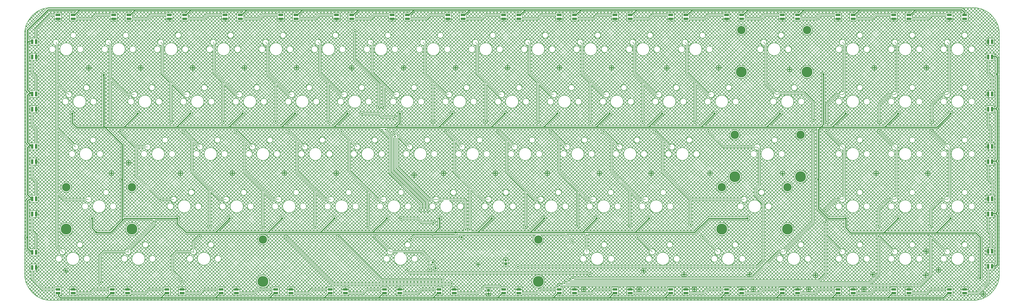
<source format=gtl>
G04*
G04 #@! TF.GenerationSoftware,Altium Limited,Altium Designer,21.2.2 (38)*
G04*
G04 Layer_Physical_Order=1*
G04 Layer_Color=255*
%FSLAX25Y25*%
%MOIN*%
G70*
G04*
G04 #@! TF.SameCoordinates,D2681F19-CCD1-4E4B-9F87-FD34C08DC50C*
G04*
G04*
G04 #@! TF.FilePolarity,Positive*
G04*
G01*
G75*
%ADD10C,0.00500*%
%ADD11C,0.01000*%
%ADD12R,0.03228X0.07087*%
%ADD13R,0.07087X0.03228*%
%ADD24C,0.00800*%
%ADD25C,0.01500*%
%ADD26C,0.12000*%
%ADD27C,0.15700*%
%ADD28R,0.03937X0.03937*%
%ADD29C,0.03937*%
%ADD30C,0.03500*%
%ADD31C,0.02400*%
%ADD32C,0.03000*%
D10*
X1312861Y296129D02*
X1321132D01*
X1298884Y243310D02*
X1324192Y218002D01*
X1312074Y146129D02*
X1321132D01*
X1237861Y296129D02*
X1246132D01*
X1223884Y243310D02*
X1248855Y218338D01*
X1237074Y146129D02*
X1246132D01*
X1162861Y296129D02*
X1171329D01*
X1161917Y146129D02*
X1171132D01*
X1147441Y93504D02*
Y113541D01*
X1171130Y221126D02*
X1173952Y218304D01*
X115242Y71126D02*
X149249D01*
X109567Y65451D02*
X115242Y71126D01*
X109567Y27230D02*
Y65451D01*
X450099Y92495D02*
X511793Y30800D01*
X598400D01*
X1129134Y113244D02*
X1129134Y242914D01*
X1088110Y71410D02*
Y72224D01*
X1129125Y113239D01*
X1046611Y152061D02*
Y161679D01*
X1052081Y167148D02*
Y218293D01*
X1046611Y161679D02*
X1052081Y167148D01*
X1058234Y58741D02*
Y140438D01*
X1049546Y50053D02*
X1058234Y58741D01*
X1149016Y257480D02*
Y282283D01*
X1379744Y326156D02*
Y350895D01*
Y326156D02*
X1385256Y320644D01*
Y296362D02*
Y320644D01*
X17756Y371368D02*
Y389519D01*
X38493Y410256D02*
X49764D01*
X17756Y389519D02*
X38493Y410256D01*
X442493Y25107D02*
X612192D01*
X612268Y25182D01*
X70236Y11944D02*
X96301D01*
X101813Y17456D01*
X580995Y45212D02*
Y60105D01*
X569974Y71126D02*
X580995Y60105D01*
X430660Y146158D02*
X439893D01*
X416938Y159879D02*
X430660Y146158D01*
X390950Y185868D02*
X416938Y159879D01*
X375500Y92100D02*
X442493Y25107D01*
X416938Y107055D02*
Y159879D01*
X342340Y159484D02*
X355666Y146158D01*
X315957Y185868D02*
X342340Y159484D01*
Y106660D02*
Y159484D01*
X212500Y43262D02*
X226321Y29441D01*
X226700D01*
X212500Y43262D02*
Y64480D01*
X219146Y71126D02*
X242996D01*
X212500Y64480D02*
X219146Y71126D01*
X242996D02*
X244087Y70036D01*
X242996Y71126D02*
X242996Y71126D01*
X242999D01*
X47638Y78992D02*
X57087Y69543D01*
X329873Y11944D02*
X335384Y17456D01*
X361192D01*
X303807Y11944D02*
X329873D01*
X407730D02*
X413242Y17456D01*
X439049D01*
X381665Y11944D02*
X407730D01*
X27500Y17500D02*
X49720D01*
X12244Y32756D02*
X27500Y17500D01*
X47638Y313366D02*
X64878Y296126D01*
X47638Y247741D02*
X74253Y221125D01*
X615236Y11944D02*
X649328D01*
X766421Y22889D02*
X1282162D01*
X773216Y26326D02*
X1210658D01*
X779793Y29729D02*
X1138677D01*
X785493Y33150D02*
X1042408D01*
X1282162Y22889D02*
X1297441Y38167D01*
X1210658Y26326D02*
X1222441Y38110D01*
X1042408Y33150D02*
X1080384Y71126D01*
X1321132Y296129D02*
X1324057Y299053D01*
X1321130Y296126D02*
X1321132Y296129D01*
X1321329D01*
X1297441Y38167D02*
Y93504D01*
X1222441Y38110D02*
Y93504D01*
X1147441Y38493D02*
Y93504D01*
X1138677Y29729D02*
X1147441Y38493D01*
X1297441Y93504D02*
Y93701D01*
X1222441Y93504D02*
Y93701D01*
X1080384Y71126D02*
X1086748D01*
X706837Y50053D02*
X1049546D01*
X1046611Y152061D02*
X1058234Y140438D01*
X1049248Y221126D02*
X1052081Y218293D01*
X552966Y40569D02*
X807463D01*
X809900Y38902D02*
X810264Y38539D01*
X807463Y40569D02*
X809130Y38902D01*
X809900D01*
X549484Y44050D02*
X552966Y40569D01*
X878266Y92109D02*
X899248Y71126D01*
X953946Y146226D02*
X1030600D01*
X953946Y110181D02*
Y146226D01*
X524248Y71126D02*
X569974D01*
X585058Y93867D02*
X621031D01*
X623932Y96768D01*
X558662Y93867D02*
X585058D01*
X554720Y89925D02*
X558662Y93867D01*
X534575Y192146D02*
Y238441D01*
Y192146D02*
X580563Y146158D01*
X589909D01*
X517500Y246200D02*
X527548Y236152D01*
Y186652D02*
X573000Y141200D01*
X527548Y186652D02*
Y236152D01*
X534575Y238441D02*
X551859Y221157D01*
X530072Y242945D02*
X534575Y238441D01*
X524000Y184000D02*
X568591Y139409D01*
Y130822D02*
Y139409D01*
X563838Y119015D02*
X569453Y113400D01*
X540015Y119015D02*
X563838D01*
X524000Y184000D02*
Y234700D01*
X512600Y246100D02*
X524000Y234700D01*
X473763Y346012D02*
X507501Y312274D01*
Y278429D02*
Y312274D01*
X483866Y269051D02*
X508306D01*
X513784Y263573D01*
X498906Y326352D02*
X514907Y310352D01*
X498906Y326352D02*
Y369442D01*
X473763Y346012D02*
Y386651D01*
X531200Y189127D02*
Y236300D01*
X577245Y130649D02*
Y143082D01*
X531200Y189127D02*
X577245Y143082D01*
X573000Y130782D02*
Y141200D01*
X569453Y113400D02*
X586300D01*
X513784Y263573D02*
X530484D01*
X514907Y310352D02*
X528704Y296554D01*
X514907Y278580D02*
Y310352D01*
X623932Y96768D02*
X774046D01*
X12000Y100600D02*
Y123925D01*
Y100600D02*
X17756Y94844D01*
X47638Y78992D02*
Y156693D01*
X680643Y21557D02*
X685200Y17000D01*
X658940Y21557D02*
X680643D01*
X649328Y11944D02*
X658940Y21557D01*
X70236Y404744D02*
X97944D01*
X103500Y410300D01*
X129407D01*
X1293257Y404744D02*
X1298812Y410300D01*
X1324720D01*
X1345236Y11944D02*
X1346955Y13663D01*
X1345236Y11944D02*
X1364744D01*
X1379900Y27100D01*
Y50734D01*
X1132125Y11900D02*
X1137681Y17456D01*
X1106218Y11900D02*
X1132125D01*
X1211812D02*
X1217368Y17456D01*
X1245076D01*
X1185905Y11900D02*
X1211812D01*
X1379744Y101151D02*
X1383537Y97357D01*
Y73564D02*
Y97357D01*
Y73564D02*
X1385500Y71601D01*
X840966Y185868D02*
X867384Y159449D01*
X805676Y146158D02*
X814909D01*
X638384Y163441D02*
X655668Y146158D01*
X664901D01*
X792750Y159083D02*
X805676Y146158D01*
X792750Y107847D02*
Y159083D01*
X765966Y185868D02*
X792750Y159083D01*
X765966Y185868D02*
Y232051D01*
X840966Y185868D02*
Y232051D01*
X867384Y109378D02*
Y159449D01*
X717800Y159025D02*
X730668Y146158D01*
X717800Y106900D02*
Y159025D01*
X690958Y185868D02*
X717800Y159025D01*
X615958Y185868D02*
X638384Y163441D01*
Y102512D02*
Y163441D01*
X630009Y146091D02*
X632151Y143949D01*
Y102539D02*
Y143949D01*
X774046Y96768D02*
X784441Y86374D01*
X589796Y146091D02*
X630009D01*
X101813Y17456D02*
X127621D01*
X179670D02*
X205478D01*
X148093Y11944D02*
X174158D01*
X179670Y17456D01*
X257527D02*
X283335D01*
X225950Y11944D02*
X252015D01*
X257527Y17456D01*
X491099D02*
X516907D01*
X459522Y11944D02*
X485587D01*
X491099Y17456D01*
X563444Y11944D02*
X568956Y17456D01*
X537379Y11944D02*
X563444D01*
X568956Y17456D02*
X594764D01*
X49720Y17500D02*
X49764Y17456D01*
X12244Y32756D02*
Y49164D01*
X17756Y296362D02*
Y321570D01*
X12000Y327326D02*
X17756Y321570D01*
X12000Y327326D02*
Y350651D01*
X17756Y221362D02*
Y246570D01*
X12000Y252326D02*
X17756Y246570D01*
X12000Y252326D02*
Y275651D01*
X17756Y146362D02*
Y171570D01*
X12000Y177326D02*
X17756Y171570D01*
X12000Y177326D02*
Y200651D01*
X17756Y69636D02*
Y94844D01*
X1213569Y404744D02*
X1219125Y410300D01*
X1245032D01*
X1185861Y404744D02*
X1213569D01*
X1265549D02*
X1293257D01*
X1054194D02*
X1059750Y410300D01*
X1085657D01*
X1026486Y404744D02*
X1054194D01*
X1133882D02*
X1139437Y410300D01*
X1165345D01*
X1106174Y404744D02*
X1133882D01*
X894819D02*
X900375Y410300D01*
X926282D01*
X867111Y404744D02*
X894819D01*
X974507D02*
X980062Y410300D01*
X1005970D01*
X946799Y404744D02*
X974507D01*
X735444D02*
X741000Y410300D01*
X766907D01*
X707736Y404744D02*
X735444D01*
X815132D02*
X820687Y410300D01*
X846595D01*
X787424Y404744D02*
X815132D01*
X576069D02*
X581625Y410300D01*
X607532D01*
X548361Y404744D02*
X576069D01*
X655757D02*
X661312Y410300D01*
X687220D01*
X628049Y404744D02*
X655757D01*
X416694D02*
X422250Y410300D01*
X448157D01*
X388986Y404744D02*
X416694D01*
X496382D02*
X501937Y410300D01*
X527845D01*
X468674Y404744D02*
X496382D01*
X309299D02*
X337007D01*
X342563Y410300D02*
X368470D01*
X337007Y404744D02*
X342563Y410300D01*
X229611Y404744D02*
X257319D01*
X262875Y410300D02*
X288782D01*
X257319Y404744D02*
X262875Y410300D01*
X149924Y404744D02*
X177632D01*
X183187Y410300D02*
X209095D01*
X177632Y404744D02*
X183187Y410300D01*
X733687Y11900D02*
X739243Y17456D01*
X707780Y11900D02*
X733687D01*
X739243Y17456D02*
X766951D01*
X813375Y11900D02*
X818931Y17456D01*
X787468Y11900D02*
X813375D01*
X818931Y17456D02*
X846639D01*
X893062Y11900D02*
X898618Y17456D01*
X867155Y11900D02*
X893062D01*
X898618Y17456D02*
X926326D01*
X972750Y11900D02*
X978306Y17456D01*
X946843Y11900D02*
X972750D01*
X978306Y17456D02*
X1006014D01*
X1052437Y11900D02*
X1057993Y17456D01*
X1026530Y11900D02*
X1052437D01*
X1057993Y17456D02*
X1085701D01*
X1137681D02*
X1165389D01*
X1297056D02*
X1324764D01*
X1265593Y11900D02*
X1291500D01*
X1297056Y17456D01*
X1265549Y11944D02*
X1265593Y11900D01*
X1379744Y50890D02*
X1379900Y50734D01*
X1385256Y221362D02*
Y223921D01*
X1383100Y225933D02*
X1383393Y225640D01*
X1383100Y225933D02*
Y247795D01*
X1379744Y251150D02*
X1383100Y247795D01*
X1383537Y225640D02*
X1385256Y223921D01*
X1383393Y225640D02*
X1383537D01*
X1379744Y101151D02*
Y125890D01*
Y176151D02*
X1385500Y170395D01*
Y146601D02*
Y170395D01*
X1379744Y176151D02*
Y200890D01*
Y251150D02*
Y275890D01*
X971279Y92847D02*
X993000Y71126D01*
X805500Y83549D02*
X805520Y83569D01*
Y95064D01*
X805500Y71126D02*
Y83549D01*
X502977Y92397D02*
X524248Y71126D01*
X492751Y107052D02*
Y159075D01*
X505668Y146158D01*
X465958Y185868D02*
X492751Y159075D01*
X505668Y146158D02*
X514901D01*
X266134Y107874D02*
Y160630D01*
X251567Y93307D02*
Y93307D01*
X242996Y84736D02*
X251567Y93307D01*
X867384Y159449D02*
X880676Y146158D01*
X1147441Y93504D02*
X1169816Y71129D01*
X1147377Y131590D02*
X1161917Y146129D01*
X1077899Y295798D02*
X1080132Y298032D01*
X1116535D01*
X1129134Y285433D01*
Y260236D02*
Y285433D01*
X1058630Y371131D02*
X1061404Y368358D01*
Y312097D02*
X1077374Y296126D01*
X1061404Y312097D02*
Y368358D01*
X1001317Y221126D02*
X1049248D01*
X979526Y242916D02*
X1001317Y221126D01*
X880676Y146158D02*
X889909D01*
X139055Y242962D02*
X160843Y221175D01*
X123952Y258659D02*
Y319483D01*
X903800Y242600D02*
Y242800D01*
Y242600D02*
X914235Y232165D01*
Y232120D02*
Y232165D01*
Y232120D02*
X925129Y221226D01*
X914235Y185936D02*
Y232120D01*
X1171130Y146126D02*
X1173952Y148949D01*
Y218304D01*
X1246132Y146129D02*
X1248855Y148851D01*
Y218338D01*
X1174144Y298681D02*
Y368117D01*
X1171130Y296126D02*
X1171589D01*
X1174144Y298681D01*
X1249075Y299071D02*
Y368186D01*
X1246132Y296129D02*
X1249075Y299071D01*
X1324057Y299053D02*
Y368204D01*
X1299016Y282283D02*
X1312861Y296129D01*
X1321130Y371131D02*
X1324057Y368204D01*
X1321130Y146126D02*
X1324192Y149188D01*
Y218002D01*
X1246130Y296126D02*
X1246130D01*
X1246132Y296129D01*
X1246130Y371131D02*
X1249075Y368186D01*
X1171130Y371131D02*
X1174144Y368117D01*
X948801Y326398D02*
Y368461D01*
X946130Y371131D02*
X948801Y368461D01*
Y326398D02*
X960629Y314570D01*
X873717Y326481D02*
Y368544D01*
Y326481D02*
X885629Y314570D01*
X871130Y371131D02*
X873717Y368544D01*
X796161Y371160D02*
X798831Y368491D01*
Y326428D02*
X810660Y314598D01*
X798831Y326428D02*
Y368491D01*
X721161Y371160D02*
X723649Y368673D01*
Y326610D02*
X735660Y314598D01*
X723649Y326610D02*
Y368673D01*
X646154Y371160D02*
X648860Y368454D01*
Y326391D02*
X660652Y314598D01*
X648860Y326391D02*
Y368454D01*
X571154Y371160D02*
X573974Y368340D01*
Y326277D02*
Y368340D01*
Y326277D02*
X585652Y314598D01*
X198553Y326636D02*
X210622Y314567D01*
X196124Y371129D02*
X198553Y368699D01*
Y326636D02*
Y368699D01*
X123952Y319483D02*
Y368300D01*
X121121Y371131D02*
X123952Y368300D01*
Y319483D02*
X147257Y296177D01*
X497216Y371131D02*
X498906Y369442D01*
X348866Y326377D02*
X360644Y314598D01*
X346146Y371160D02*
X348866Y368440D01*
Y326377D02*
Y368440D01*
X421154Y371160D02*
X423987Y368326D01*
Y326263D02*
X435652Y314598D01*
X423987Y326263D02*
Y368326D01*
X496130Y371131D02*
X497216D01*
X1148884Y243310D02*
X1171062Y221131D01*
X1149016Y282283D02*
X1162861Y296129D01*
X1299016Y257480D02*
Y282283D01*
X1297441Y108268D02*
Y131496D01*
Y93504D02*
X1319816Y71129D01*
X1297441Y131496D02*
X1312074Y146129D01*
X1224016Y282283D02*
X1237861Y296129D01*
X1224016Y257480D02*
Y282283D01*
X1222441Y108268D02*
Y131496D01*
Y93504D02*
X1244816Y71129D01*
X1222441Y131496D02*
X1237074Y146129D01*
X960629Y314570D02*
X978673Y296526D01*
X960629Y257877D02*
Y314570D01*
X978673Y296526D02*
X983236D01*
X903673D02*
X908236D01*
X885629Y257877D02*
Y314570D01*
X903673Y296526D01*
X914235Y185936D02*
X953946Y146226D01*
X810660Y314598D02*
X828704Y296554D01*
X810660Y257906D02*
Y314598D01*
X830072Y242945D02*
X840966Y232051D01*
X851859Y221157D01*
X828704Y296554D02*
X833267D01*
X735660Y314598D02*
X753704Y296554D01*
X735660Y257906D02*
Y314598D01*
X755072Y242945D02*
X765966Y232051D01*
X776859Y221157D01*
X753704Y296554D02*
X758267D01*
X730668Y146158D02*
X739901D01*
X660652Y314598D02*
X678696Y296554D01*
X660652Y257906D02*
Y314598D01*
X680064Y242945D02*
X690958Y232051D01*
Y185868D02*
Y232051D01*
X701852Y221157D01*
X678696Y296554D02*
X683260D01*
X585652Y314598D02*
X603696Y296554D01*
X585652Y257906D02*
Y314598D01*
X605064Y242945D02*
X615958Y232051D01*
Y185868D02*
Y232051D01*
X626852Y221157D01*
X603696Y296554D02*
X608260D01*
X528704D02*
X533267D01*
X435652Y314598D02*
X453696Y296554D01*
X435652Y257906D02*
Y314598D01*
X455064Y242945D02*
X465958Y232051D01*
Y185868D02*
Y232051D01*
X476852Y221157D01*
X453696Y296554D02*
X458260D01*
X355666Y146158D02*
X364900D01*
X285651Y314598D02*
X303695Y296554D01*
X272265Y327984D02*
Y370047D01*
X271152Y371160D02*
X272265Y370047D01*
X285651Y257906D02*
Y314598D01*
X272265Y327984D02*
X285651Y314598D01*
X305063Y242945D02*
X315957Y232051D01*
Y185868D02*
Y232051D01*
X326850Y221157D01*
X303695Y296554D02*
X308258D01*
X360644Y314598D02*
X378689Y296554D01*
X360644Y257906D02*
Y314598D01*
X380056Y242945D02*
X390950Y232051D01*
Y185868D02*
Y232051D01*
X401844Y221157D01*
X378689Y296554D02*
X383252D01*
X242996Y71126D02*
Y84736D01*
X266134Y160630D02*
X280638Y146126D01*
X210622Y314567D02*
X228666Y296522D01*
X210622Y257874D02*
Y314567D01*
X240928Y185836D02*
Y232019D01*
X251821Y221126D01*
X240928Y185836D02*
X266134Y160630D01*
X228666Y296522D02*
X233229D01*
X230034Y242913D02*
X240928Y232019D01*
X229520Y242913D02*
X230034D01*
X280638Y146126D02*
X289871D01*
X149333Y71175D02*
X150473Y70035D01*
X149333Y71175D02*
Y72925D01*
X186299Y109891D01*
Y115009D01*
X195354Y146112D02*
Y146112D01*
Y146112D02*
X214894D01*
X147257Y296177D02*
X158710D01*
X160843Y180623D02*
X195354Y146112D01*
X160843Y180623D02*
Y221175D01*
X177458D01*
X47638Y156693D02*
Y247741D01*
Y156693D02*
X58247Y146083D01*
X46128Y371131D02*
X47638Y369622D01*
X47638Y247741D02*
Y313366D01*
Y369622D01*
X58247Y146083D02*
X92961D01*
D11*
X1379744Y367415D02*
Y371958D01*
X1377130D02*
X1379744D01*
Y376502D01*
X1324173Y404744D02*
X1328716D01*
X1324173Y402130D02*
Y404744D01*
X1319630D02*
X1324173D01*
X1244486D02*
X1249029D01*
X1244486Y402130D02*
Y404744D01*
X1239942D02*
X1244486D01*
X1291100Y334500D02*
Y337250D01*
Y334500D02*
X1293850D01*
X1288350D02*
X1291100D01*
Y331750D02*
Y334500D01*
X1164798Y404744D02*
X1169341D01*
X1160255D02*
X1164798D01*
Y402130D02*
Y404744D01*
X1085111D02*
X1089654D01*
X1085111Y402130D02*
Y404744D01*
X1080567D02*
X1085111D01*
X1214050Y334500D02*
X1216800D01*
X1219550D01*
X1216800D02*
Y337250D01*
Y331750D02*
Y334500D01*
X1095600Y332200D02*
X1098350D01*
X1095600D02*
Y334950D01*
Y329450D02*
Y332200D01*
X1092850D02*
X1095600D01*
X1379744Y296953D02*
Y301496D01*
Y292410D02*
Y296953D01*
X1377130D02*
X1379744D01*
Y221953D02*
Y226496D01*
Y217410D02*
Y221953D01*
X1377130D02*
X1379744D01*
X1005423Y404744D02*
X1009966D01*
X1000880D02*
X1005423D01*
Y402130D02*
Y404744D01*
X925736D02*
X930279D01*
X925736Y402130D02*
Y404744D01*
X921192D02*
X925736D01*
X994300Y334600D02*
X997050D01*
X994300D02*
Y337350D01*
Y331850D02*
Y334600D01*
X991550D02*
X994300D01*
X920000Y334400D02*
Y337150D01*
Y334400D02*
X922750D01*
X917250D02*
X920000D01*
Y331650D02*
Y334400D01*
X841505Y404744D02*
X846048D01*
Y402130D02*
Y404744D01*
X850591D01*
X766361D02*
X770904D01*
X766361Y402130D02*
Y404744D01*
X761817D02*
X766361D01*
X840800Y334600D02*
X843550D01*
X840800D02*
Y337350D01*
Y331850D02*
Y334600D01*
X838050D02*
X840800D01*
X766500Y334500D02*
X769250D01*
X766500D02*
Y337250D01*
X763750Y334500D02*
X766500D01*
Y331750D02*
Y334500D01*
X1379744Y146953D02*
Y151496D01*
Y142410D02*
Y146953D01*
X1377130D02*
X1379744D01*
X1293400Y183500D02*
X1296150D01*
X1293400D02*
Y186250D01*
Y180750D02*
Y183500D01*
X1290650D02*
X1293400D01*
X1219300Y183400D02*
X1222050D01*
X1219300D02*
Y186150D01*
Y180650D02*
Y183400D01*
X1216550D02*
X1219300D01*
X1085700Y183100D02*
X1088450D01*
X1085700D02*
Y185850D01*
Y180350D02*
Y183100D01*
X1082950D02*
X1085700D01*
X1379744Y71953D02*
Y76496D01*
X1377130Y71953D02*
X1379744D01*
Y67410D02*
Y71953D01*
X1290800Y72100D02*
Y74850D01*
Y69350D02*
Y72100D01*
X1288050D02*
X1290800D01*
X1293550D01*
X1308600Y45200D02*
X1311350D01*
X1345827Y17456D02*
Y20070D01*
X1372600Y10700D02*
X1375350D01*
X1369850D02*
X1372600D01*
Y13450D01*
X1345827Y17456D02*
X1350370D01*
X1341284D02*
X1345827D01*
X1372600Y7950D02*
Y10700D01*
X1308600Y45200D02*
Y47950D01*
X1305850Y45200D02*
X1308600D01*
Y42450D02*
Y45200D01*
X1290300Y37700D02*
Y40450D01*
X1287550Y37700D02*
X1290300D01*
X1293050D01*
X1290300Y34950D02*
Y37700D01*
X1266139Y17456D02*
Y20070D01*
X1261596Y17456D02*
X1266139D01*
X1270683D01*
X1214700Y35750D02*
Y38500D01*
X1217450D01*
X1214700D02*
Y41250D01*
X1211950Y38500D02*
X1214700D01*
X1132600Y37500D02*
Y40250D01*
X1129850Y37500D02*
X1132600D01*
X1135350D01*
X1132600Y34750D02*
Y37500D01*
X1202000Y17500D02*
Y20250D01*
X1186452Y17456D02*
Y20070D01*
X1202000Y17500D02*
X1204750D01*
X1202000Y14750D02*
Y17500D01*
X1199250D02*
X1202000D01*
X1186452Y17456D02*
X1190995D01*
X1181909D02*
X1186452D01*
X1123000Y17600D02*
X1125750D01*
X1120250D02*
X1123000D01*
Y20350D01*
Y14850D02*
Y17600D01*
X1102221Y17456D02*
X1106764D01*
X1111308D01*
X1106764D02*
Y20070D01*
X981900Y183800D02*
X984650D01*
X979150D02*
X981900D01*
Y181050D02*
Y183800D01*
Y186550D01*
X897500Y183500D02*
X900250D01*
X897500D02*
Y186250D01*
X894750Y183500D02*
X897500D01*
Y180750D02*
Y183500D01*
X823500Y183400D02*
X826250D01*
X823500D02*
Y186150D01*
Y180650D02*
Y183400D01*
X820750D02*
X823500D01*
X749000Y183500D02*
Y186250D01*
Y183500D02*
X751750D01*
X746250D02*
X749000D01*
Y180750D02*
Y183500D01*
X1037800Y38600D02*
X1040550D01*
X1037800D02*
Y41350D01*
Y35850D02*
Y38600D01*
X1035050D02*
X1037800D01*
X944600D02*
Y41350D01*
Y38600D02*
X947350D01*
X944600Y35850D02*
Y38600D01*
X941850D02*
X944600D01*
X1043600Y17600D02*
Y20350D01*
X1027077Y17456D02*
Y20070D01*
X1043600Y17600D02*
X1046350D01*
X1040850D02*
X1043600D01*
Y14850D02*
Y17600D01*
X1027077Y17456D02*
X1031620D01*
X1022534D02*
X1027077D01*
X959400Y17500D02*
X962150D01*
X956650D02*
X959400D01*
Y20250D01*
X947389Y17456D02*
X951933D01*
X947389D02*
Y20070D01*
X959400Y14750D02*
Y17500D01*
X942846Y17456D02*
X947389D01*
X886600Y43800D02*
X889350D01*
X886600D02*
Y46550D01*
Y41050D02*
Y43800D01*
X883850D02*
X886600D01*
X880300Y17700D02*
Y20450D01*
Y17700D02*
X883050D01*
X877550D02*
X880300D01*
Y14950D02*
Y17700D01*
X867702Y17456D02*
X872245D01*
X863159D02*
X867702D01*
Y20070D01*
X801200Y17500D02*
X803950D01*
X798450D02*
X801200D01*
Y20250D01*
Y14750D02*
Y17500D01*
X788014Y17456D02*
Y20070D01*
X783471Y17456D02*
X788014D01*
X792558D01*
X708327D02*
Y20070D01*
X703784Y17456D02*
X708327D01*
X712870D01*
X682130Y404744D02*
X686673D01*
X691217D01*
X686673Y402130D02*
Y404744D01*
X606986D02*
X611529D01*
X606986Y402130D02*
Y404744D01*
X602442D02*
X606986D01*
X527298D02*
X531842D01*
X527298Y402130D02*
Y404744D01*
X522755D02*
X527298D01*
X692400Y334700D02*
X695150D01*
X692400D02*
Y337450D01*
Y331950D02*
Y334700D01*
X689650D02*
X692400D01*
X618000Y334500D02*
X620750D01*
X618000D02*
Y337250D01*
Y331750D02*
Y334500D01*
X615250D02*
X618000D01*
X543700D02*
X546450D01*
X543700D02*
Y337250D01*
Y331750D02*
Y334500D01*
X540950D02*
X543700D01*
X447611Y404744D02*
X452154D01*
X447611Y402130D02*
Y404744D01*
X443067D02*
X447611D01*
X367923D02*
X372466D01*
X363380D02*
X367923D01*
Y402130D02*
Y404744D01*
X469400Y334400D02*
X472150D01*
X469400Y331650D02*
Y334400D01*
X466650D02*
X469400D01*
Y337150D01*
X390200Y334800D02*
X392950D01*
X390200D02*
Y337550D01*
Y332050D02*
Y334800D01*
X387450D02*
X390200D01*
X283692Y404744D02*
X288236D01*
Y402130D02*
Y404744D01*
X292779D01*
X208548Y402130D02*
Y404744D01*
X213091D01*
X204005D02*
X208548D01*
X128861D02*
X133404D01*
X128861Y402130D02*
Y404744D01*
X124317D02*
X128861D01*
X49173D02*
X53716D01*
X44630D02*
X49173D01*
Y402130D02*
Y404744D01*
X17756Y350305D02*
Y354848D01*
Y350305D02*
X20370D01*
X17756Y345761D02*
Y350305D01*
X315900Y334400D02*
X318650D01*
X315900D02*
Y337150D01*
Y331650D02*
Y334400D01*
X313150D02*
X315900D01*
X241800Y334500D02*
X244550D01*
X241800D02*
Y337250D01*
X239050Y334500D02*
X241800D01*
Y331750D02*
Y334500D01*
X167600D02*
X170350D01*
X167600D02*
Y337250D01*
Y331750D02*
Y334500D01*
X164850D02*
X167600D01*
X93300Y334400D02*
X96050D01*
X93300Y331650D02*
Y334400D01*
Y337150D01*
X90550Y334400D02*
X93300D01*
X17756Y275299D02*
X20370D01*
X17756D02*
Y279843D01*
Y270756D02*
Y275299D01*
X674699Y183549D02*
Y186300D01*
Y183549D02*
X677449D01*
X671949D02*
X674699D01*
Y180799D02*
Y183549D01*
X600630Y183549D02*
X603380D01*
X600630D02*
Y186300D01*
Y180799D02*
Y183549D01*
X597880D02*
X600630D01*
X558600Y180900D02*
Y183650D01*
Y180900D02*
X561350D01*
X558600Y178150D02*
Y180900D01*
X555850D02*
X558600D01*
X447100Y183700D02*
X449850D01*
X447100D02*
Y186450D01*
Y180950D02*
Y183700D01*
X444350D02*
X447100D01*
X372900Y183800D02*
Y186550D01*
Y183800D02*
X375650D01*
X370150D02*
X372900D01*
Y181050D02*
Y183800D01*
X650000Y53150D02*
Y55350D01*
Y53150D02*
X652200D01*
X647800D02*
X650000D01*
Y50950D02*
Y53150D01*
X615827Y17456D02*
X620370D01*
X664800Y11000D02*
X667768D01*
X661832D02*
X664800D01*
Y8032D02*
Y11000D01*
X615827Y17456D02*
Y20070D01*
X611283Y17456D02*
X615827D01*
X537970D02*
Y20070D01*
Y17456D02*
X542513D01*
X533426D02*
X537970D01*
X460112D02*
Y20070D01*
Y17456D02*
X464656D01*
X455569D02*
X460112D01*
X382255D02*
X386799D01*
X382255D02*
Y20070D01*
X377712Y17456D02*
X382255D01*
X298700Y183700D02*
X301450D01*
X298700D02*
Y186450D01*
Y180950D02*
Y183700D01*
X295950D02*
X298700D01*
X224400Y183600D02*
X227150D01*
X224400D02*
Y186350D01*
Y180850D02*
Y183600D01*
X221650D02*
X224400D01*
X150400Y198500D02*
X153150D01*
X150400Y195750D02*
Y198500D01*
X147650D02*
X150400D01*
Y201250D01*
X125600Y183700D02*
X128350D01*
X125600D02*
Y186450D01*
Y180950D02*
Y183700D01*
X122850D02*
X125600D01*
X17756Y200299D02*
Y204843D01*
Y200299D02*
X20370D01*
X17756Y195756D02*
Y200299D01*
Y125299D02*
X20370D01*
X17756Y120756D02*
Y125299D01*
Y129843D01*
X304398Y17456D02*
Y20070D01*
X299855Y17456D02*
X304398D01*
X308942D01*
X226541D02*
X231084D01*
X226541D02*
Y20070D01*
X221997Y17456D02*
X226541D01*
X148684D02*
X153227D01*
X148684D02*
Y20070D01*
X144141Y17456D02*
X148684D01*
X60262Y44050D02*
X62762D01*
X57762D02*
X60262D01*
Y46551D01*
X17756Y48573D02*
X20370D01*
X17756D02*
Y53117D01*
Y44030D02*
Y48573D01*
X60262Y41550D02*
Y44050D01*
X70827Y17456D02*
X75370D01*
X66284D02*
X70827D01*
Y20070D01*
D12*
X1379744Y350305D02*
D03*
X1385256D02*
D03*
X1379744Y371958D02*
D03*
X1385256D02*
D03*
X1379744Y275299D02*
D03*
X1385256D02*
D03*
X1379744Y296953D02*
D03*
X1385256D02*
D03*
X1379744Y200299D02*
D03*
X1385256D02*
D03*
X1379744Y221953D02*
D03*
X1385256D02*
D03*
X1379744Y125299D02*
D03*
X1385256D02*
D03*
X1379744Y146953D02*
D03*
X1385256D02*
D03*
X1379744Y50299D02*
D03*
X1385256D02*
D03*
X1379744Y71953D02*
D03*
X1385256D02*
D03*
X17756Y70227D02*
D03*
X12244D02*
D03*
X17756Y48573D02*
D03*
X12244D02*
D03*
X17756Y146953D02*
D03*
X12244D02*
D03*
X17756Y125299D02*
D03*
X12244D02*
D03*
X17756Y221953D02*
D03*
X12244D02*
D03*
X17756Y200299D02*
D03*
X12244D02*
D03*
X17756Y296953D02*
D03*
X12244D02*
D03*
X17756Y275299D02*
D03*
X12244D02*
D03*
X17756Y371958D02*
D03*
X12244D02*
D03*
X17756Y350305D02*
D03*
X12244D02*
D03*
D13*
X1324173Y17456D02*
D03*
Y11944D02*
D03*
X1345827Y17456D02*
D03*
Y11944D02*
D03*
X1244486Y17456D02*
D03*
Y11944D02*
D03*
X1266139Y17456D02*
D03*
Y11944D02*
D03*
X1164798Y17456D02*
D03*
Y11944D02*
D03*
X1186452Y17456D02*
D03*
Y11944D02*
D03*
X1085111Y17456D02*
D03*
Y11944D02*
D03*
X1106764Y17456D02*
D03*
Y11944D02*
D03*
X1005423Y17456D02*
D03*
Y11944D02*
D03*
X1027077Y17456D02*
D03*
Y11944D02*
D03*
X925736Y17456D02*
D03*
Y11944D02*
D03*
X947389Y17456D02*
D03*
Y11944D02*
D03*
X846048Y17456D02*
D03*
Y11944D02*
D03*
X867702Y17456D02*
D03*
Y11944D02*
D03*
X766361Y17456D02*
D03*
Y11944D02*
D03*
X788014Y17456D02*
D03*
Y11944D02*
D03*
X686673Y17456D02*
D03*
Y11944D02*
D03*
X708327Y17456D02*
D03*
Y11944D02*
D03*
X594173Y17456D02*
D03*
Y11944D02*
D03*
X615827Y17456D02*
D03*
Y11944D02*
D03*
X516316Y17456D02*
D03*
Y11944D02*
D03*
X537970Y17456D02*
D03*
Y11944D02*
D03*
X438459Y17456D02*
D03*
Y11944D02*
D03*
X460112Y17456D02*
D03*
Y11944D02*
D03*
X360602Y17456D02*
D03*
Y11944D02*
D03*
X382255Y17456D02*
D03*
Y11944D02*
D03*
X282745Y17456D02*
D03*
Y11944D02*
D03*
X304398Y17456D02*
D03*
Y11944D02*
D03*
X204887Y17456D02*
D03*
Y11944D02*
D03*
X226541Y17456D02*
D03*
Y11944D02*
D03*
X127030Y17456D02*
D03*
Y11944D02*
D03*
X148684Y17456D02*
D03*
Y11944D02*
D03*
X49173Y17456D02*
D03*
Y11944D02*
D03*
X70827Y17456D02*
D03*
Y11944D02*
D03*
Y404744D02*
D03*
Y410256D02*
D03*
X49173Y404744D02*
D03*
Y410256D02*
D03*
X150514Y404744D02*
D03*
Y410256D02*
D03*
X128861Y404744D02*
D03*
Y410256D02*
D03*
X230202Y404744D02*
D03*
Y410256D02*
D03*
X208548Y404744D02*
D03*
Y410256D02*
D03*
X309889Y404744D02*
D03*
Y410256D02*
D03*
X288236Y404744D02*
D03*
Y410256D02*
D03*
X389577Y404744D02*
D03*
Y410256D02*
D03*
X367923Y404744D02*
D03*
Y410256D02*
D03*
X469264Y404744D02*
D03*
Y410256D02*
D03*
X447611Y404744D02*
D03*
Y410256D02*
D03*
X548952Y404744D02*
D03*
Y410256D02*
D03*
X527298Y404744D02*
D03*
Y410256D02*
D03*
X628639Y404744D02*
D03*
Y410256D02*
D03*
X606986Y404744D02*
D03*
Y410256D02*
D03*
X708327Y404744D02*
D03*
Y410256D02*
D03*
X686673Y404744D02*
D03*
Y410256D02*
D03*
X788014Y404744D02*
D03*
Y410256D02*
D03*
X766361Y404744D02*
D03*
Y410256D02*
D03*
X867702Y404744D02*
D03*
Y410256D02*
D03*
X846048Y404744D02*
D03*
Y410256D02*
D03*
X947389Y404744D02*
D03*
Y410256D02*
D03*
X925736Y404744D02*
D03*
Y410256D02*
D03*
X1027077Y404744D02*
D03*
Y410256D02*
D03*
X1005423Y404744D02*
D03*
Y410256D02*
D03*
X1106764Y404744D02*
D03*
Y410256D02*
D03*
X1085111Y404744D02*
D03*
Y410256D02*
D03*
X1186452Y404744D02*
D03*
Y410256D02*
D03*
X1164798Y404744D02*
D03*
Y410256D02*
D03*
X1266139Y404744D02*
D03*
Y410256D02*
D03*
X1244486Y404744D02*
D03*
Y410256D02*
D03*
X1345827Y404744D02*
D03*
Y410256D02*
D03*
X1324173Y404744D02*
D03*
Y410256D02*
D03*
D24*
X1347386Y414471D02*
X1347223Y415294D01*
X1346756Y415991D01*
X1343443Y419305D02*
X1342745Y419771D01*
X1341922Y419935D01*
X1343443Y419305D02*
X1342745Y419771D01*
X1341922Y419935D01*
X1347386Y414471D02*
X1347223Y415294D01*
X1346756Y415991D01*
X1350480Y381132D02*
X1350363Y382135D01*
X1350017Y383084D01*
X1349462Y383928D01*
X1348728Y384621D01*
X1347853Y385126D01*
X1346885Y385415D01*
X1345877Y385474D01*
X1344882Y385299D01*
X1343955Y384899D01*
X1343145Y384296D01*
X1342496Y383522D01*
X1342042Y382619D01*
X1341809Y381637D01*
Y380627D01*
X1342042Y379644D01*
X1342496Y378741D01*
X1343145Y377967D01*
X1343955Y377364D01*
X1344882Y376964D01*
X1345877Y376789D01*
X1346885Y376848D01*
X1347853Y377137D01*
X1348728Y377642D01*
X1349462Y378335D01*
X1350017Y379179D01*
X1350363Y380128D01*
X1350480Y381132D01*
X1350363Y382135D01*
X1350017Y383084D01*
X1349462Y383928D01*
X1348728Y384621D01*
X1347853Y385126D01*
X1346885Y385415D01*
X1345877Y385474D01*
X1344882Y385299D01*
X1343955Y384899D01*
X1343145Y384296D01*
X1342496Y383522D01*
X1342042Y382619D01*
X1341809Y381637D01*
Y380627D01*
X1342042Y379644D01*
X1342496Y378741D01*
X1343145Y377967D01*
X1343955Y377364D01*
X1344882Y376964D01*
X1345877Y376789D01*
X1346885Y376848D01*
X1347853Y377137D01*
X1348728Y377642D01*
X1349462Y378335D01*
X1350017Y379179D01*
X1350363Y380128D01*
X1350480Y381132D01*
X1325143Y369452D02*
X1325395Y370275D01*
X1325480Y371131D01*
X1325143Y369452D02*
X1325395Y370275D01*
X1325480Y371131D01*
X1325707Y368204D02*
X1325224Y369371D01*
X1325707Y368204D02*
X1325224Y369371D01*
X1325480Y371131D02*
X1325368Y372114D01*
X1325037Y373045D01*
X1324504Y373878D01*
X1323796Y374568D01*
X1322952Y375082D01*
X1322013Y375391D01*
X1321028Y375480D01*
X1320049Y375345D01*
X1319125Y374992D01*
X1318306Y374440D01*
X1317632Y373717D01*
X1317138Y372860D01*
X1316851Y371914D01*
X1316785Y370928D01*
X1316943Y369952D01*
X1317317Y369037D01*
X1317889Y368230D01*
X1318627Y367573D01*
X1319495Y367100D01*
X1320448Y366835D01*
X1321435Y366792D01*
X1322407Y366973D01*
X1325480Y371131D02*
X1325368Y372114D01*
X1325037Y373045D01*
X1324504Y373878D01*
X1323796Y374568D01*
X1322952Y375082D01*
X1322013Y375391D01*
X1321028Y375480D01*
X1320049Y375345D01*
X1319125Y374992D01*
X1318306Y374440D01*
X1317632Y373717D01*
X1317138Y372860D01*
X1316851Y371914D01*
X1316785Y370928D01*
X1316943Y369952D01*
X1317317Y369037D01*
X1317889Y368230D01*
X1318627Y367573D01*
X1319495Y367100D01*
X1320448Y366835D01*
X1321435Y366792D01*
X1322407Y366973D01*
X1298812Y411950D02*
X1297646Y411467D01*
X1298812Y411950D02*
X1297646Y411467D01*
X1267778Y413270D02*
X1266813Y413422D01*
X1265847Y413270D01*
X1293257Y403094D02*
X1294423Y403577D01*
X1293257Y403094D02*
X1294423Y403577D01*
X1275480Y381132D02*
X1275363Y382135D01*
X1275017Y383084D01*
X1274462Y383928D01*
X1273728Y384621D01*
X1272853Y385126D01*
X1271885Y385415D01*
X1270877Y385474D01*
X1269882Y385299D01*
X1268955Y384899D01*
X1268145Y384296D01*
X1267496Y383522D01*
X1267042Y382619D01*
X1266809Y381637D01*
Y380627D01*
X1267042Y379644D01*
X1267496Y378741D01*
X1268145Y377967D01*
X1268955Y377364D01*
X1269882Y376964D01*
X1270877Y376789D01*
X1271885Y376848D01*
X1272853Y377137D01*
X1273728Y377642D01*
X1274462Y378335D01*
X1275017Y379179D01*
X1275363Y380128D01*
X1275480Y381132D01*
X1275363Y382135D01*
X1275017Y383084D01*
X1274462Y383928D01*
X1273728Y384621D01*
X1272853Y385126D01*
X1271885Y385415D01*
X1270877Y385474D01*
X1269882Y385299D01*
X1268955Y384899D01*
X1268145Y384296D01*
X1267496Y383522D01*
X1267042Y382619D01*
X1266809Y381637D01*
Y380627D01*
X1267042Y379644D01*
X1267496Y378741D01*
X1268145Y377967D01*
X1268955Y377364D01*
X1269882Y376964D01*
X1270877Y376789D01*
X1271885Y376848D01*
X1272853Y377137D01*
X1273728Y377642D01*
X1274462Y378335D01*
X1275017Y379179D01*
X1275363Y380128D01*
X1275480Y381132D01*
X1250725Y368186D02*
X1250242Y369353D01*
X1250143Y369452D02*
X1250395Y370275D01*
X1250480Y371131D01*
X1250725Y368186D02*
X1250242Y369353D01*
X1250143Y369452D02*
X1250395Y370275D01*
X1250480Y371131D01*
X1250368Y372114D01*
X1250036Y373046D01*
X1249502Y373880D01*
X1248794Y374570D01*
X1247948Y375083D01*
X1247008Y375392D01*
X1246022Y375480D01*
X1245042Y375343D01*
X1244119Y374989D01*
X1243299Y374434D01*
X1242626Y373709D01*
X1242134Y372851D01*
X1241849Y371903D01*
X1241785Y370916D01*
X1241946Y369940D01*
X1242324Y369025D01*
X1242898Y368220D01*
X1243640Y367565D01*
X1244510Y367094D01*
X1245464Y366833D01*
X1246453Y366793D01*
X1247425Y366979D01*
X1250480Y371131D02*
X1250368Y372114D01*
X1250036Y373046D01*
X1249502Y373880D01*
X1248794Y374570D01*
X1247948Y375083D01*
X1247008Y375392D01*
X1246022Y375480D01*
X1245042Y375343D01*
X1244119Y374989D01*
X1243299Y374434D01*
X1242626Y373709D01*
X1242134Y372851D01*
X1241849Y371903D01*
X1241785Y370916D01*
X1241946Y369940D01*
X1242324Y369025D01*
X1242898Y368220D01*
X1243640Y367565D01*
X1244510Y367094D01*
X1245464Y366833D01*
X1246453Y366793D01*
X1247425Y366979D01*
X1394583Y349072D02*
X1394420Y349895D01*
X1393954Y350592D01*
X1394583Y349072D02*
X1394420Y349895D01*
X1393954Y350592D01*
X1392060Y352486D02*
X1391362Y352952D01*
X1390540Y353116D01*
X1392060Y352486D02*
X1391362Y352952D01*
X1390540Y353116D01*
X1394583Y322912D02*
X1395263Y323933D01*
X1395502Y325136D01*
X1395263Y326339D01*
X1394583Y327360D01*
X1390283Y327511D02*
X1389607Y326681D01*
X1389248Y325672D01*
Y324600D01*
X1389607Y323591D01*
X1390283Y322761D01*
X1386906Y320644D02*
X1386423Y321811D01*
X1386906Y320644D02*
X1386423Y321811D01*
X1378094Y326156D02*
X1378577Y324989D01*
X1378094Y326156D02*
X1378577Y324989D01*
X1350480Y306126D02*
X1350363Y307129D01*
X1350017Y308078D01*
X1349462Y308922D01*
X1348728Y309615D01*
X1347853Y310120D01*
X1346885Y310410D01*
X1345877Y310469D01*
X1344882Y310293D01*
X1343955Y309893D01*
X1343145Y309290D01*
X1342496Y308516D01*
X1342042Y307614D01*
X1341809Y306631D01*
Y305621D01*
X1342042Y304638D01*
X1342496Y303736D01*
X1343145Y302962D01*
X1343955Y302359D01*
X1344882Y301959D01*
X1345877Y301783D01*
X1346885Y301842D01*
X1347853Y302132D01*
X1348728Y302637D01*
X1349462Y303330D01*
X1350017Y304174D01*
X1350363Y305123D01*
X1350480Y306126D01*
X1350363Y307129D01*
X1350017Y308078D01*
X1349462Y308922D01*
X1348728Y309615D01*
X1347853Y310120D01*
X1346885Y310410D01*
X1345877Y310469D01*
X1344882Y310293D01*
X1343955Y309893D01*
X1343145Y309290D01*
X1342496Y308516D01*
X1342042Y307614D01*
X1341809Y306631D01*
Y305621D01*
X1342042Y304638D01*
X1342496Y303736D01*
X1343145Y302962D01*
X1343955Y302359D01*
X1344882Y301959D01*
X1345877Y301783D01*
X1346885Y301842D01*
X1347853Y302132D01*
X1348728Y302637D01*
X1349462Y303330D01*
X1350017Y304174D01*
X1350363Y305123D01*
X1350480Y306126D01*
X1294250Y334500D02*
X1294096Y335473D01*
X1293648Y336351D01*
X1292951Y337048D01*
X1292073Y337496D01*
X1291100Y337650D01*
X1290127Y337496D01*
X1289248Y337048D01*
X1288552Y336351D01*
X1288104Y335473D01*
X1287950Y334500D01*
X1288104Y333527D01*
X1288552Y332648D01*
X1289248Y331952D01*
X1290127Y331504D01*
X1291100Y331350D01*
X1292073Y331504D01*
X1292951Y331952D01*
X1293648Y332648D01*
X1294096Y333527D01*
X1294250Y334500D01*
X1275480Y306126D02*
X1275363Y307129D01*
X1275017Y308078D01*
X1274462Y308922D01*
X1273728Y309615D01*
X1272853Y310120D01*
X1271885Y310410D01*
X1270877Y310469D01*
X1269882Y310293D01*
X1268955Y309893D01*
X1268145Y309290D01*
X1267496Y308516D01*
X1267042Y307614D01*
X1266809Y306631D01*
Y305621D01*
X1267042Y304638D01*
X1267496Y303736D01*
X1268145Y302962D01*
X1268955Y302359D01*
X1269882Y301959D01*
X1270877Y301783D01*
X1271885Y301842D01*
X1272853Y302132D01*
X1273728Y302637D01*
X1274462Y303330D01*
X1275017Y304174D01*
X1275363Y305123D01*
X1275480Y306126D01*
X1275363Y307129D01*
X1275017Y308078D01*
X1274462Y308922D01*
X1273728Y309615D01*
X1272853Y310120D01*
X1271885Y310410D01*
X1270877Y310469D01*
X1269882Y310293D01*
X1268955Y309893D01*
X1268145Y309290D01*
X1267496Y308516D01*
X1267042Y307614D01*
X1266809Y306631D01*
Y305621D01*
X1267042Y304638D01*
X1267496Y303736D01*
X1268145Y302962D01*
X1268955Y302359D01*
X1269882Y301959D01*
X1270877Y301783D01*
X1271885Y301842D01*
X1272853Y302132D01*
X1273728Y302637D01*
X1274462Y303330D01*
X1275017Y304174D01*
X1275363Y305123D01*
X1275480Y306126D01*
X1219125Y411950D02*
X1217958Y411467D01*
X1219125Y411950D02*
X1217958Y411467D01*
X1188090Y413270D02*
X1187125Y413422D01*
X1186160Y413270D01*
X1213569Y403094D02*
X1214736Y403577D01*
X1213569Y403094D02*
X1214736Y403577D01*
X1200480Y381132D02*
X1200363Y382135D01*
X1200017Y383084D01*
X1199462Y383928D01*
X1198728Y384621D01*
X1197853Y385126D01*
X1196885Y385415D01*
X1195877Y385474D01*
X1194882Y385299D01*
X1193955Y384899D01*
X1193145Y384296D01*
X1192496Y383522D01*
X1192042Y382619D01*
X1191809Y381637D01*
Y380627D01*
X1192042Y379644D01*
X1192496Y378741D01*
X1193145Y377967D01*
X1193955Y377364D01*
X1194882Y376964D01*
X1195877Y376789D01*
X1196885Y376848D01*
X1197853Y377137D01*
X1198728Y377642D01*
X1199462Y378335D01*
X1200017Y379179D01*
X1200363Y380128D01*
X1200480Y381132D01*
X1200363Y382135D01*
X1200017Y383084D01*
X1199462Y383928D01*
X1198728Y384621D01*
X1197853Y385126D01*
X1196885Y385415D01*
X1195877Y385474D01*
X1194882Y385299D01*
X1193955Y384899D01*
X1193145Y384296D01*
X1192496Y383522D01*
X1192042Y382619D01*
X1191809Y381637D01*
Y380627D01*
X1192042Y379644D01*
X1192496Y378741D01*
X1193145Y377967D01*
X1193955Y377364D01*
X1194882Y376964D01*
X1195877Y376789D01*
X1196885Y376848D01*
X1197853Y377137D01*
X1198728Y377642D01*
X1199462Y378335D01*
X1200017Y379179D01*
X1200363Y380128D01*
X1200480Y381132D01*
X1175480Y371131D02*
X1175367Y372118D01*
X1175033Y373053D01*
X1174496Y373887D01*
X1173783Y374579D01*
X1172933Y375090D01*
X1171988Y375396D01*
X1170999Y375480D01*
X1170017Y375337D01*
X1169092Y374975D01*
X1168274Y374413D01*
X1167605Y373680D01*
X1167119Y372814D01*
X1166842Y371861D01*
X1166788Y370870D01*
X1166960Y369892D01*
X1167350Y368979D01*
X1167936Y368178D01*
X1168689Y367531D01*
X1169569Y367071D01*
X1170530Y366823D01*
X1171522Y366799D01*
X1172494Y367001D01*
X1175480Y371131D02*
X1175367Y372118D01*
X1175033Y373053D01*
X1174496Y373887D01*
X1173783Y374579D01*
X1172933Y375090D01*
X1171988Y375396D01*
X1170999Y375480D01*
X1170017Y375337D01*
X1169092Y374975D01*
X1168274Y374413D01*
X1167605Y373680D01*
X1167119Y372814D01*
X1166842Y371861D01*
X1166788Y370870D01*
X1166960Y369892D01*
X1167350Y368979D01*
X1167936Y368178D01*
X1168689Y367531D01*
X1169569Y367071D01*
X1170530Y366823D01*
X1171522Y366799D01*
X1172494Y367001D01*
X1175794Y368117D02*
X1175311Y369284D01*
X1175794Y368117D02*
X1175311Y369284D01*
X1175143Y369452D02*
X1175395Y370275D01*
X1175480Y371131D01*
X1175143Y369452D02*
X1175395Y370275D01*
X1175480Y371131D01*
X1108350Y413270D02*
X1107284Y413456D01*
X1106218Y413270D01*
X1139437Y411950D02*
X1138271Y411467D01*
X1139437Y411950D02*
X1138271Y411467D01*
X1133882Y403094D02*
X1135048Y403577D01*
X1133882Y403094D02*
X1135048Y403577D01*
X1128030Y388632D02*
X1127961Y389639D01*
X1127756Y390628D01*
X1127417Y391580D01*
X1126953Y392476D01*
X1126370Y393302D01*
X1125681Y394040D01*
X1124897Y394677D01*
X1124035Y395202D01*
X1123108Y395604D01*
X1122136Y395877D01*
X1121135Y396014D01*
X1120125D01*
X1119125Y395877D01*
X1118152Y395604D01*
X1117225Y395202D01*
X1116363Y394677D01*
X1115579Y394040D01*
X1114890Y393302D01*
X1114307Y392476D01*
X1113843Y391580D01*
X1113504Y390628D01*
X1113299Y389639D01*
X1113230Y388632D01*
X1113299Y387624D01*
X1113504Y386635D01*
X1113843Y385683D01*
X1114307Y384787D01*
X1114890Y383961D01*
X1115579Y383223D01*
X1116363Y382586D01*
X1117225Y382061D01*
X1118152Y381659D01*
X1119124Y381386D01*
X1120125Y381249D01*
X1121135D01*
X1122136Y381386D01*
X1123108Y381659D01*
X1124035Y382061D01*
X1124897Y382586D01*
X1125681Y383223D01*
X1126370Y383961D01*
X1126953Y384787D01*
X1127417Y385683D01*
X1127756Y386635D01*
X1127961Y387624D01*
X1128030Y388631D01*
Y388632D02*
X1127961Y389639D01*
X1127756Y390628D01*
X1127417Y391580D01*
X1126953Y392476D01*
X1126370Y393302D01*
X1125681Y394040D01*
X1124897Y394677D01*
X1124035Y395202D01*
X1123108Y395604D01*
X1122136Y395877D01*
X1121135Y396014D01*
X1120125D01*
X1119125Y395877D01*
X1118152Y395604D01*
X1117225Y395202D01*
X1116363Y394677D01*
X1115579Y394040D01*
X1114890Y393302D01*
X1114307Y392476D01*
X1113843Y391580D01*
X1113504Y390628D01*
X1113299Y389639D01*
X1113230Y388632D01*
X1113299Y387624D01*
X1113504Y386635D01*
X1113843Y385683D01*
X1114307Y384787D01*
X1114890Y383961D01*
X1115579Y383223D01*
X1116363Y382586D01*
X1117225Y382061D01*
X1118152Y381659D01*
X1119124Y381386D01*
X1120125Y381249D01*
X1121135D01*
X1122136Y381386D01*
X1123108Y381659D01*
X1124035Y382061D01*
X1124897Y382586D01*
X1125681Y383223D01*
X1126370Y383961D01*
X1126953Y384787D01*
X1127417Y385683D01*
X1127756Y386635D01*
X1127961Y387624D01*
X1128030Y388631D01*
X1087980Y381132D02*
X1087863Y382135D01*
X1087517Y383084D01*
X1086962Y383928D01*
X1086228Y384621D01*
X1085353Y385126D01*
X1084385Y385415D01*
X1083377Y385474D01*
X1082382Y385299D01*
X1081455Y384899D01*
X1080645Y384296D01*
X1079996Y383522D01*
X1079542Y382619D01*
X1079309Y381637D01*
Y380627D01*
X1079542Y379644D01*
X1079996Y378741D01*
X1080645Y377967D01*
X1081455Y377364D01*
X1082382Y376964D01*
X1083377Y376789D01*
X1084385Y376848D01*
X1085353Y377137D01*
X1086228Y377642D01*
X1086962Y378335D01*
X1087517Y379179D01*
X1087863Y380128D01*
X1087980Y381132D01*
X1087863Y382135D01*
X1087517Y383084D01*
X1086962Y383928D01*
X1086228Y384621D01*
X1085353Y385126D01*
X1084385Y385415D01*
X1083377Y385474D01*
X1082382Y385299D01*
X1081455Y384899D01*
X1080645Y384296D01*
X1079996Y383522D01*
X1079542Y382619D01*
X1079309Y381637D01*
Y380627D01*
X1079542Y379644D01*
X1079996Y378741D01*
X1080645Y377967D01*
X1081455Y377364D01*
X1082382Y376964D01*
X1083377Y376789D01*
X1084385Y376848D01*
X1085353Y377137D01*
X1086228Y377642D01*
X1086962Y378335D01*
X1087517Y379179D01*
X1087863Y380128D01*
X1087980Y381132D01*
X1062641Y369449D02*
X1062895Y370273D01*
X1062980Y371131D01*
X1062641Y369449D02*
X1062895Y370273D01*
X1062980Y371131D01*
X1062869Y372107D01*
X1062543Y373032D01*
X1062017Y373861D01*
X1061319Y374551D01*
X1060485Y375066D01*
X1059555Y375382D01*
X1058579Y375481D01*
X1057605Y375359D01*
X1056684Y375022D01*
X1055861Y374486D01*
X1055180Y373780D01*
X1054674Y372940D01*
X1054369Y372007D01*
X1054281Y371029D01*
X1054415Y370057D01*
X1054763Y369140D01*
X1055308Y368324D01*
X1056022Y367650D01*
X1056868Y367154D01*
X1057805Y366861D01*
X1058783Y366784D01*
X1059754Y366929D01*
X1062980Y371131D02*
X1062869Y372107D01*
X1062543Y373032D01*
X1062017Y373861D01*
X1061319Y374551D01*
X1060485Y375066D01*
X1059555Y375382D01*
X1058579Y375481D01*
X1057605Y375359D01*
X1056684Y375022D01*
X1055861Y374486D01*
X1055180Y373780D01*
X1054674Y372940D01*
X1054369Y372007D01*
X1054281Y371029D01*
X1054415Y370057D01*
X1054763Y369140D01*
X1055308Y368324D01*
X1056022Y367650D01*
X1056868Y367154D01*
X1057805Y366861D01*
X1058783Y366784D01*
X1059754Y366929D01*
X1063054Y368358D02*
X1062641Y369449D01*
X1063054Y368358D02*
X1062641Y369449D01*
X1219950Y334500D02*
X1219796Y335473D01*
X1219348Y336351D01*
X1218651Y337048D01*
X1217773Y337496D01*
X1216800Y337650D01*
X1215827Y337496D01*
X1214948Y337048D01*
X1214252Y336351D01*
X1213804Y335473D01*
X1213650Y334500D01*
X1213804Y333527D01*
X1214252Y332648D01*
X1214948Y331952D01*
X1215827Y331504D01*
X1216800Y331350D01*
X1217773Y331504D01*
X1218651Y331952D01*
X1219348Y332648D01*
X1219796Y333527D01*
X1219950Y334500D01*
X1200480Y306126D02*
X1200363Y307129D01*
X1200017Y308078D01*
X1199462Y308922D01*
X1198728Y309615D01*
X1197853Y310120D01*
X1196885Y310410D01*
X1195877Y310469D01*
X1194882Y310293D01*
X1193955Y309893D01*
X1193145Y309290D01*
X1192496Y308516D01*
X1192042Y307614D01*
X1191809Y306631D01*
Y305621D01*
X1192042Y304638D01*
X1192496Y303736D01*
X1193145Y302962D01*
X1193955Y302359D01*
X1194882Y301959D01*
X1195877Y301783D01*
X1196885Y301842D01*
X1197853Y302132D01*
X1198728Y302637D01*
X1199462Y303330D01*
X1200017Y304174D01*
X1200363Y305123D01*
X1200480Y306126D01*
X1200363Y307129D01*
X1200017Y308078D01*
X1199462Y308922D01*
X1198728Y309615D01*
X1197853Y310120D01*
X1196885Y310410D01*
X1195877Y310469D01*
X1194882Y310293D01*
X1193955Y309893D01*
X1193145Y309290D01*
X1192496Y308516D01*
X1192042Y307614D01*
X1191809Y306631D01*
Y305621D01*
X1192042Y304638D01*
X1192496Y303736D01*
X1193145Y302962D01*
X1193955Y302359D01*
X1194882Y301959D01*
X1195877Y301783D01*
X1196885Y301842D01*
X1197853Y302132D01*
X1198728Y302637D01*
X1199462Y303330D01*
X1200017Y304174D01*
X1200363Y305123D01*
X1200480Y306126D01*
X1147130Y325180D02*
X1146960Y326201D01*
X1146468Y327112D01*
X1145708Y327814D01*
X1144761Y328232D01*
X1143729Y328320D01*
X1142725Y328069D01*
X1141856Y327506D01*
X1141217Y326693D01*
X1140876Y325715D01*
X1140870Y324680D01*
X1141200Y323699D01*
X1141830Y322878D01*
X1129880Y328631D02*
X1129826Y329632D01*
X1129664Y330620D01*
X1129396Y331585D01*
X1129025Y332515D01*
X1128556Y333400D01*
X1127994Y334229D01*
X1127345Y334993D01*
X1126618Y335682D01*
X1125821Y336288D01*
X1124963Y336804D01*
X1124054Y337225D01*
X1123105Y337544D01*
X1122126Y337760D01*
X1121131Y337868D01*
X1120129D01*
X1119133Y337760D01*
X1118155Y337544D01*
X1117206Y337225D01*
X1116297Y336804D01*
X1115439Y336288D01*
X1114642Y335682D01*
X1113915Y334993D01*
X1113266Y334229D01*
X1112704Y333400D01*
X1112235Y332516D01*
X1111864Y331585D01*
X1111596Y330620D01*
X1111434Y329632D01*
X1111380Y328631D01*
X1111434Y327631D01*
X1111596Y326643D01*
X1111864Y325678D01*
X1112235Y324747D01*
X1112704Y323863D01*
X1113266Y323034D01*
X1113915Y322270D01*
X1114642Y321582D01*
X1115439Y320975D01*
X1116297Y320459D01*
X1117206Y320038D01*
X1118155Y319719D01*
X1119133Y319503D01*
X1120129Y319395D01*
X1121131D01*
X1122126Y319503D01*
X1123105Y319719D01*
X1124054Y320038D01*
X1124963Y320459D01*
X1125821Y320975D01*
X1126618Y321582D01*
X1127345Y322270D01*
X1127994Y323034D01*
X1128556Y323863D01*
X1129025Y324747D01*
X1129396Y325678D01*
X1129664Y326643D01*
X1129826Y327631D01*
X1129880Y328631D01*
X1129826Y329632D01*
X1129664Y330620D01*
X1129396Y331585D01*
X1129025Y332515D01*
X1128556Y333400D01*
X1127994Y334229D01*
X1127345Y334993D01*
X1126618Y335682D01*
X1125821Y336288D01*
X1124963Y336804D01*
X1124054Y337225D01*
X1123105Y337544D01*
X1122126Y337760D01*
X1121131Y337868D01*
X1120129D01*
X1119133Y337760D01*
X1118155Y337544D01*
X1117206Y337225D01*
X1116297Y336804D01*
X1115439Y336288D01*
X1114642Y335682D01*
X1113915Y334993D01*
X1113266Y334229D01*
X1112704Y333400D01*
X1112235Y332516D01*
X1111864Y331585D01*
X1111596Y330620D01*
X1111434Y329632D01*
X1111380Y328631D01*
X1111434Y327631D01*
X1111596Y326643D01*
X1111864Y325678D01*
X1112235Y324747D01*
X1112704Y323863D01*
X1113266Y323034D01*
X1113915Y322270D01*
X1114642Y321582D01*
X1115439Y320975D01*
X1116297Y320459D01*
X1117206Y320038D01*
X1118155Y319719D01*
X1119133Y319503D01*
X1120129Y319395D01*
X1121131D01*
X1122126Y319503D01*
X1123105Y319719D01*
X1124054Y320038D01*
X1124963Y320459D01*
X1125821Y320975D01*
X1126618Y321582D01*
X1127345Y322270D01*
X1127994Y323034D01*
X1128556Y323863D01*
X1129025Y324747D01*
X1129396Y325678D01*
X1129664Y326643D01*
X1129826Y327631D01*
X1129880Y328631D01*
X1146130Y322878D02*
X1146671Y323543D01*
X1147013Y324330D01*
X1147130Y325180D01*
X1098750Y332200D02*
X1098596Y333173D01*
X1098148Y334051D01*
X1097451Y334748D01*
X1096573Y335196D01*
X1095600Y335350D01*
X1094627Y335196D01*
X1093748Y334748D01*
X1093052Y334051D01*
X1092604Y333173D01*
X1092450Y332200D01*
X1092604Y331227D01*
X1093052Y330348D01*
X1093748Y329652D01*
X1094627Y329204D01*
X1095600Y329050D01*
X1096573Y329204D01*
X1097451Y329652D01*
X1098148Y330348D01*
X1098596Y331227D01*
X1098750Y332200D01*
X1106724Y306126D02*
X1106607Y307129D01*
X1106262Y308078D01*
X1105707Y308922D01*
X1104972Y309615D01*
X1104097Y310120D01*
X1103130Y310410D01*
X1102121Y310469D01*
X1101127Y310293D01*
X1100199Y309893D01*
X1099389Y309290D01*
X1098740Y308516D01*
X1098287Y307614D01*
X1098054Y306631D01*
Y305621D01*
X1098287Y304638D01*
X1098740Y303736D01*
X1099389Y302962D01*
X1100199Y302359D01*
X1101127Y301959D01*
X1102121Y301783D01*
X1103130Y301842D01*
X1104097Y302132D01*
X1104972Y302637D01*
X1105707Y303330D01*
X1106262Y304174D01*
X1106607Y305123D01*
X1106724Y306126D01*
X1106607Y307129D01*
X1106262Y308078D01*
X1105707Y308922D01*
X1104972Y309615D01*
X1104097Y310120D01*
X1103130Y310410D01*
X1102121Y310469D01*
X1101127Y310293D01*
X1100199Y309893D01*
X1099389Y309290D01*
X1098740Y308516D01*
X1098287Y307614D01*
X1098054Y306631D01*
Y305621D01*
X1098287Y304638D01*
X1098740Y303736D01*
X1099389Y302962D01*
X1100199Y302359D01*
X1101127Y301959D01*
X1102121Y301783D01*
X1103130Y301842D01*
X1104097Y302132D01*
X1104972Y302637D01*
X1105707Y303330D01*
X1106262Y304174D01*
X1106607Y305123D01*
X1106724Y306126D01*
X1059754Y312097D02*
X1060237Y310930D01*
X1059754Y312097D02*
X1060237Y310930D01*
X1325224Y297887D02*
X1325707Y299053D01*
X1325224Y297887D02*
X1325707Y299053D01*
X1325480Y296126D02*
X1325395Y296983D01*
X1325143Y297805D01*
X1322407Y300284D02*
X1321354Y300470D01*
X1320287Y300394D01*
X1319271Y300059D01*
X1318367Y299486D01*
X1317631Y298710D01*
X1317106Y297779D01*
X1322407Y300284D02*
X1321354Y300470D01*
X1320287Y300394D01*
X1319271Y300059D01*
X1318367Y299486D01*
X1317631Y298710D01*
X1317106Y297779D01*
X1325480Y296126D02*
X1325395Y296983D01*
X1325143Y297805D01*
X1317104Y294479D02*
X1317584Y293606D01*
X1318250Y292866D01*
X1319067Y292296D01*
X1319992Y291928D01*
X1320977Y291779D01*
X1321970Y291858D01*
X1322918Y292161D01*
X1323773Y292671D01*
X1324490Y293363D01*
X1325030Y294199D01*
X1325366Y295137D01*
X1325480Y296126D01*
X1317104Y294479D02*
X1317584Y293606D01*
X1318250Y292866D01*
X1319067Y292296D01*
X1319992Y291928D01*
X1320977Y291779D01*
X1321970Y291858D01*
X1322918Y292161D01*
X1323773Y292671D01*
X1324490Y293363D01*
X1325030Y294199D01*
X1325366Y295137D01*
X1325480Y296126D01*
X1393954Y276665D02*
X1394420Y277362D01*
X1394583Y278185D01*
X1393954Y276665D02*
X1394420Y277362D01*
X1394583Y278185D01*
X1394608Y274047D02*
X1394445Y274869D01*
X1393979Y275567D01*
X1394608Y274047D02*
X1394445Y274869D01*
X1393979Y275567D01*
X1329044Y269051D02*
X1328886Y270034D01*
X1328430Y270919D01*
X1327719Y271618D01*
X1326826Y272059D01*
X1325840Y272200D01*
X1324859Y272026D01*
X1323982Y271554D01*
X1323296Y270832D01*
X1322869Y269931D01*
X1322746Y268943D01*
X1325786Y265902D02*
X1326785Y266029D01*
X1327693Y266465D01*
X1328417Y267164D01*
X1328883Y268057D01*
X1329044Y269051D01*
X1312861Y297779D02*
X1311694Y297295D01*
X1312861Y297779D02*
X1311694Y297295D01*
X1250242Y297904D02*
X1250725Y299071D01*
X1250242Y297904D02*
X1250725Y299071D01*
X1250480Y296126D02*
X1250395Y296983D01*
X1250143Y297805D01*
X1250480Y296126D02*
X1250395Y296983D01*
X1250143Y297805D01*
X1247425Y300279D02*
X1246369Y300469D01*
X1245299Y300396D01*
X1244279Y300063D01*
X1243372Y299490D01*
X1242633Y298713D01*
X1242106Y297779D01*
X1247425Y300279D02*
X1246369Y300469D01*
X1245299Y300396D01*
X1244279Y300063D01*
X1243372Y299490D01*
X1242633Y298713D01*
X1242106Y297779D01*
X1242104Y294479D02*
X1242584Y293606D01*
X1243250Y292866D01*
X1244067Y292296D01*
X1244992Y291928D01*
X1245977Y291779D01*
X1246970Y291858D01*
X1247918Y292161D01*
X1248773Y292671D01*
X1249490Y293363D01*
X1250030Y294199D01*
X1250366Y295137D01*
X1250480Y296126D01*
X1237861Y297779D02*
X1236694Y297295D01*
X1237861Y297779D02*
X1236694Y297295D01*
X1242104Y294479D02*
X1242584Y293606D01*
X1243250Y292866D01*
X1244067Y292296D01*
X1244992Y291928D01*
X1245977Y291779D01*
X1246970Y291858D01*
X1247918Y292161D01*
X1248773Y292671D01*
X1249490Y293363D01*
X1250030Y294199D01*
X1250366Y295137D01*
X1250480Y296126D01*
X1297849Y283450D02*
X1297366Y282283D01*
X1297849Y283450D02*
X1297366Y282283D01*
X1254044Y269051D02*
X1253886Y270034D01*
X1253430Y270919D01*
X1252719Y271618D01*
X1251826Y272059D01*
X1250840Y272200D01*
X1249859Y272026D01*
X1248982Y271554D01*
X1248296Y270832D01*
X1247869Y269931D01*
X1247746Y268943D01*
X1250786Y265902D02*
X1251785Y266029D01*
X1252693Y266465D01*
X1253417Y267164D01*
X1253883Y268057D01*
X1254044Y269051D01*
X1384750Y247795D02*
X1384267Y248961D01*
X1384750Y247795D02*
X1384267Y248961D01*
X1378094Y251150D02*
X1378577Y249984D01*
X1378094Y251150D02*
X1378577Y249984D01*
X1350480Y231126D02*
X1350363Y232129D01*
X1350017Y233078D01*
X1349462Y233922D01*
X1348728Y234615D01*
X1347853Y235120D01*
X1346885Y235410D01*
X1345877Y235469D01*
X1344882Y235293D01*
X1343955Y234893D01*
X1343145Y234290D01*
X1342496Y233516D01*
X1342042Y232614D01*
X1341809Y231631D01*
Y230621D01*
X1342042Y229638D01*
X1342496Y228736D01*
X1343145Y227962D01*
X1343955Y227359D01*
X1344882Y226959D01*
X1345877Y226783D01*
X1346885Y226842D01*
X1347853Y227132D01*
X1348728Y227637D01*
X1349462Y228330D01*
X1350017Y229174D01*
X1350363Y230123D01*
X1350480Y231126D01*
X1350363Y232129D01*
X1350017Y233078D01*
X1349462Y233922D01*
X1348728Y234615D01*
X1347853Y235120D01*
X1346885Y235410D01*
X1345877Y235469D01*
X1344882Y235293D01*
X1343955Y234893D01*
X1343145Y234290D01*
X1342496Y233516D01*
X1342042Y232614D01*
X1341809Y231631D01*
Y230621D01*
X1342042Y229638D01*
X1342496Y228736D01*
X1343145Y227962D01*
X1343955Y227359D01*
X1344882Y226959D01*
X1345877Y226783D01*
X1346885Y226842D01*
X1347853Y227132D01*
X1348728Y227637D01*
X1349462Y228330D01*
X1350017Y229174D01*
X1350363Y230123D01*
X1350480Y231126D01*
X1325124Y219403D02*
X1325390Y220246D01*
X1325480Y221126D01*
X1325375Y222075D01*
X1325066Y222977D01*
X1324568Y223791D01*
X1323904Y224477D01*
X1323107Y225001D01*
X1322215Y225339D01*
X1321270Y225474D01*
X1320319Y225400D01*
X1319407Y225120D01*
X1325124Y219403D02*
X1325390Y220246D01*
X1325480Y221126D01*
X1325375Y222075D01*
X1325066Y222977D01*
X1324568Y223791D01*
X1323904Y224477D01*
X1323107Y225001D01*
X1322215Y225339D01*
X1321270Y225474D01*
X1320319Y225400D01*
X1319407Y225120D01*
X1317099Y222761D02*
X1316833Y221805D01*
X1316791Y220813D01*
X1316975Y219838D01*
X1317375Y218930D01*
X1317971Y218136D01*
X1318731Y217497D01*
X1319616Y217048D01*
X1320580Y216811D01*
X1321572Y216799D01*
X1322542Y217011D01*
X1317099Y222761D02*
X1316833Y221805D01*
X1316791Y220813D01*
X1316975Y219838D01*
X1317375Y218930D01*
X1317971Y218136D01*
X1318731Y217497D01*
X1319616Y217048D01*
X1320580Y216811D01*
X1321572Y216799D01*
X1322542Y217011D01*
X1325842Y218002D02*
X1325358Y219168D01*
X1325842Y218002D02*
X1325358Y219168D01*
X1301616Y257480D02*
X1301366Y258592D01*
X1300666Y259490D01*
X1297366D02*
X1296710Y258683D01*
X1296424Y257684D01*
X1296551Y256652D01*
X1297073Y255753D01*
X1297904Y255130D01*
X1298914Y254882D01*
X1299940Y255050D01*
X1300818Y255606D01*
X1301408Y256462D01*
X1301616Y257480D01*
X1306543Y247550D02*
X1307366Y247714D01*
X1308064Y248180D01*
X1306543Y247550D02*
X1307366Y247714D01*
X1308064Y248180D01*
X1301416Y243310D02*
X1301238Y244254D01*
X1300730Y245070D01*
X1299959Y245645D01*
X1299033Y245901D01*
X1298077Y245802D01*
X1297222Y245363D01*
X1296584Y244644D01*
X1296252Y243742D01*
X1296270Y242781D01*
X1296637Y241892D01*
X1297301Y241197D01*
X1298172Y240791D01*
X1299131Y240729D01*
X1275480Y231126D02*
X1275363Y232129D01*
X1275017Y233078D01*
X1274462Y233922D01*
X1273728Y234615D01*
X1272853Y235120D01*
X1271885Y235410D01*
X1270877Y235469D01*
X1269882Y235293D01*
X1268955Y234893D01*
X1268145Y234290D01*
X1267496Y233516D01*
X1267042Y232614D01*
X1266809Y231631D01*
Y230621D01*
X1267042Y229638D01*
X1267496Y228736D01*
X1268145Y227962D01*
X1268955Y227359D01*
X1269882Y226959D01*
X1270877Y226783D01*
X1271885Y226842D01*
X1272853Y227132D01*
X1273728Y227637D01*
X1274462Y228330D01*
X1275017Y229174D01*
X1275363Y230123D01*
X1275480Y231126D01*
X1275363Y232129D01*
X1275017Y233078D01*
X1274462Y233922D01*
X1273728Y234615D01*
X1272853Y235120D01*
X1271885Y235410D01*
X1270877Y235469D01*
X1269882Y235293D01*
X1268955Y234893D01*
X1268145Y234290D01*
X1267496Y233516D01*
X1267042Y232614D01*
X1266809Y231631D01*
Y230621D01*
X1267042Y229638D01*
X1267496Y228736D01*
X1268145Y227962D01*
X1268955Y227359D01*
X1269882Y226959D01*
X1270877Y226783D01*
X1271885Y226842D01*
X1272853Y227132D01*
X1273728Y227637D01*
X1274462Y228330D01*
X1275017Y229174D01*
X1275363Y230123D01*
X1275480Y231126D01*
X1250121Y219396D02*
X1250389Y220243D01*
X1250480Y221126D01*
X1250375Y222075D01*
X1250066Y222977D01*
X1249568Y223791D01*
X1248904Y224477D01*
X1248107Y225001D01*
X1247215Y225339D01*
X1246270Y225474D01*
X1245319Y225400D01*
X1244407Y225120D01*
X1250480Y221126D02*
X1250375Y222075D01*
X1250066Y222977D01*
X1249568Y223791D01*
X1248904Y224477D01*
X1248107Y225001D01*
X1247215Y225339D01*
X1246270Y225474D01*
X1245319Y225400D01*
X1244407Y225120D01*
X1242099Y222761D02*
X1241839Y221839D01*
X1241787Y220883D01*
X1241945Y219939D01*
X1242306Y219052D01*
X1242853Y218266D01*
X1243558Y217618D01*
X1244388Y217140D01*
X1245302Y216856D01*
X1246257Y216778D01*
X1247205Y216911D01*
X1242099Y222761D02*
X1241839Y221839D01*
X1241787Y220883D01*
X1241945Y219939D01*
X1242306Y219052D01*
X1242853Y218266D01*
X1243558Y217618D01*
X1244388Y217140D01*
X1245302Y216856D01*
X1246257Y216778D01*
X1247205Y216911D01*
X1250505Y218338D02*
X1250121Y219396D01*
X1250389Y220243D01*
X1250480Y221126D01*
X1250505Y218338D02*
X1250121Y219396D01*
X1175311Y297515D02*
X1175794Y298681D01*
X1175311Y297515D02*
X1175794Y298681D01*
X1175480Y296126D02*
X1175267Y297471D01*
X1172494Y300257D02*
X1171585Y300452D01*
X1170654Y300450D01*
X1169745Y300250D01*
X1168900Y299861D01*
X1168157Y299301D01*
X1167550Y298596D01*
X1167106Y297779D01*
X1172494Y300257D02*
X1171585Y300452D01*
X1170654Y300450D01*
X1169745Y300250D01*
X1168900Y299861D01*
X1168157Y299301D01*
X1167550Y298596D01*
X1167106Y297779D01*
X1175480Y296126D02*
X1175267Y297471D01*
X1167104Y294479D02*
X1167584Y293606D01*
X1168250Y292866D01*
X1169067Y292296D01*
X1169992Y291928D01*
X1170977Y291779D01*
X1171970Y291858D01*
X1172918Y292161D01*
X1173773Y292671D01*
X1174490Y293363D01*
X1175030Y294199D01*
X1175366Y295137D01*
X1175480Y296126D01*
X1167104Y294479D02*
X1167584Y293606D01*
X1168250Y292866D01*
X1169067Y292296D01*
X1169992Y291928D01*
X1170977Y291779D01*
X1171970Y291858D01*
X1172918Y292161D01*
X1173773Y292671D01*
X1174490Y293363D01*
X1175030Y294199D01*
X1175366Y295137D01*
X1175480Y296126D01*
X1162861Y297779D02*
X1161694Y297295D01*
X1162861Y297779D02*
X1161694Y297295D01*
X1222849Y283450D02*
X1222366Y282283D01*
X1222849Y283450D02*
X1222366Y282283D01*
Y259490D02*
X1221710Y258683D01*
X1221424Y257684D01*
X1221551Y256652D01*
X1222073Y255753D01*
X1222904Y255130D01*
X1223914Y254882D01*
X1224940Y255050D01*
X1225818Y255606D01*
X1226408Y256462D01*
X1226616Y257480D01*
X1226366Y258592D01*
X1225666Y259490D01*
X1179044Y269051D02*
X1178886Y270034D01*
X1178430Y270919D01*
X1177719Y271618D01*
X1176826Y272059D01*
X1175840Y272200D01*
X1174859Y272026D01*
X1173982Y271554D01*
X1173296Y270832D01*
X1172869Y269931D01*
X1172746Y268943D01*
X1175786Y265902D02*
X1176785Y266029D01*
X1177693Y266465D01*
X1178417Y267164D01*
X1178883Y268057D01*
X1179044Y269051D01*
X1151616Y257480D02*
X1151366Y258592D01*
X1150666Y259490D01*
X1147366D02*
X1146710Y258683D01*
X1146424Y257684D01*
X1146551Y256652D01*
X1147073Y255753D01*
X1147904Y255130D01*
X1148914Y254882D01*
X1149940Y255050D01*
X1150818Y255606D01*
X1151408Y256462D01*
X1151616Y257480D01*
X1117702Y299198D02*
X1116535Y299682D01*
X1117702Y299198D02*
X1116535Y299682D01*
X1130784Y285433D02*
X1130301Y286600D01*
X1130784Y285433D02*
X1130301Y286600D01*
X1079903Y299666D02*
X1078932Y300188D01*
X1077860Y300449D01*
X1076758Y300432D01*
X1075695Y300139D01*
X1073361Y297805D02*
X1073080Y296821D01*
X1073037Y295798D01*
X1073233Y294794D01*
X1073659Y293863D01*
X1074291Y293058D01*
X1075093Y292422D01*
X1076022Y291992D01*
X1077026Y291790D01*
X1078049Y291829D01*
X1079034Y292105D01*
X1079928Y292604D01*
X1080680Y293299D01*
X1081249Y294149D01*
X1081604Y295110D01*
X1081724Y296126D01*
X1079903Y299666D02*
X1078932Y300188D01*
X1077860Y300449D01*
X1076758Y300432D01*
X1075695Y300139D01*
X1073361Y297805D02*
X1073080Y296821D01*
X1073037Y295798D01*
X1073233Y294794D01*
X1073659Y293863D01*
X1074291Y293058D01*
X1075093Y292422D01*
X1076022Y291992D01*
X1077026Y291790D01*
X1078049Y291829D01*
X1079034Y292105D01*
X1079928Y292604D01*
X1080680Y293299D01*
X1081249Y294149D01*
X1081604Y295110D01*
X1081724Y296126D01*
X1147849Y283450D02*
X1147366Y282283D01*
X1147849Y283450D02*
X1147366Y282283D01*
X1131734Y260236D02*
X1131484Y261348D01*
X1130784Y262246D01*
X1127484D02*
X1126829Y261439D01*
X1126542Y260440D01*
X1126669Y259408D01*
X1127191Y258509D01*
X1128023Y257886D01*
X1129032Y257638D01*
X1130058Y257806D01*
X1130936Y258362D01*
X1131526Y259218D01*
X1131734Y260236D01*
X1085211Y269127D02*
X1085054Y270111D01*
X1084597Y270996D01*
X1083887Y271694D01*
X1082994Y272136D01*
X1082008Y272277D01*
X1081027Y272102D01*
X1080149Y271631D01*
X1079463Y270908D01*
X1079037Y270008D01*
X1078913Y269020D01*
X1081954Y265979D02*
X1082952Y266106D01*
X1083860Y266541D01*
X1084584Y267241D01*
X1085050Y268133D01*
X1085211Y269127D01*
X1226416Y243310D02*
X1226238Y244254D01*
X1225730Y245070D01*
X1224959Y245645D01*
X1224033Y245901D01*
X1223077Y245802D01*
X1222222Y245363D01*
X1221584Y244644D01*
X1221252Y243742D01*
X1221270Y242781D01*
X1221637Y241892D01*
X1222301Y241197D01*
X1223172Y240791D01*
X1224131Y240729D01*
X1200480Y231126D02*
X1200363Y232129D01*
X1200017Y233078D01*
X1199462Y233922D01*
X1198728Y234615D01*
X1197853Y235120D01*
X1196885Y235410D01*
X1195877Y235469D01*
X1194882Y235293D01*
X1193955Y234893D01*
X1193145Y234290D01*
X1192496Y233516D01*
X1192042Y232614D01*
X1191809Y231631D01*
Y230621D01*
X1192042Y229638D01*
X1192496Y228736D01*
X1193145Y227962D01*
X1193955Y227359D01*
X1194882Y226959D01*
X1195877Y226783D01*
X1196885Y226842D01*
X1197853Y227132D01*
X1198728Y227637D01*
X1199462Y228330D01*
X1200017Y229174D01*
X1200363Y230123D01*
X1200480Y231126D01*
X1200363Y232129D01*
X1200017Y233078D01*
X1199462Y233922D01*
X1198728Y234615D01*
X1197853Y235120D01*
X1196885Y235410D01*
X1195877Y235469D01*
X1194882Y235293D01*
X1193955Y234893D01*
X1193145Y234290D01*
X1192496Y233516D01*
X1192042Y232614D01*
X1191809Y231631D01*
Y230621D01*
X1192042Y229638D01*
X1192496Y228736D01*
X1193145Y227962D01*
X1193955Y227359D01*
X1194882Y226959D01*
X1195877Y226783D01*
X1196885Y226842D01*
X1197853Y227132D01*
X1198728Y227637D01*
X1199462Y228330D01*
X1200017Y229174D01*
X1200363Y230123D01*
X1200480Y231126D01*
X1175480Y221126D02*
X1175375Y222075D01*
X1175066Y222977D01*
X1174568Y223791D01*
X1173904Y224477D01*
X1173107Y225001D01*
X1172215Y225339D01*
X1171270Y225474D01*
X1170319Y225400D01*
X1169407Y225120D01*
X1175480Y221126D02*
X1175375Y222075D01*
X1175066Y222977D01*
X1174568Y223791D01*
X1173904Y224477D01*
X1173107Y225001D01*
X1172215Y225339D01*
X1171270Y225474D01*
X1170319Y225400D01*
X1169407Y225120D01*
X1175143Y219446D02*
X1175395Y220269D01*
X1175480Y221126D01*
X1175143Y219446D02*
X1175395Y220269D01*
X1175480Y221126D01*
X1175603Y218304D02*
X1175143Y219446D01*
X1167099Y222761D02*
X1166837Y221830D01*
X1166788Y220863D01*
X1166953Y219910D01*
X1167326Y219017D01*
X1167886Y218228D01*
X1168607Y217582D01*
X1169453Y217112D01*
X1170382Y216841D01*
X1171348Y216781D01*
X1172303Y216937D01*
X1167099Y222761D02*
X1166837Y221830D01*
X1166788Y220863D01*
X1166953Y219910D01*
X1167326Y219017D01*
X1167886Y218228D01*
X1168607Y217582D01*
X1169453Y217112D01*
X1170382Y216841D01*
X1171348Y216781D01*
X1172303Y216937D01*
X1175603Y218304D02*
X1175143Y219446D01*
X1145622Y251850D02*
X1145999Y252499D01*
X1146130Y253238D01*
X1145622Y251850D02*
X1145999Y252499D01*
X1146130Y253238D01*
X1134997Y247295D02*
X1134531Y246598D01*
X1134367Y245775D01*
X1151416Y243310D02*
X1151238Y244254D01*
X1150730Y245070D01*
X1149959Y245645D01*
X1149033Y245901D01*
X1148077Y245802D01*
X1147222Y245363D01*
X1146584Y244644D01*
X1146252Y243742D01*
X1146270Y242781D01*
X1146637Y241892D01*
X1147301Y241197D01*
X1148172Y240791D01*
X1149131Y240729D01*
X1134997Y247295D02*
X1134531Y246598D01*
X1134367Y245775D01*
X1130784Y240904D02*
X1131484Y241802D01*
X1131734Y242914D01*
X1131526Y243932D01*
X1130936Y244788D01*
X1130058Y245344D01*
X1129032Y245512D01*
X1128023Y245264D01*
X1127191Y244641D01*
X1126669Y243742D01*
X1126542Y242710D01*
X1126829Y241711D01*
X1127484Y240904D01*
X1118648Y238626D02*
X1118579Y239634D01*
X1118374Y240623D01*
X1118036Y241574D01*
X1117571Y242471D01*
X1116988Y243296D01*
X1116299Y244034D01*
X1115516Y244672D01*
X1114653Y245196D01*
X1113726Y245599D01*
X1112754Y245871D01*
X1111753Y246009D01*
X1110743D01*
X1109743Y245871D01*
X1108770Y245599D01*
X1107844Y245196D01*
X1106981Y244672D01*
X1106197Y244034D01*
X1105508Y243296D01*
X1104926Y242471D01*
X1104461Y241574D01*
X1104123Y240623D01*
X1103917Y239634D01*
X1103848Y238626D01*
X1103917Y237618D01*
X1104123Y236630D01*
X1104461Y235678D01*
X1104926Y234781D01*
X1105508Y233956D01*
X1106197Y233218D01*
X1106981Y232580D01*
X1107844Y232056D01*
X1108770Y231653D01*
X1109743Y231381D01*
X1110743Y231243D01*
X1111753D01*
X1112754Y231381D01*
X1113726Y231653D01*
X1114653Y232056D01*
X1115516Y232580D01*
X1116299Y233218D01*
X1116988Y233956D01*
X1117571Y234781D01*
X1118036Y235678D01*
X1118374Y236630D01*
X1118579Y237618D01*
X1118648Y238626D01*
Y238626D02*
X1118579Y239634D01*
X1118374Y240623D01*
X1118036Y241574D01*
X1117571Y242471D01*
X1116988Y243296D01*
X1116299Y244034D01*
X1115516Y244672D01*
X1114653Y245196D01*
X1113726Y245599D01*
X1112754Y245871D01*
X1111753Y246009D01*
X1110743D01*
X1109743Y245871D01*
X1108770Y245599D01*
X1107844Y245196D01*
X1106981Y244672D01*
X1106197Y244034D01*
X1105508Y243296D01*
X1104926Y242471D01*
X1104461Y241574D01*
X1104123Y240623D01*
X1103917Y239634D01*
X1103848Y238626D01*
X1103917Y237618D01*
X1104123Y236630D01*
X1104461Y235678D01*
X1104926Y234781D01*
X1105508Y233956D01*
X1106197Y233218D01*
X1106981Y232580D01*
X1107844Y232056D01*
X1108770Y231653D01*
X1109743Y231381D01*
X1110743Y231243D01*
X1111753D01*
X1112754Y231381D01*
X1113726Y231653D01*
X1114653Y232056D01*
X1115516Y232580D01*
X1116299Y233218D01*
X1116988Y233956D01*
X1117571Y234781D01*
X1118036Y235678D01*
X1118374Y236630D01*
X1118579Y237618D01*
X1118648Y238626D01*
X1078598Y231126D02*
X1078481Y232129D01*
X1078135Y233078D01*
X1077581Y233922D01*
X1076846Y234615D01*
X1075971Y235120D01*
X1075004Y235410D01*
X1073995Y235469D01*
X1073001Y235293D01*
X1072073Y234893D01*
X1071263Y234290D01*
X1070614Y233516D01*
X1070161Y232614D01*
X1069928Y231631D01*
Y230621D01*
X1070161Y229638D01*
X1070614Y228736D01*
X1071263Y227962D01*
X1072073Y227359D01*
X1073001Y226959D01*
X1073995Y226783D01*
X1075004Y226842D01*
X1075971Y227132D01*
X1076846Y227637D01*
X1077581Y228330D01*
X1078135Y229174D01*
X1078481Y230123D01*
X1078598Y231126D01*
X1078481Y232129D01*
X1078135Y233078D01*
X1077581Y233922D01*
X1076846Y234615D01*
X1075971Y235120D01*
X1075004Y235410D01*
X1073995Y235469D01*
X1073001Y235293D01*
X1072073Y234893D01*
X1071263Y234290D01*
X1070614Y233516D01*
X1070161Y232614D01*
X1069928Y231631D01*
Y230621D01*
X1070161Y229638D01*
X1070614Y228736D01*
X1071263Y227962D01*
X1072073Y227359D01*
X1073001Y226959D01*
X1073995Y226783D01*
X1075004Y226842D01*
X1075971Y227132D01*
X1076846Y227637D01*
X1077581Y228330D01*
X1078135Y229174D01*
X1078481Y230123D01*
X1078598Y231126D01*
X1028409Y413270D02*
X1027662Y413360D01*
X1026915Y413270D01*
X1059750Y411950D02*
X1058583Y411467D01*
X1059750Y411950D02*
X1058583Y411467D01*
X1054194Y403094D02*
X1055361Y403577D01*
X1054194Y403094D02*
X1055361Y403577D01*
X1034030Y388632D02*
X1033961Y389639D01*
X1033756Y390628D01*
X1033417Y391580D01*
X1032953Y392476D01*
X1032370Y393302D01*
X1031681Y394040D01*
X1030898Y394677D01*
X1030035Y395202D01*
X1029108Y395604D01*
X1028136Y395877D01*
X1027135Y396014D01*
X1026125D01*
X1025124Y395877D01*
X1024152Y395604D01*
X1023225Y395202D01*
X1022363Y394677D01*
X1021579Y394040D01*
X1020890Y393302D01*
X1020307Y392476D01*
X1019843Y391580D01*
X1019504Y390628D01*
X1019299Y389639D01*
X1019230Y388632D01*
X1019299Y387624D01*
X1019504Y386635D01*
X1019843Y385683D01*
X1020307Y384787D01*
X1020890Y383961D01*
X1021579Y383223D01*
X1022363Y382586D01*
X1023225Y382061D01*
X1024152Y381659D01*
X1025124Y381386D01*
X1026125Y381249D01*
X1027135D01*
X1028136Y381386D01*
X1029108Y381659D01*
X1030035Y382061D01*
X1030898Y382586D01*
X1031681Y383223D01*
X1032370Y383961D01*
X1032953Y384787D01*
X1033417Y385683D01*
X1033756Y386635D01*
X1033961Y387624D01*
X1034030Y388631D01*
Y388632D02*
X1033961Y389639D01*
X1033756Y390628D01*
X1033417Y391580D01*
X1032953Y392476D01*
X1032370Y393302D01*
X1031681Y394040D01*
X1030898Y394677D01*
X1030035Y395202D01*
X1029108Y395604D01*
X1028136Y395877D01*
X1027135Y396014D01*
X1026125D01*
X1025124Y395877D01*
X1024152Y395604D01*
X1023225Y395202D01*
X1022363Y394677D01*
X1021579Y394040D01*
X1020890Y393302D01*
X1020307Y392476D01*
X1019843Y391580D01*
X1019504Y390628D01*
X1019299Y389639D01*
X1019230Y388632D01*
X1019299Y387624D01*
X1019504Y386635D01*
X1019843Y385683D01*
X1020307Y384787D01*
X1020890Y383961D01*
X1021579Y383223D01*
X1022363Y382586D01*
X1023225Y382061D01*
X1024152Y381659D01*
X1025124Y381386D01*
X1026125Y381249D01*
X1027135D01*
X1028136Y381386D01*
X1029108Y381659D01*
X1030035Y382061D01*
X1030898Y382586D01*
X1031681Y383223D01*
X1032370Y383961D01*
X1032953Y384787D01*
X1033417Y385683D01*
X1033756Y386635D01*
X1033961Y387624D01*
X1034030Y388631D01*
X980062Y411950D02*
X978896Y411467D01*
X980062Y411950D02*
X978896Y411467D01*
X974507Y403094D02*
X975673Y403577D01*
X974507Y403094D02*
X975673Y403577D01*
X975480Y381132D02*
X975363Y382135D01*
X975017Y383084D01*
X974462Y383928D01*
X973728Y384621D01*
X972853Y385126D01*
X971885Y385415D01*
X970877Y385474D01*
X969882Y385299D01*
X968955Y384899D01*
X968145Y384296D01*
X967496Y383522D01*
X967042Y382619D01*
X966809Y381637D01*
Y380627D01*
X967042Y379644D01*
X967496Y378741D01*
X968145Y377967D01*
X968955Y377364D01*
X969882Y376964D01*
X970877Y376789D01*
X971885Y376848D01*
X972853Y377137D01*
X973728Y377642D01*
X974462Y378335D01*
X975017Y379179D01*
X975363Y380128D01*
X975480Y381132D01*
X975363Y382135D01*
X975017Y383084D01*
X974462Y383928D01*
X973728Y384621D01*
X972853Y385126D01*
X971885Y385415D01*
X970877Y385474D01*
X969882Y385299D01*
X968955Y384899D01*
X968145Y384296D01*
X967496Y383522D01*
X967042Y382619D01*
X966809Y381637D01*
Y380627D01*
X967042Y379644D01*
X967496Y378741D01*
X968145Y377967D01*
X968955Y377364D01*
X969882Y376964D01*
X970877Y376789D01*
X971885Y376848D01*
X972853Y377137D01*
X973728Y377642D01*
X974462Y378335D01*
X975017Y379179D01*
X975363Y380128D01*
X975480Y381132D01*
X948736Y413270D02*
X947495D01*
X900375Y411950D02*
X899208Y411467D01*
X900375Y411950D02*
X899208Y411467D01*
X950134Y369432D02*
X950393Y370265D01*
X950480Y371131D01*
X950370Y372102D01*
X950047Y373023D01*
X949526Y373849D01*
X948835Y374539D01*
X948006Y375056D01*
X947084Y375376D01*
X946113Y375481D01*
X945143Y375368D01*
X944223Y375041D01*
X943399Y374517D01*
X942712Y373822D01*
X942198Y372992D01*
X941882Y372068D01*
X941780Y371097D01*
X941897Y370127D01*
X942228Y369209D01*
X942755Y368387D01*
X943453Y367703D01*
X944285Y367192D01*
X945210Y366880D01*
X946182Y366782D01*
X947151Y366903D01*
X950480Y371131D02*
X950370Y372102D01*
X950047Y373023D01*
X949526Y373849D01*
X948835Y374539D01*
X948006Y375056D01*
X947084Y375376D01*
X946113Y375481D01*
X945143Y375368D01*
X944223Y375041D01*
X943399Y374517D01*
X942712Y373822D01*
X942198Y372992D01*
X941882Y372068D01*
X941780Y371097D01*
X941897Y370127D01*
X942228Y369209D01*
X942755Y368387D01*
X943453Y367703D01*
X944285Y367192D01*
X945210Y366880D01*
X946182Y366782D01*
X947151Y366903D01*
X950134Y369432D02*
X950393Y370265D01*
X950480Y371131D01*
X950451Y368461D02*
X950134Y369432D01*
X950451Y368461D02*
X950134Y369432D01*
X894819Y403094D02*
X895986Y403577D01*
X900480Y381132D02*
X900363Y382135D01*
X900017Y383084D01*
X899462Y383928D01*
X898728Y384621D01*
X897853Y385126D01*
X896885Y385415D01*
X895877Y385474D01*
X894882Y385299D01*
X893955Y384899D01*
X893145Y384296D01*
X892496Y383522D01*
X892042Y382619D01*
X891809Y381637D01*
Y380627D01*
X892042Y379644D01*
X892496Y378741D01*
X893145Y377967D01*
X893955Y377364D01*
X894882Y376964D01*
X895877Y376789D01*
X896885Y376848D01*
X897853Y377137D01*
X898728Y377642D01*
X899462Y378335D01*
X900017Y379179D01*
X900363Y380128D01*
X900480Y381132D01*
X900363Y382135D01*
X900017Y383084D01*
X899462Y383928D01*
X898728Y384621D01*
X897853Y385126D01*
X896885Y385415D01*
X895877Y385474D01*
X894882Y385299D01*
X893955Y384899D01*
X893145Y384296D01*
X892496Y383522D01*
X892042Y382619D01*
X891809Y381637D01*
Y380627D01*
X892042Y379644D01*
X892496Y378741D01*
X893145Y377967D01*
X893955Y377364D01*
X894882Y376964D01*
X895877Y376789D01*
X896885Y376848D01*
X897853Y377137D01*
X898728Y377642D01*
X899462Y378335D01*
X900017Y379179D01*
X900363Y380128D01*
X900480Y381132D01*
X894819Y403094D02*
X895986Y403577D01*
X875124Y369407D02*
X875390Y370251D01*
X875480Y371131D01*
X875124Y369407D02*
X875390Y370251D01*
X875480Y371131D01*
X875367Y368544D02*
X875124Y369407D01*
X875367Y368544D02*
X875124Y369407D01*
X1035880Y328631D02*
X1035826Y329632D01*
X1035664Y330620D01*
X1035396Y331585D01*
X1035025Y332515D01*
X1034556Y333400D01*
X1033994Y334229D01*
X1033346Y334993D01*
X1032618Y335682D01*
X1031821Y336288D01*
X1030963Y336804D01*
X1030054Y337225D01*
X1029105Y337544D01*
X1028127Y337760D01*
X1027131Y337868D01*
X1026129D01*
X1025134Y337760D01*
X1024155Y337544D01*
X1023206Y337225D01*
X1022297Y336804D01*
X1021439Y336288D01*
X1020642Y335682D01*
X1019915Y334993D01*
X1019266Y334229D01*
X1018704Y333400D01*
X1018235Y332516D01*
X1017864Y331585D01*
X1017596Y330620D01*
X1017434Y329632D01*
X1017380Y328631D01*
X1017434Y327631D01*
X1017596Y326643D01*
X1017864Y325678D01*
X1018235Y324747D01*
X1018704Y323863D01*
X1019266Y323034D01*
X1019915Y322270D01*
X1020642Y321582D01*
X1021439Y320975D01*
X1022297Y320459D01*
X1023206Y320038D01*
X1024155Y319719D01*
X1025134Y319503D01*
X1026129Y319395D01*
X1027131D01*
X1028127Y319503D01*
X1029105Y319719D01*
X1030054Y320038D01*
X1030963Y320459D01*
X1031821Y320975D01*
X1032618Y321582D01*
X1033346Y322270D01*
X1033994Y323034D01*
X1034556Y323863D01*
X1035025Y324747D01*
X1035396Y325678D01*
X1035664Y326643D01*
X1035826Y327631D01*
X1035880Y328631D01*
X1035826Y329632D01*
X1035664Y330620D01*
X1035396Y331585D01*
X1035025Y332515D01*
X1034556Y333400D01*
X1033994Y334229D01*
X1033346Y334993D01*
X1032618Y335682D01*
X1031821Y336288D01*
X1030963Y336804D01*
X1030054Y337225D01*
X1029105Y337544D01*
X1028127Y337760D01*
X1027131Y337868D01*
X1026129D01*
X1025134Y337760D01*
X1024155Y337544D01*
X1023206Y337225D01*
X1022297Y336804D01*
X1021439Y336288D01*
X1020642Y335682D01*
X1019915Y334993D01*
X1019266Y334229D01*
X1018704Y333400D01*
X1018235Y332516D01*
X1017864Y331585D01*
X1017596Y330620D01*
X1017434Y329632D01*
X1017380Y328631D01*
X1017434Y327631D01*
X1017596Y326643D01*
X1017864Y325678D01*
X1018235Y324747D01*
X1018704Y323863D01*
X1019266Y323034D01*
X1019915Y322270D01*
X1020642Y321582D01*
X1021439Y320975D01*
X1022297Y320459D01*
X1023206Y320038D01*
X1024155Y319719D01*
X1025134Y319503D01*
X1026129Y319395D01*
X1027131D01*
X1028127Y319503D01*
X1029105Y319719D01*
X1030054Y320038D01*
X1030963Y320459D01*
X1031821Y320975D01*
X1032618Y321582D01*
X1033346Y322270D01*
X1033994Y323034D01*
X1034556Y323863D01*
X1035025Y324747D01*
X1035396Y325678D01*
X1035664Y326643D01*
X1035826Y327631D01*
X1035880Y328631D01*
X997450Y334600D02*
X997296Y335573D01*
X996848Y336452D01*
X996152Y337148D01*
X995273Y337596D01*
X994300Y337750D01*
X993327Y337596D01*
X992449Y337148D01*
X991752Y336452D01*
X991304Y335573D01*
X991150Y334600D01*
X991304Y333627D01*
X991752Y332749D01*
X992449Y332052D01*
X993327Y331604D01*
X994300Y331450D01*
X995273Y331604D01*
X996152Y332052D01*
X996848Y332749D01*
X997296Y333627D01*
X997450Y334600D01*
X1012980Y306126D02*
X1012863Y307129D01*
X1012517Y308078D01*
X1011962Y308922D01*
X1011228Y309615D01*
X1010353Y310120D01*
X1009385Y310410D01*
X1008377Y310469D01*
X1007382Y310293D01*
X1006455Y309893D01*
X1005645Y309290D01*
X1004996Y308516D01*
X1004542Y307614D01*
X1004309Y306631D01*
Y305621D01*
X1004542Y304638D01*
X1004996Y303736D01*
X1005645Y302962D01*
X1006455Y302359D01*
X1007382Y301959D01*
X1008377Y301783D01*
X1009385Y301842D01*
X1010353Y302132D01*
X1011228Y302637D01*
X1011962Y303330D01*
X1012517Y304174D01*
X1012863Y305123D01*
X1012980Y306126D01*
X1012863Y307129D01*
X1012517Y308078D01*
X1011962Y308922D01*
X1011228Y309615D01*
X1010353Y310120D01*
X1009385Y310410D01*
X1008377Y310469D01*
X1007382Y310293D01*
X1006455Y309893D01*
X1005645Y309290D01*
X1004996Y308516D01*
X1004542Y307614D01*
X1004309Y306631D01*
Y305621D01*
X1004542Y304638D01*
X1004996Y303736D01*
X1005645Y302962D01*
X1006455Y302359D01*
X1007382Y301959D01*
X1008377Y301783D01*
X1009385Y301842D01*
X1010353Y302132D01*
X1011228Y302637D01*
X1011962Y303330D01*
X1012517Y304174D01*
X1012863Y305123D01*
X1012980Y306126D01*
X947151Y326398D02*
X947634Y325231D01*
X947151Y326398D02*
X947634Y325231D01*
X923150Y334400D02*
X922996Y335373D01*
X922548Y336251D01*
X921852Y336948D01*
X920973Y337396D01*
X920000Y337550D01*
X919027Y337396D01*
X918149Y336948D01*
X917452Y336251D01*
X917004Y335373D01*
X916850Y334400D01*
X917004Y333427D01*
X917452Y332548D01*
X918149Y331852D01*
X919027Y331404D01*
X920000Y331250D01*
X920973Y331404D01*
X921852Y331852D01*
X922548Y332548D01*
X922996Y333427D01*
X923150Y334400D01*
X937980Y306126D02*
X937863Y307129D01*
X937517Y308078D01*
X936962Y308922D01*
X936228Y309615D01*
X935353Y310120D01*
X934385Y310410D01*
X933377Y310469D01*
X932382Y310293D01*
X931455Y309893D01*
X930645Y309290D01*
X929996Y308516D01*
X929542Y307614D01*
X929309Y306631D01*
Y305621D01*
X929542Y304638D01*
X929996Y303736D01*
X930645Y302962D01*
X931455Y302359D01*
X932382Y301959D01*
X933377Y301783D01*
X934385Y301842D01*
X935353Y302132D01*
X936228Y302637D01*
X936962Y303330D01*
X937517Y304174D01*
X937863Y305123D01*
X937980Y306126D01*
X937863Y307129D01*
X937517Y308078D01*
X936962Y308922D01*
X936228Y309615D01*
X935353Y310120D01*
X934385Y310410D01*
X933377Y310469D01*
X932382Y310293D01*
X931455Y309893D01*
X930645Y309290D01*
X929996Y308516D01*
X929542Y307614D01*
X929309Y306631D01*
Y305621D01*
X929542Y304638D01*
X929996Y303736D01*
X930645Y302962D01*
X931455Y302359D01*
X932382Y301959D01*
X933377Y301783D01*
X934385Y301842D01*
X935353Y302132D01*
X936228Y302637D01*
X936962Y303330D01*
X937517Y304174D01*
X937863Y305123D01*
X937980Y306126D01*
X872067Y326481D02*
X872551Y325314D01*
X872067Y326481D02*
X872551Y325314D01*
X869223Y413270D02*
X867904D01*
X820687Y411950D02*
X819521Y411467D01*
X820687Y411950D02*
X819521Y411467D01*
X825480Y381132D02*
X825363Y382135D01*
X825017Y383084D01*
X824462Y383928D01*
X823728Y384621D01*
X822853Y385126D01*
X821885Y385415D01*
X820877Y385474D01*
X819882Y385299D01*
X818955Y384899D01*
X818145Y384296D01*
X817496Y383522D01*
X817042Y382619D01*
X816809Y381637D01*
Y380627D01*
X817042Y379644D01*
X817496Y378741D01*
X818145Y377967D01*
X818955Y377364D01*
X819882Y376964D01*
X820877Y376789D01*
X821885Y376848D01*
X822853Y377137D01*
X823728Y377642D01*
X824462Y378335D01*
X825017Y379179D01*
X825363Y380128D01*
X825480Y381132D01*
X825363Y382135D01*
X825017Y383084D01*
X824462Y383928D01*
X823728Y384621D01*
X822853Y385126D01*
X821885Y385415D01*
X820877Y385474D01*
X819882Y385299D01*
X818955Y384899D01*
X818145Y384296D01*
X817496Y383522D01*
X817042Y382619D01*
X816809Y381637D01*
Y380627D01*
X817042Y379644D01*
X817496Y378741D01*
X818145Y377967D01*
X818955Y377364D01*
X819882Y376964D01*
X820877Y376789D01*
X821885Y376848D01*
X822853Y377137D01*
X823728Y377642D01*
X824462Y378335D01*
X825017Y379179D01*
X825363Y380128D01*
X825480Y381132D01*
X875480Y371131D02*
X875361Y372143D01*
X875009Y373099D01*
X874445Y373948D01*
X873699Y374642D01*
X872812Y375143D01*
X871833Y375424D01*
X870815Y375470D01*
X869815Y375278D01*
X868886Y374858D01*
X868081Y374234D01*
X867443Y373440D01*
X867007Y372519D01*
X866798Y371522D01*
X866825Y370504D01*
X867090Y369520D01*
X867575Y368624D01*
X868256Y367866D01*
X869094Y367287D01*
X870044Y366919D01*
X871054Y366782D01*
X872067Y366884D01*
X875480Y371131D02*
X875361Y372143D01*
X875009Y373099D01*
X874445Y373948D01*
X873699Y374642D01*
X872812Y375143D01*
X871833Y375424D01*
X870815Y375470D01*
X869815Y375278D01*
X868886Y374858D01*
X868081Y374234D01*
X867443Y373440D01*
X867007Y372519D01*
X866798Y371522D01*
X866825Y370504D01*
X867090Y369520D01*
X867575Y368624D01*
X868256Y367866D01*
X869094Y367287D01*
X870044Y366919D01*
X871054Y366782D01*
X872067Y366884D01*
X815132Y403094D02*
X816298Y403577D01*
X815132Y403094D02*
X816298Y403577D01*
X800153Y369477D02*
X800397Y370288D01*
X800480Y371131D01*
X800153Y369477D02*
X800397Y370288D01*
X800480Y371131D01*
X800481Y368491D02*
X800153Y369477D01*
X800481Y368491D02*
X800153Y369477D01*
X800480Y371131D02*
X800370Y372103D01*
X800046Y373026D01*
X799524Y373853D01*
X798830Y374542D01*
X798000Y375059D01*
X797075Y375377D01*
X796103Y375481D01*
X795132Y375365D01*
X794211Y375036D01*
X793388Y374508D01*
X792703Y373810D01*
X792191Y372977D01*
X791878Y372050D01*
X791780Y371077D01*
X791902Y370107D01*
X792238Y369189D01*
X792770Y368368D01*
X793472Y367688D01*
X794309Y367181D01*
X795237Y366874D01*
X796211Y366782D01*
X797181Y366910D01*
X800480Y371131D02*
X800370Y372103D01*
X800046Y373026D01*
X799524Y373853D01*
X798830Y374542D01*
X798000Y375059D01*
X797075Y375377D01*
X796103Y375481D01*
X795132Y375365D01*
X794211Y375036D01*
X793388Y374508D01*
X792703Y373810D01*
X792191Y372977D01*
X791878Y372050D01*
X791780Y371077D01*
X791902Y370107D01*
X792238Y369189D01*
X792770Y368368D01*
X793472Y367688D01*
X794309Y367181D01*
X795237Y366874D01*
X796211Y366782D01*
X797181Y366910D01*
X789554Y413270D02*
X788784Y413366D01*
X788014Y413270D01*
X741000Y411950D02*
X739833Y411467D01*
X710308Y413309D02*
X709177Y413498D01*
X708054Y413270D01*
X741000Y411950D02*
X739833Y411467D01*
X735444Y403094D02*
X736611Y403577D01*
X750480Y381132D02*
X750363Y382135D01*
X750017Y383084D01*
X749462Y383928D01*
X748728Y384621D01*
X747853Y385126D01*
X746885Y385415D01*
X745877Y385474D01*
X744882Y385299D01*
X743955Y384899D01*
X743145Y384296D01*
X742496Y383522D01*
X742042Y382619D01*
X741809Y381637D01*
Y380627D01*
X742042Y379644D01*
X742496Y378741D01*
X743145Y377967D01*
X743955Y377364D01*
X744882Y376964D01*
X745877Y376789D01*
X746885Y376848D01*
X747853Y377137D01*
X748728Y377642D01*
X749462Y378335D01*
X750017Y379179D01*
X750363Y380128D01*
X750480Y381132D01*
X750363Y382135D01*
X750017Y383084D01*
X749462Y383928D01*
X748728Y384621D01*
X747853Y385126D01*
X746885Y385415D01*
X745877Y385474D01*
X744882Y385299D01*
X743955Y384899D01*
X743145Y384296D01*
X742496Y383522D01*
X742042Y382619D01*
X741809Y381637D01*
Y380627D01*
X742042Y379644D01*
X742496Y378741D01*
X743145Y377967D01*
X743955Y377364D01*
X744882Y376964D01*
X745877Y376789D01*
X746885Y376848D01*
X747853Y377137D01*
X748728Y377642D01*
X749462Y378335D01*
X750017Y379179D01*
X750363Y380128D01*
X750480Y381132D01*
X735444Y403094D02*
X736611Y403577D01*
X725125Y369410D02*
X725390Y370253D01*
X725480Y371131D01*
X725361Y372140D01*
X725012Y373094D01*
X724452Y373940D01*
X723710Y374634D01*
X722828Y375136D01*
X721853Y375421D01*
X720839Y375472D01*
X719840Y375286D01*
X718912Y374874D01*
X718105Y374258D01*
X717463Y373471D01*
X717020Y372557D01*
X716802Y371566D01*
X716819Y370550D01*
X717071Y369567D01*
X717545Y368668D01*
X718214Y367904D01*
X719041Y367316D01*
X719983Y366935D01*
X720987Y366784D01*
X721999Y366869D01*
X725480Y371131D02*
X725361Y372140D01*
X725012Y373094D01*
X724452Y373940D01*
X723710Y374634D01*
X722828Y375136D01*
X721853Y375421D01*
X720839Y375472D01*
X719840Y375286D01*
X718912Y374874D01*
X718105Y374258D01*
X717463Y373471D01*
X717020Y372557D01*
X716802Y371566D01*
X716819Y370550D01*
X717071Y369567D01*
X717545Y368668D01*
X718214Y367904D01*
X719041Y367316D01*
X719983Y366935D01*
X720987Y366784D01*
X721999Y366869D01*
X725125Y369410D02*
X725390Y370253D01*
X725480Y371131D01*
X725299Y368673D02*
X725125Y369410D01*
X725299Y368673D02*
X725125Y369410D01*
X843950Y334600D02*
X843796Y335573D01*
X843348Y336452D01*
X842651Y337148D01*
X841773Y337596D01*
X840800Y337750D01*
X839827Y337596D01*
X838949Y337148D01*
X838252Y336452D01*
X837804Y335573D01*
X837650Y334600D01*
X837804Y333627D01*
X838252Y332749D01*
X838949Y332052D01*
X839827Y331604D01*
X840800Y331450D01*
X841773Y331604D01*
X842651Y332052D01*
X843348Y332749D01*
X843796Y333627D01*
X843950Y334600D01*
X862980Y306126D02*
X862863Y307129D01*
X862517Y308078D01*
X861962Y308922D01*
X861228Y309615D01*
X860353Y310120D01*
X859385Y310410D01*
X858377Y310469D01*
X857382Y310293D01*
X856455Y309893D01*
X855645Y309290D01*
X854996Y308516D01*
X854542Y307614D01*
X854309Y306631D01*
Y305621D01*
X854542Y304638D01*
X854996Y303736D01*
X855645Y302962D01*
X856455Y302359D01*
X857382Y301959D01*
X858377Y301783D01*
X859385Y301842D01*
X860353Y302132D01*
X861228Y302637D01*
X861962Y303330D01*
X862517Y304174D01*
X862863Y305123D01*
X862980Y306126D01*
X862863Y307129D01*
X862517Y308078D01*
X861962Y308922D01*
X861228Y309615D01*
X860353Y310120D01*
X859385Y310410D01*
X858377Y310469D01*
X857382Y310293D01*
X856455Y309893D01*
X855645Y309290D01*
X854996Y308516D01*
X854542Y307614D01*
X854309Y306631D01*
Y305621D01*
X854542Y304638D01*
X854996Y303736D01*
X855645Y302962D01*
X856455Y302359D01*
X857382Y301959D01*
X858377Y301783D01*
X859385Y301842D01*
X860353Y302132D01*
X861228Y302637D01*
X861962Y303330D01*
X862517Y304174D01*
X862863Y305123D01*
X862980Y306126D01*
X797181Y326428D02*
X797664Y325261D01*
X797181Y326428D02*
X797664Y325261D01*
X769650Y334500D02*
X769496Y335473D01*
X769048Y336351D01*
X768352Y337048D01*
X767473Y337496D01*
X766500Y337650D01*
X765527Y337496D01*
X764648Y337048D01*
X763952Y336351D01*
X763504Y335473D01*
X763350Y334500D01*
X763504Y333527D01*
X763952Y332648D01*
X764648Y331952D01*
X765527Y331504D01*
X766500Y331350D01*
X767473Y331504D01*
X768352Y331952D01*
X769048Y332648D01*
X769496Y333527D01*
X769650Y334500D01*
X787980Y306126D02*
X787863Y307129D01*
X787517Y308078D01*
X786962Y308922D01*
X786228Y309615D01*
X785353Y310120D01*
X784385Y310410D01*
X783377Y310469D01*
X782382Y310293D01*
X781455Y309893D01*
X780645Y309290D01*
X779996Y308516D01*
X779542Y307614D01*
X779309Y306631D01*
Y305621D01*
X779542Y304638D01*
X779996Y303736D01*
X780645Y302962D01*
X781455Y302359D01*
X782382Y301959D01*
X783377Y301783D01*
X784385Y301842D01*
X785353Y302132D01*
X786228Y302637D01*
X786962Y303330D01*
X787517Y304174D01*
X787863Y305123D01*
X787980Y306126D01*
X787863Y307129D01*
X787517Y308078D01*
X786962Y308922D01*
X786228Y309615D01*
X785353Y310120D01*
X784385Y310410D01*
X783377Y310469D01*
X782382Y310293D01*
X781455Y309893D01*
X780645Y309290D01*
X779996Y308516D01*
X779542Y307614D01*
X779309Y306631D01*
Y305621D01*
X779542Y304638D01*
X779996Y303736D01*
X780645Y302962D01*
X781455Y302359D01*
X782382Y301959D01*
X783377Y301783D01*
X784385Y301842D01*
X785353Y302132D01*
X786228Y302637D01*
X786962Y303330D01*
X787517Y304174D01*
X787863Y305123D01*
X787980Y306126D01*
X721999Y326610D02*
X722482Y325443D01*
X721999Y326610D02*
X722482Y325443D01*
X712980Y306126D02*
X712863Y307129D01*
X712517Y308078D01*
X711962Y308922D01*
X711228Y309615D01*
X710353Y310120D01*
X709385Y310410D01*
X708377Y310469D01*
X707382Y310293D01*
X706455Y309893D01*
X705645Y309290D01*
X704996Y308516D01*
X704542Y307614D01*
X704309Y306631D01*
Y305621D01*
X704542Y304638D01*
X704996Y303736D01*
X705645Y302962D01*
X706455Y302359D01*
X707382Y301959D01*
X708377Y301783D01*
X709385Y301842D01*
X710353Y302132D01*
X711228Y302637D01*
X711962Y303330D01*
X712517Y304174D01*
X712863Y305123D01*
X712980Y306126D01*
X712863Y307129D01*
X712517Y308078D01*
X711962Y308922D01*
X711228Y309615D01*
X710353Y310120D01*
X709385Y310410D01*
X708377Y310469D01*
X707382Y310293D01*
X706455Y309893D01*
X705645Y309290D01*
X704996Y308516D01*
X704542Y307614D01*
X704309Y306631D01*
Y305621D01*
X704542Y304638D01*
X704996Y303736D01*
X705645Y302962D01*
X706455Y302359D01*
X707382Y301959D01*
X708377Y301783D01*
X709385Y301842D01*
X710353Y302132D01*
X711228Y302637D01*
X711962Y303330D01*
X712517Y304174D01*
X712863Y305123D01*
X712980Y306126D01*
X987980Y296126D02*
X987874Y297079D01*
X987562Y297986D01*
X987059Y298803D01*
X986389Y299489D01*
X985585Y300012D01*
X984686Y300346D01*
X983736Y300475D01*
X982781Y300392D01*
X981866Y300102D01*
X981038Y299619D01*
X980335Y298967D01*
X979793Y298176D01*
X987980Y296126D02*
X987874Y297079D01*
X987562Y297986D01*
X987059Y298803D01*
X986389Y299489D01*
X985585Y300012D01*
X984686Y300346D01*
X983736Y300475D01*
X982781Y300392D01*
X981866Y300102D01*
X981038Y299619D01*
X980335Y298967D01*
X979793Y298176D01*
X979464Y294876D02*
X979875Y293930D01*
X980497Y293109D01*
X981295Y292456D01*
X982224Y292010D01*
X983232Y291794D01*
X984262Y291822D01*
X985257Y292092D01*
X986160Y292588D01*
X986922Y293282D01*
X987498Y294137D01*
X987858Y295103D01*
X987980Y296126D01*
X977506Y295359D02*
X978673Y294876D01*
X979464D02*
X979875Y293930D01*
X980497Y293109D01*
X981295Y292456D01*
X982224Y292010D01*
X983232Y291794D01*
X984262Y291822D01*
X985257Y292092D01*
X986160Y292588D01*
X986922Y293282D01*
X987498Y294137D01*
X987858Y295103D01*
X987980Y296126D01*
X977506Y295359D02*
X978673Y294876D01*
X988286Y265902D02*
X989285Y266029D01*
X990193Y266465D01*
X990917Y267164D01*
X991383Y268057D01*
X991544Y269051D01*
X991386Y270034D01*
X990930Y270919D01*
X990219Y271618D01*
X989326Y272059D01*
X988340Y272200D01*
X987359Y272026D01*
X986482Y271554D01*
X985796Y270832D01*
X985369Y269931D01*
X985246Y268943D01*
X963229Y257877D02*
X962979Y258988D01*
X962279Y259886D01*
X958979D02*
X958323Y259079D01*
X958037Y258080D01*
X958164Y257049D01*
X958685Y256150D01*
X959517Y255526D01*
X960527Y255279D01*
X961553Y255447D01*
X962431Y256003D01*
X963021Y256858D01*
X963229Y257877D01*
X912980Y296126D02*
X912874Y297079D01*
X912562Y297986D01*
X912059Y298803D01*
X911389Y299489D01*
X910585Y300012D01*
X909686Y300346D01*
X908736Y300475D01*
X907781Y300392D01*
X906866Y300102D01*
X906038Y299619D01*
X905335Y298967D01*
X904793Y298176D01*
X912980Y296126D02*
X912874Y297079D01*
X912562Y297986D01*
X912059Y298803D01*
X911389Y299489D01*
X910585Y300012D01*
X909686Y300346D01*
X908736Y300475D01*
X907781Y300392D01*
X906866Y300102D01*
X906038Y299619D01*
X905335Y298967D01*
X904793Y298176D01*
X904464Y294876D02*
X904875Y293930D01*
X905497Y293109D01*
X906295Y292456D01*
X907224Y292010D01*
X908232Y291794D01*
X909262Y291822D01*
X910257Y292092D01*
X911160Y292588D01*
X911922Y293282D01*
X912498Y294137D01*
X912858Y295103D01*
X912980Y296126D01*
X904464Y294876D02*
X904875Y293930D01*
X905497Y293109D01*
X906295Y292456D01*
X907224Y292010D01*
X908232Y291794D01*
X909262Y291822D01*
X910257Y292092D01*
X911160Y292588D01*
X911922Y293282D01*
X912498Y294137D01*
X912858Y295103D01*
X912980Y296126D01*
X902506Y295359D02*
X903673Y294876D01*
X902506Y295359D02*
X903673Y294876D01*
X916544Y269051D02*
X916386Y270034D01*
X915930Y270919D01*
X915219Y271618D01*
X914326Y272059D01*
X913340Y272200D01*
X912359Y272026D01*
X911482Y271554D01*
X910796Y270832D01*
X910369Y269931D01*
X910246Y268943D01*
X913286Y265902D02*
X914285Y266029D01*
X915193Y266465D01*
X915917Y267164D01*
X916383Y268057D01*
X916544Y269051D01*
X888229Y257877D02*
X887979Y258988D01*
X887279Y259886D01*
X883979D02*
X883323Y259079D01*
X883037Y258080D01*
X883164Y257049D01*
X883685Y256150D01*
X884517Y255526D01*
X885527Y255279D01*
X886553Y255447D01*
X887431Y256003D01*
X888021Y256858D01*
X888229Y257877D01*
X1024648Y238626D02*
X1024579Y239634D01*
X1024374Y240623D01*
X1024036Y241574D01*
X1023571Y242471D01*
X1022989Y243296D01*
X1022299Y244034D01*
X1021516Y244672D01*
X1020653Y245196D01*
X1019726Y245599D01*
X1018754Y245871D01*
X1017753Y246009D01*
X1016743D01*
X1015743Y245871D01*
X1014770Y245599D01*
X1013844Y245196D01*
X1012981Y244672D01*
X1012197Y244034D01*
X1011508Y243296D01*
X1010925Y242471D01*
X1010461Y241574D01*
X1010123Y240623D01*
X1009917Y239634D01*
X1009848Y238626D01*
X1009917Y237618D01*
X1010123Y236630D01*
X1010461Y235678D01*
X1010925Y234781D01*
X1011508Y233956D01*
X1012197Y233218D01*
X1012981Y232580D01*
X1013844Y232056D01*
X1014770Y231653D01*
X1015743Y231381D01*
X1016743Y231243D01*
X1017753D01*
X1018754Y231381D01*
X1019726Y231653D01*
X1020653Y232056D01*
X1021516Y232580D01*
X1022299Y233218D01*
X1022989Y233956D01*
X1023571Y234781D01*
X1024036Y235678D01*
X1024374Y236630D01*
X1024579Y237618D01*
X1024648Y238626D01*
Y238626D02*
X1024579Y239634D01*
X1024374Y240623D01*
X1024036Y241574D01*
X1023571Y242471D01*
X1022989Y243296D01*
X1022299Y244034D01*
X1021516Y244672D01*
X1020653Y245196D01*
X1019726Y245599D01*
X1018754Y245871D01*
X1017753Y246009D01*
X1016743D01*
X1015743Y245871D01*
X1014770Y245599D01*
X1013844Y245196D01*
X1012981Y244672D01*
X1012197Y244034D01*
X1011508Y243296D01*
X1010925Y242471D01*
X1010461Y241574D01*
X1010123Y240623D01*
X1009917Y239634D01*
X1009848Y238626D01*
X1009917Y237618D01*
X1010123Y236630D01*
X1010461Y235678D01*
X1010925Y234781D01*
X1011508Y233956D01*
X1012197Y233218D01*
X1012981Y232580D01*
X1013844Y232056D01*
X1014770Y231653D01*
X1015743Y231381D01*
X1016743Y231243D01*
X1017753D01*
X1018754Y231381D01*
X1019726Y231653D01*
X1020653Y232056D01*
X1021516Y232580D01*
X1022299Y233218D01*
X1022989Y233956D01*
X1023571Y234781D01*
X1024036Y235678D01*
X1024374Y236630D01*
X1024579Y237618D01*
X1024648Y238626D01*
X982126Y242916D02*
X981950Y243857D01*
X981446Y244670D01*
X980682Y245245D01*
X979762Y245506D01*
X978809Y245416D01*
X977954Y244987D01*
X977312Y244279D01*
X976969Y243386D01*
X976972Y242429D01*
X977321Y241538D01*
X977969Y240834D01*
X978827Y240412D01*
X979780Y240329D01*
X956724Y231126D02*
X956607Y232129D01*
X956262Y233078D01*
X955707Y233922D01*
X954972Y234615D01*
X954097Y235120D01*
X953130Y235410D01*
X952121Y235469D01*
X951127Y235293D01*
X950199Y234893D01*
X949389Y234290D01*
X948740Y233516D01*
X948287Y232614D01*
X948054Y231631D01*
Y230621D01*
X948287Y229638D01*
X948740Y228736D01*
X949389Y227962D01*
X950199Y227359D01*
X951127Y226959D01*
X952121Y226783D01*
X953130Y226842D01*
X954097Y227132D01*
X954972Y227637D01*
X955707Y228330D01*
X956262Y229174D01*
X956607Y230123D01*
X956724Y231126D01*
X956607Y232129D01*
X956262Y233078D01*
X955707Y233922D01*
X954972Y234615D01*
X954097Y235120D01*
X953130Y235410D01*
X952121Y235469D01*
X951127Y235293D01*
X950199Y234893D01*
X949389Y234290D01*
X948740Y233516D01*
X948287Y232614D01*
X948054Y231631D01*
Y230621D01*
X948287Y229638D01*
X948740Y228736D01*
X949389Y227962D01*
X950199Y227359D01*
X951127Y226959D01*
X952121Y226783D01*
X953130Y226842D01*
X954097Y227132D01*
X954972Y227637D01*
X955707Y228330D01*
X956262Y229174D01*
X956607Y230123D01*
X956724Y231126D01*
X1053261Y219447D02*
X1053513Y220270D01*
X1053598Y221126D01*
X1053261Y219447D02*
X1053513Y220270D01*
X1053598Y221126D01*
X1053484Y222115D01*
X1053148Y223052D01*
X1052608Y223889D01*
X1051892Y224580D01*
X1051038Y225091D01*
X1050089Y225394D01*
X1049097Y225473D01*
X1048112Y225325D01*
X1047187Y224957D01*
X1046370Y224388D01*
X1045704Y223648D01*
X1045223Y222776D01*
X1053598Y221126D02*
X1053484Y222115D01*
X1053148Y223052D01*
X1052608Y223889D01*
X1051892Y224580D01*
X1051038Y225091D01*
X1050089Y225394D01*
X1049097Y225473D01*
X1048112Y225325D01*
X1047187Y224957D01*
X1046370Y224388D01*
X1045704Y223648D01*
X1045223Y222776D01*
Y219476D02*
X1045738Y218557D01*
X1046459Y217788D01*
X1047344Y217215D01*
X1048340Y216872D01*
X1049390Y216778D01*
X1050431Y216940D01*
X1053731Y218293D02*
X1053261Y219447D01*
X1053731Y218293D02*
X1053261Y219447D01*
X1045223Y219476D02*
X1045738Y218557D01*
X1046459Y217788D01*
X1047344Y217215D01*
X1048340Y216872D01*
X1049390Y216778D01*
X1050431Y216940D01*
X1000150Y219959D02*
X1001317Y219476D01*
X1000150Y219959D02*
X1001317Y219476D01*
X915608Y233081D02*
X915402Y233331D01*
X915608Y233081D02*
X915402Y233331D01*
X931724Y221126D02*
X931607Y222129D01*
X931262Y223077D01*
X930708Y223921D01*
X929974Y224614D01*
X929100Y225119D01*
X928133Y225409D01*
X927126Y225469D01*
X926132Y225295D01*
X925204Y224896D01*
X924394Y224295D01*
X931724Y221126D02*
X931607Y222129D01*
X931262Y223077D01*
X930708Y223921D01*
X929974Y224614D01*
X929100Y225119D01*
X928133Y225409D01*
X927126Y225469D01*
X926132Y225295D01*
X925204Y224896D01*
X924394Y224295D01*
X923026Y220995D02*
X923162Y220040D01*
X923505Y219138D01*
X924038Y218334D01*
X924736Y217668D01*
X925563Y217171D01*
X926479Y216869D01*
X927440Y216777D01*
X928397Y216898D01*
X929304Y217227D01*
X930116Y217748D01*
X930793Y218436D01*
X931301Y219255D01*
X931617Y220167D01*
X931724Y221126D01*
X923026Y220995D02*
X923162Y220040D01*
X923505Y219138D01*
X924038Y218334D01*
X924736Y217668D01*
X925563Y217171D01*
X926479Y216869D01*
X927440Y216777D01*
X928397Y216898D01*
X929304Y217227D01*
X930116Y217748D01*
X930793Y218436D01*
X931301Y219255D01*
X931617Y220167D01*
X931724Y221126D01*
X906364Y242369D02*
X906400Y242800D01*
X906200Y243800D01*
X905631Y244646D01*
X904780Y245208D01*
X903778Y245400D01*
X902780Y245192D01*
X901938Y244615D01*
X901383Y243759D01*
X901200Y242756D01*
X901417Y241760D01*
X902001Y240923D01*
X902861Y240375D01*
X903866Y240201D01*
X881724Y231126D02*
X881607Y232129D01*
X881262Y233078D01*
X880707Y233922D01*
X879972Y234615D01*
X879097Y235120D01*
X878130Y235410D01*
X877121Y235469D01*
X876127Y235293D01*
X875199Y234893D01*
X874389Y234290D01*
X873740Y233516D01*
X873287Y232614D01*
X873054Y231631D01*
Y230621D01*
X873287Y229638D01*
X873740Y228736D01*
X874389Y227962D01*
X875199Y227359D01*
X876127Y226959D01*
X877121Y226783D01*
X878130Y226842D01*
X879097Y227132D01*
X879972Y227637D01*
X880707Y228330D01*
X881262Y229174D01*
X881607Y230123D01*
X881724Y231126D01*
X881607Y232129D01*
X881262Y233078D01*
X880707Y233922D01*
X879972Y234615D01*
X879097Y235120D01*
X878130Y235410D01*
X877121Y235469D01*
X876127Y235293D01*
X875199Y234893D01*
X874389Y234290D01*
X873740Y233516D01*
X873287Y232614D01*
X873054Y231631D01*
Y230621D01*
X873287Y229638D01*
X873740Y228736D01*
X874389Y227962D01*
X875199Y227359D01*
X876127Y226959D01*
X877121Y226783D01*
X878130Y226842D01*
X879097Y227132D01*
X879972Y227637D01*
X880707Y228330D01*
X881262Y229174D01*
X881607Y230123D01*
X881724Y231126D01*
X837980Y296126D02*
X837855Y297162D01*
X837487Y298137D01*
X836898Y298998D01*
X836120Y299693D01*
X835200Y300183D01*
X834189Y300440D01*
X833146Y300449D01*
X832131Y300210D01*
X831202Y299735D01*
X830413Y299054D01*
X829808Y298204D01*
X837980Y296126D02*
X837855Y297162D01*
X837487Y298137D01*
X836898Y298998D01*
X836120Y299693D01*
X835200Y300183D01*
X834189Y300440D01*
X833146Y300449D01*
X832131Y300210D01*
X831202Y299735D01*
X830413Y299054D01*
X829808Y298204D01*
X829455Y294904D02*
X829861Y293954D01*
X830480Y293126D01*
X831276Y292468D01*
X832205Y292016D01*
X833214Y291796D01*
X834247Y291820D01*
X835245Y292087D01*
X836152Y292582D01*
X836917Y293277D01*
X837496Y294132D01*
X837857Y295100D01*
X837980Y296126D01*
X829455Y294904D02*
X829861Y293954D01*
X830480Y293126D01*
X831276Y292468D01*
X832205Y292016D01*
X833214Y291796D01*
X834247Y291820D01*
X835245Y292087D01*
X836152Y292582D01*
X836917Y293277D01*
X837496Y294132D01*
X837857Y295100D01*
X837980Y296126D01*
X827538Y295387D02*
X828704Y294904D01*
X827538Y295387D02*
X828704Y294904D01*
X838286Y265902D02*
X839285Y266029D01*
X840193Y266465D01*
X840917Y267164D01*
X841383Y268057D01*
X841544Y269051D01*
X841386Y270034D01*
X840930Y270919D01*
X840219Y271618D01*
X839326Y272059D01*
X838340Y272200D01*
X837359Y272026D01*
X836482Y271554D01*
X835796Y270832D01*
X835369Y269931D01*
X835246Y268943D01*
X809010Y259915D02*
X808355Y259108D01*
X808068Y258109D01*
X808195Y257077D01*
X808717Y256178D01*
X809549Y255555D01*
X810558Y255308D01*
X811584Y255475D01*
X812462Y256031D01*
X813052Y256887D01*
X813260Y257906D01*
X813011Y259017D01*
X812310Y259915D01*
X754455Y294904D02*
X754861Y293954D01*
X755480Y293126D01*
X756276Y292468D01*
X757205Y292016D01*
X758214Y291796D01*
X759247Y291820D01*
X760245Y292087D01*
X761152Y292582D01*
X761917Y293277D01*
X762496Y294132D01*
X762857Y295100D01*
X762980Y296126D01*
X754455Y294904D02*
X754861Y293954D01*
X755480Y293126D01*
X756276Y292468D01*
X757205Y292016D01*
X758214Y291796D01*
X759247Y291820D01*
X760245Y292087D01*
X761152Y292582D01*
X761917Y293277D01*
X762496Y294132D01*
X762857Y295100D01*
X762980Y296126D01*
Y296126D02*
X762855Y297162D01*
X762487Y298137D01*
X761898Y298998D01*
X761120Y299693D01*
X760200Y300183D01*
X759189Y300440D01*
X758146Y300449D01*
X757131Y300210D01*
X756202Y299735D01*
X755413Y299054D01*
X754808Y298204D01*
X762980Y296126D02*
X762855Y297162D01*
X762487Y298137D01*
X761898Y298998D01*
X761120Y299693D01*
X760200Y300183D01*
X759189Y300440D01*
X758146Y300449D01*
X757131Y300210D01*
X756202Y299735D01*
X755413Y299054D01*
X754808Y298204D01*
X752538Y295387D02*
X753704Y294904D01*
X752538Y295387D02*
X753704Y294904D01*
X766544Y269051D02*
X766386Y270034D01*
X765930Y270919D01*
X765219Y271618D01*
X764326Y272059D01*
X763340Y272200D01*
X762359Y272026D01*
X761482Y271554D01*
X760796Y270832D01*
X760369Y269931D01*
X760246Y268943D01*
X763286Y265902D02*
X764285Y266029D01*
X765193Y266465D01*
X765917Y267164D01*
X766383Y268057D01*
X766544Y269051D01*
X738260Y257906D02*
X738011Y259017D01*
X737310Y259915D01*
X734010D02*
X733355Y259108D01*
X733068Y258109D01*
X733195Y257077D01*
X733717Y256178D01*
X734549Y255555D01*
X735558Y255308D01*
X736584Y255475D01*
X737462Y256031D01*
X738052Y256887D01*
X738260Y257906D01*
X832145Y243206D02*
X831869Y244136D01*
X831271Y244900D01*
X830435Y245392D01*
X829477Y245544D01*
X828530Y245333D01*
X827726Y244790D01*
X827177Y243990D01*
X826960Y243044D01*
X827104Y242085D01*
X827590Y241245D01*
X828350Y240642D01*
X829278Y240360D01*
X830246Y240438D01*
X806724Y231126D02*
X806607Y232129D01*
X806262Y233078D01*
X805707Y233922D01*
X804972Y234615D01*
X804097Y235120D01*
X803130Y235410D01*
X802121Y235469D01*
X801127Y235293D01*
X800199Y234893D01*
X799389Y234290D01*
X798740Y233516D01*
X798287Y232614D01*
X798054Y231631D01*
Y230621D01*
X798287Y229638D01*
X798740Y228736D01*
X799389Y227962D01*
X800199Y227359D01*
X801127Y226959D01*
X802121Y226783D01*
X803130Y226842D01*
X804097Y227132D01*
X804972Y227637D01*
X805707Y228330D01*
X806262Y229174D01*
X806607Y230123D01*
X806724Y231126D01*
X806607Y232129D01*
X806262Y233078D01*
X805707Y233922D01*
X804972Y234615D01*
X804097Y235120D01*
X803130Y235410D01*
X802121Y235469D01*
X801127Y235293D01*
X800199Y234893D01*
X799389Y234290D01*
X798740Y233516D01*
X798287Y232614D01*
X798054Y231631D01*
Y230621D01*
X798287Y229638D01*
X798740Y228736D01*
X799389Y227962D01*
X800199Y227359D01*
X801127Y226959D01*
X802121Y226783D01*
X803130Y226842D01*
X804097Y227132D01*
X804972Y227637D01*
X805707Y228330D01*
X806262Y229174D01*
X806607Y230123D01*
X806724Y231126D01*
X781724Y221126D02*
X781612Y222109D01*
X781280Y223041D01*
X780747Y223873D01*
X780039Y224564D01*
X779193Y225077D01*
X778254Y225386D01*
X777269Y225475D01*
X776289Y225339D01*
X775365Y224985D01*
X856724Y221126D02*
X856612Y222109D01*
X856280Y223041D01*
X855747Y223873D01*
X855039Y224564D01*
X854193Y225077D01*
X853254Y225386D01*
X852269Y225475D01*
X851289Y225339D01*
X850366Y224985D01*
X856724Y221126D02*
X856612Y222109D01*
X856280Y223041D01*
X855747Y223873D01*
X855039Y224564D01*
X854193Y225077D01*
X853254Y225386D01*
X852269Y225475D01*
X851289Y225339D01*
X850366Y224985D01*
X848231Y222452D02*
X848038Y221472D01*
X848073Y220474D01*
X848335Y219510D01*
X848810Y218632D01*
X849473Y217885D01*
X850289Y217309D01*
X851214Y216934D01*
X852201Y216779D01*
X853197Y216855D01*
X854149Y217155D01*
X855008Y217664D01*
X855728Y218356D01*
X856272Y219194D01*
X856610Y220134D01*
X856724Y221126D01*
X848231Y222452D02*
X848038Y221472D01*
X848073Y220474D01*
X848335Y219510D01*
X848810Y218632D01*
X849473Y217885D01*
X850289Y217309D01*
X851214Y216934D01*
X852201Y216779D01*
X853197Y216855D01*
X854149Y217155D01*
X855008Y217664D01*
X855728Y218356D01*
X856272Y219194D01*
X856610Y220134D01*
X856724Y221126D01*
X773231Y222452D02*
X773038Y221472D01*
X773073Y220474D01*
X773335Y219510D01*
X773810Y218632D01*
X774473Y217885D01*
X775289Y217309D01*
X776214Y216934D01*
X777201Y216779D01*
X778197Y216855D01*
X779149Y217155D01*
X780008Y217664D01*
X780728Y218356D01*
X781272Y219194D01*
X781610Y220134D01*
X781724Y221126D01*
X757144Y243206D02*
X756869Y244136D01*
X756271Y244900D01*
X755435Y245392D01*
X754477Y245544D01*
X753530Y245333D01*
X752726Y244790D01*
X752177Y243990D01*
X751960Y243044D01*
X752104Y242085D01*
X752590Y241245D01*
X753350Y240642D01*
X754279Y240360D01*
X755246Y240438D01*
X781724Y221126D02*
X781612Y222109D01*
X781280Y223041D01*
X780747Y223873D01*
X780039Y224564D01*
X779193Y225077D01*
X778254Y225386D01*
X777269Y225475D01*
X776289Y225339D01*
X775365Y224985D01*
X773231Y222452D02*
X773038Y221472D01*
X773073Y220474D01*
X773335Y219510D01*
X773810Y218632D01*
X774473Y217885D01*
X775289Y217309D01*
X776214Y216934D01*
X777201Y216779D01*
X778197Y216855D01*
X779149Y217155D01*
X780008Y217664D01*
X780728Y218356D01*
X781272Y219194D01*
X781610Y220134D01*
X781724Y221126D01*
X731724Y231126D02*
X731607Y232129D01*
X731261Y233078D01*
X730707Y233922D01*
X729972Y234615D01*
X729097Y235120D01*
X728130Y235410D01*
X727121Y235469D01*
X726127Y235293D01*
X725199Y234893D01*
X724389Y234290D01*
X723740Y233516D01*
X723287Y232614D01*
X723054Y231631D01*
Y230621D01*
X723287Y229638D01*
X723740Y228736D01*
X724389Y227962D01*
X725199Y227359D01*
X726127Y226959D01*
X727121Y226783D01*
X728130Y226842D01*
X729097Y227132D01*
X729972Y227637D01*
X730707Y228330D01*
X731261Y229174D01*
X731607Y230123D01*
X731724Y231126D01*
X731607Y232129D01*
X731261Y233078D01*
X730707Y233922D01*
X729972Y234615D01*
X729097Y235120D01*
X728130Y235410D01*
X727121Y235469D01*
X726127Y235293D01*
X725199Y234893D01*
X724389Y234290D01*
X723740Y233516D01*
X723287Y232614D01*
X723054Y231631D01*
Y230621D01*
X723287Y229638D01*
X723740Y228736D01*
X724389Y227962D01*
X725199Y227359D01*
X726127Y226959D01*
X727121Y226783D01*
X728130Y226842D01*
X729097Y227132D01*
X729972Y227637D01*
X730707Y228330D01*
X731261Y229174D01*
X731607Y230123D01*
X731724Y231126D01*
X706724Y221126D02*
X706612Y222109D01*
X706280Y223042D01*
X705746Y223875D01*
X705037Y224566D01*
X704190Y225079D01*
X703250Y225387D01*
X702264Y225475D01*
X701284Y225337D01*
X700360Y224982D01*
X706724Y221126D02*
X706612Y222109D01*
X706280Y223042D01*
X705746Y223875D01*
X705037Y224566D01*
X704190Y225079D01*
X703250Y225387D01*
X702264Y225475D01*
X701284Y225337D01*
X700360Y224982D01*
X698229Y222446D02*
X698038Y221466D01*
X698074Y220469D01*
X698337Y219506D01*
X698813Y218628D01*
X699476Y217882D01*
X700292Y217307D01*
X701218Y216933D01*
X702204Y216779D01*
X703199Y216855D01*
X704151Y217156D01*
X705010Y217665D01*
X705729Y218357D01*
X706272Y219195D01*
X706610Y220134D01*
X706724Y221126D01*
X698229Y222446D02*
X698038Y221466D01*
X698074Y220469D01*
X698337Y219506D01*
X698813Y218628D01*
X699476Y217882D01*
X700292Y217307D01*
X701218Y216933D01*
X702204Y216779D01*
X703199Y216855D01*
X704151Y217156D01*
X705010Y217665D01*
X705729Y218357D01*
X706272Y219195D01*
X706610Y220134D01*
X706724Y221126D01*
X1393979Y201640D02*
X1394445Y202337D01*
X1394608Y203160D01*
X1393979Y201640D02*
X1394445Y202337D01*
X1394608Y203160D01*
X1394634Y199021D02*
X1394470Y199844D01*
X1394004Y200542D01*
X1394634Y199021D02*
X1394470Y199844D01*
X1394004Y200542D01*
X1387150Y170395D02*
X1386667Y171561D01*
X1387150Y170395D02*
X1386667Y171561D01*
X1378094Y176151D02*
X1378577Y174984D01*
X1378094Y176151D02*
X1378577Y174984D01*
X1350480Y156126D02*
X1350363Y157129D01*
X1350017Y158078D01*
X1349462Y158922D01*
X1348728Y159615D01*
X1347853Y160120D01*
X1346885Y160410D01*
X1345877Y160469D01*
X1344882Y160293D01*
X1343955Y159893D01*
X1343145Y159290D01*
X1342496Y158516D01*
X1342042Y157614D01*
X1341809Y156631D01*
Y155621D01*
X1342042Y154638D01*
X1342496Y153736D01*
X1343145Y152962D01*
X1343955Y152359D01*
X1344882Y151959D01*
X1345877Y151783D01*
X1346885Y151842D01*
X1347853Y152132D01*
X1348728Y152637D01*
X1349462Y153330D01*
X1350017Y154174D01*
X1350363Y155123D01*
X1350480Y156126D01*
X1350363Y157129D01*
X1350017Y158078D01*
X1349462Y158922D01*
X1348728Y159615D01*
X1347853Y160120D01*
X1346885Y160410D01*
X1345877Y160469D01*
X1344882Y160293D01*
X1343955Y159893D01*
X1343145Y159290D01*
X1342496Y158516D01*
X1342042Y157614D01*
X1341809Y156631D01*
Y155621D01*
X1342042Y154638D01*
X1342496Y153736D01*
X1343145Y152962D01*
X1343955Y152359D01*
X1344882Y151959D01*
X1345877Y151783D01*
X1346885Y151842D01*
X1347853Y152132D01*
X1348728Y152637D01*
X1349462Y153330D01*
X1350017Y154174D01*
X1350363Y155123D01*
X1350480Y156126D01*
X1296550Y183500D02*
X1296396Y184473D01*
X1295948Y185352D01*
X1295251Y186048D01*
X1294373Y186496D01*
X1293400Y186650D01*
X1292427Y186496D01*
X1291549Y186048D01*
X1290852Y185352D01*
X1290404Y184473D01*
X1290250Y183500D01*
X1290404Y182527D01*
X1290852Y181649D01*
X1291549Y180952D01*
X1292427Y180504D01*
X1293400Y180350D01*
X1294373Y180504D01*
X1295251Y180952D01*
X1295948Y181649D01*
X1296396Y182527D01*
X1296550Y183500D01*
X1325358Y148021D02*
X1325842Y149188D01*
X1325358Y148021D02*
X1325842Y149188D01*
X1325480Y146126D02*
X1325395Y146983D01*
X1325143Y147805D01*
X1322542Y150241D02*
X1321627Y150448D01*
X1320690Y150454D01*
X1319773Y150259D01*
X1318919Y149872D01*
X1318167Y149311D01*
X1317554Y148603D01*
X1317106Y147779D01*
X1322542Y150241D02*
X1321627Y150448D01*
X1320690Y150454D01*
X1319773Y150259D01*
X1318919Y149872D01*
X1318167Y149311D01*
X1317554Y148603D01*
X1317106Y147779D01*
X1325480Y146126D02*
X1325395Y146983D01*
X1325143Y147805D01*
X1312074Y147779D02*
X1310907Y147296D01*
X1312074Y147779D02*
X1310907Y147296D01*
X1317104Y144479D02*
X1317584Y143606D01*
X1318250Y142866D01*
X1319067Y142296D01*
X1319992Y141928D01*
X1320977Y141779D01*
X1321969Y141858D01*
X1322918Y142161D01*
X1323773Y142671D01*
X1324490Y143363D01*
X1325030Y144199D01*
X1325366Y145137D01*
X1325480Y146126D01*
X1317104Y144479D02*
X1317584Y143606D01*
X1318250Y142866D01*
X1319067Y142296D01*
X1319992Y141928D01*
X1320977Y141779D01*
X1321969Y141858D01*
X1322918Y142161D01*
X1323773Y142671D01*
X1324490Y143363D01*
X1325030Y144199D01*
X1325366Y145137D01*
X1325480Y146126D01*
X1275480Y156126D02*
X1275363Y157129D01*
X1275017Y158078D01*
X1274462Y158922D01*
X1273728Y159615D01*
X1272853Y160120D01*
X1271885Y160410D01*
X1270877Y160469D01*
X1269882Y160293D01*
X1268955Y159893D01*
X1268145Y159290D01*
X1267496Y158516D01*
X1267042Y157614D01*
X1266809Y156631D01*
Y155621D01*
X1267042Y154638D01*
X1267496Y153736D01*
X1268145Y152962D01*
X1268955Y152359D01*
X1269882Y151959D01*
X1270877Y151783D01*
X1271885Y151842D01*
X1272853Y152132D01*
X1273728Y152637D01*
X1274462Y153330D01*
X1275017Y154174D01*
X1275363Y155123D01*
X1275480Y156126D01*
X1275363Y157129D01*
X1275017Y158078D01*
X1274462Y158922D01*
X1273728Y159615D01*
X1272853Y160120D01*
X1271885Y160410D01*
X1270877Y160469D01*
X1269882Y160293D01*
X1268955Y159893D01*
X1268145Y159290D01*
X1267496Y158516D01*
X1267042Y157614D01*
X1266809Y156631D01*
Y155621D01*
X1267042Y154638D01*
X1267496Y153736D01*
X1268145Y152962D01*
X1268955Y152359D01*
X1269882Y151959D01*
X1270877Y151783D01*
X1271885Y151842D01*
X1272853Y152132D01*
X1273728Y152637D01*
X1274462Y153330D01*
X1275017Y154174D01*
X1275363Y155123D01*
X1275480Y156126D01*
X1394004Y126614D02*
X1394470Y127312D01*
X1394634Y128135D01*
X1394004Y126614D02*
X1394470Y127312D01*
X1394634Y128135D01*
X1394659Y123996D02*
X1394495Y124819D01*
X1394029Y125516D01*
X1394659Y123996D02*
X1394495Y124819D01*
X1394029Y125516D01*
X1385187Y97357D02*
X1384704Y98524D01*
X1385187Y97357D02*
X1384704Y98524D01*
X1378094Y101151D02*
X1378577Y99984D01*
X1378094Y101151D02*
X1378577Y99984D01*
X1363320Y99920D02*
X1362623Y100386D01*
X1361800Y100550D01*
X1363320Y99920D02*
X1362623Y100386D01*
X1361800Y100550D01*
X1370431Y91919D02*
X1370268Y92742D01*
X1369802Y93439D01*
X1370431Y91919D02*
X1370268Y92742D01*
X1369802Y93439D01*
X1296274Y132663D02*
X1295791Y131496D01*
X1296274Y132663D02*
X1295791Y131496D01*
X1329044Y119051D02*
X1328886Y120034D01*
X1328430Y120919D01*
X1327719Y121618D01*
X1326826Y122059D01*
X1325840Y122200D01*
X1324859Y122026D01*
X1323982Y121554D01*
X1323296Y120832D01*
X1322869Y119931D01*
X1322746Y118943D01*
X1325786Y115902D02*
X1326785Y116029D01*
X1327693Y116465D01*
X1328417Y117164D01*
X1328883Y118057D01*
X1329044Y119051D01*
X1300041Y108268D02*
X1299791Y109379D01*
X1299091Y110277D01*
X1300005Y93273D02*
X1300041Y93701D01*
X1295791Y110277D02*
X1295136Y109470D01*
X1294849Y108471D01*
X1294976Y107439D01*
X1295498Y106540D01*
X1296330Y105917D01*
X1297339Y105670D01*
X1298365Y105837D01*
X1299243Y106394D01*
X1299833Y107249D01*
X1300041Y108268D01*
X1250786Y115902D02*
X1251785Y116029D01*
X1252693Y116465D01*
X1253417Y117164D01*
X1253883Y118057D01*
X1254044Y119051D01*
X1300041Y93701D02*
X1299889Y94576D01*
X1299452Y95349D01*
X1298780Y95929D01*
X1297952Y96250D01*
X1296930D02*
X1296029Y95884D01*
X1295326Y95213D01*
X1294918Y94331D01*
X1294863Y93361D01*
X1295168Y92438D01*
X1295791Y91691D01*
X1222450Y183400D02*
X1222296Y184373D01*
X1221848Y185251D01*
X1221152Y185948D01*
X1220273Y186396D01*
X1219300Y186550D01*
X1218327Y186396D01*
X1217449Y185948D01*
X1216752Y185251D01*
X1216304Y184373D01*
X1216150Y183400D01*
X1216304Y182427D01*
X1216752Y181549D01*
X1217449Y180852D01*
X1218327Y180404D01*
X1219300Y180250D01*
X1220273Y180404D01*
X1221152Y180852D01*
X1221848Y181549D01*
X1222296Y182427D01*
X1222450Y183400D01*
X1250139Y147815D02*
X1250505Y148851D01*
X1250139Y147815D02*
X1250505Y148851D01*
X1247205Y150341D02*
X1246179Y150476D01*
X1245150Y150364D01*
X1244177Y150013D01*
X1243314Y149442D01*
X1242610Y148682D01*
X1242106Y147779D01*
X1247205Y150341D02*
X1246179Y150476D01*
X1245150Y150364D01*
X1244177Y150013D01*
X1243314Y149442D01*
X1242610Y148682D01*
X1242106Y147779D01*
X1250480Y146126D02*
X1250394Y146987D01*
X1250139Y147815D01*
X1250480Y146126D02*
X1250394Y146987D01*
X1250139Y147815D01*
X1242104Y144479D02*
X1242584Y143606D01*
X1243250Y142866D01*
X1244067Y142296D01*
X1244992Y141928D01*
X1245977Y141779D01*
X1246969Y141858D01*
X1247918Y142161D01*
X1248773Y142671D01*
X1249490Y143363D01*
X1250030Y144199D01*
X1250366Y145137D01*
X1250480Y146126D01*
X1242104Y144479D02*
X1242584Y143606D01*
X1243250Y142866D01*
X1244067Y142296D01*
X1244992Y141928D01*
X1245977Y141779D01*
X1246969Y141858D01*
X1247918Y142161D01*
X1248773Y142671D01*
X1249490Y143363D01*
X1250030Y144199D01*
X1250366Y145137D01*
X1250480Y146126D01*
X1237074Y147779D02*
X1235907Y147296D01*
X1237074Y147779D02*
X1235907Y147296D01*
X1200480Y156126D02*
X1200363Y157129D01*
X1200017Y158078D01*
X1199462Y158922D01*
X1198728Y159615D01*
X1197853Y160120D01*
X1196885Y160410D01*
X1195877Y160469D01*
X1194882Y160293D01*
X1193955Y159893D01*
X1193145Y159290D01*
X1192496Y158516D01*
X1192042Y157614D01*
X1191809Y156631D01*
Y155621D01*
X1192042Y154638D01*
X1192496Y153736D01*
X1193145Y152962D01*
X1193955Y152359D01*
X1194882Y151959D01*
X1195877Y151783D01*
X1196885Y151842D01*
X1197853Y152132D01*
X1198728Y152637D01*
X1199462Y153330D01*
X1200017Y154174D01*
X1200363Y155123D01*
X1200480Y156126D01*
X1200363Y157129D01*
X1200017Y158078D01*
X1199462Y158922D01*
X1198728Y159615D01*
X1197853Y160120D01*
X1196885Y160410D01*
X1195877Y160469D01*
X1194882Y160293D01*
X1193955Y159893D01*
X1193145Y159290D01*
X1192496Y158516D01*
X1192042Y157614D01*
X1191809Y156631D01*
Y155621D01*
X1192042Y154638D01*
X1192496Y153736D01*
X1193145Y152962D01*
X1193955Y152359D01*
X1194882Y151959D01*
X1195877Y151783D01*
X1196885Y151842D01*
X1197853Y152132D01*
X1198728Y152637D01*
X1199462Y153330D01*
X1200017Y154174D01*
X1200363Y155123D01*
X1200480Y156126D01*
X1175143Y147806D02*
X1175603Y148949D01*
X1175143Y147806D02*
X1175603Y148949D01*
X1172303Y150315D02*
X1171263Y150474D01*
X1170216Y150379D01*
X1169222Y150035D01*
X1168340Y149463D01*
X1167620Y148696D01*
X1167106Y147779D01*
X1175480Y146126D02*
X1175395Y146983D01*
X1175143Y147806D01*
X1175480Y146126D02*
X1175395Y146983D01*
X1175143Y147806D01*
X1167104Y144479D02*
X1167584Y143606D01*
X1168250Y142866D01*
X1169067Y142296D01*
X1169992Y141928D01*
X1170977Y141779D01*
X1171969Y141858D01*
X1172918Y142161D01*
X1173773Y142671D01*
X1174490Y143363D01*
X1175030Y144199D01*
X1175366Y145137D01*
X1175480Y146126D01*
X1167104Y144479D02*
X1167584Y143606D01*
X1168250Y142866D01*
X1169067Y142296D01*
X1169992Y141928D01*
X1170977Y141779D01*
X1171969Y141858D01*
X1172918Y142161D01*
X1173773Y142671D01*
X1174490Y143363D01*
X1175030Y144199D01*
X1175366Y145137D01*
X1175480Y146126D01*
X1120498Y178626D02*
X1120444Y179626D01*
X1120282Y180615D01*
X1120014Y181580D01*
X1119643Y182510D01*
X1119174Y183395D01*
X1118612Y184224D01*
X1117964Y184987D01*
X1117237Y185676D01*
X1116439Y186282D01*
X1115581Y186799D01*
X1114672Y187219D01*
X1113723Y187539D01*
X1112745Y187754D01*
X1111749Y187863D01*
X1110748D01*
X1109752Y187754D01*
X1108774Y187539D01*
X1107825Y187219D01*
X1106915Y186799D01*
X1106057Y186282D01*
X1105260Y185676D01*
X1104533Y184987D01*
X1103884Y184224D01*
X1103322Y183395D01*
X1102853Y182510D01*
X1102482Y181580D01*
X1102215Y180615D01*
X1102052Y179626D01*
X1101998Y178626D01*
X1102052Y177626D01*
X1102215Y176638D01*
X1102482Y175672D01*
X1102853Y174742D01*
X1103322Y173857D01*
X1103884Y173028D01*
X1104533Y172265D01*
X1105260Y171576D01*
X1106057Y170970D01*
X1106915Y170454D01*
X1107824Y170033D01*
X1108774Y169713D01*
X1109752Y169498D01*
X1110747Y169390D01*
X1111749D01*
X1112745Y169498D01*
X1113723Y169713D01*
X1114672Y170033D01*
X1115581Y170454D01*
X1116439Y170970D01*
X1117237Y171576D01*
X1117964Y172265D01*
X1118612Y173028D01*
X1119174Y173857D01*
X1119643Y174742D01*
X1120014Y175673D01*
X1120282Y176638D01*
X1120444Y177626D01*
X1120498Y178626D01*
X1120444Y179626D01*
X1120282Y180615D01*
X1120014Y181580D01*
X1119643Y182510D01*
X1119174Y183395D01*
X1118612Y184224D01*
X1117964Y184987D01*
X1117237Y185676D01*
X1116439Y186282D01*
X1115581Y186799D01*
X1114672Y187219D01*
X1113723Y187539D01*
X1112745Y187754D01*
X1111749Y187863D01*
X1110748D01*
X1109752Y187754D01*
X1108774Y187539D01*
X1107825Y187219D01*
X1106915Y186799D01*
X1106057Y186282D01*
X1105260Y185676D01*
X1104533Y184987D01*
X1103884Y184224D01*
X1103322Y183395D01*
X1102853Y182510D01*
X1102482Y181580D01*
X1102215Y180615D01*
X1102052Y179626D01*
X1101998Y178626D01*
X1102052Y177626D01*
X1102215Y176638D01*
X1102482Y175672D01*
X1102853Y174742D01*
X1103322Y173857D01*
X1103884Y173028D01*
X1104533Y172265D01*
X1105260Y171576D01*
X1106057Y170970D01*
X1106915Y170454D01*
X1107824Y170033D01*
X1108774Y169713D01*
X1109752Y169498D01*
X1110747Y169390D01*
X1111749D01*
X1112745Y169498D01*
X1113723Y169713D01*
X1114672Y170033D01*
X1115581Y170454D01*
X1116439Y170970D01*
X1117237Y171576D01*
X1117964Y172265D01*
X1118612Y173028D01*
X1119174Y173857D01*
X1119643Y174742D01*
X1120014Y175673D01*
X1120282Y176638D01*
X1120444Y177626D01*
X1120498Y178626D01*
X1172303Y150315D02*
X1171263Y150474D01*
X1170216Y150379D01*
X1169222Y150035D01*
X1168340Y149463D01*
X1167620Y148696D01*
X1167106Y147779D01*
X1161917D02*
X1160750Y147296D01*
X1139667Y174500D02*
X1139550Y175350D01*
X1139208Y176137D01*
X1138667Y176802D01*
X1134367D02*
X1133740Y175987D01*
X1133409Y175014D01*
Y173986D01*
X1133740Y173013D01*
X1134367Y172198D01*
X1138667D02*
X1139208Y172863D01*
X1139550Y173650D01*
X1139667Y174500D01*
X1161917Y147779D02*
X1160750Y147296D01*
X1088850Y183100D02*
X1088696Y184073D01*
X1088248Y184951D01*
X1087551Y185648D01*
X1086673Y186096D01*
X1085700Y186250D01*
X1084727Y186096D01*
X1083848Y185648D01*
X1083152Y184951D01*
X1082704Y184073D01*
X1082550Y183100D01*
X1082704Y182127D01*
X1083152Y181248D01*
X1083848Y180552D01*
X1084727Y180104D01*
X1085700Y179950D01*
X1086673Y180104D01*
X1087551Y180552D01*
X1088248Y181248D01*
X1088696Y182127D01*
X1088850Y183100D01*
X1099900Y163626D02*
X1099831Y164634D01*
X1099626Y165623D01*
X1099288Y166574D01*
X1098823Y167471D01*
X1098240Y168296D01*
X1097551Y169034D01*
X1096768Y169672D01*
X1095905Y170196D01*
X1094978Y170599D01*
X1094006Y170871D01*
X1093005Y171009D01*
X1091995D01*
X1090995Y170871D01*
X1090022Y170599D01*
X1089096Y170196D01*
X1088233Y169672D01*
X1087449Y169034D01*
X1086760Y168296D01*
X1086178Y167471D01*
X1085713Y166574D01*
X1085375Y165623D01*
X1085169Y164634D01*
X1085100Y163626D01*
X1085169Y162618D01*
X1085375Y161630D01*
X1085713Y160678D01*
X1086178Y159781D01*
X1086760Y158956D01*
X1087449Y158218D01*
X1088233Y157580D01*
X1089096Y157056D01*
X1090022Y156653D01*
X1090995Y156381D01*
X1091995Y156243D01*
X1093005D01*
X1094006Y156381D01*
X1094978Y156653D01*
X1095905Y157056D01*
X1096768Y157580D01*
X1097551Y158218D01*
X1098240Y158956D01*
X1098823Y159781D01*
X1099288Y160678D01*
X1099626Y161629D01*
X1099831Y162618D01*
X1099900Y163626D01*
Y163626D02*
X1099831Y164634D01*
X1099626Y165623D01*
X1099288Y166574D01*
X1098823Y167471D01*
X1098240Y168296D01*
X1097551Y169034D01*
X1096768Y169672D01*
X1095905Y170196D01*
X1094978Y170599D01*
X1094006Y170871D01*
X1093005Y171009D01*
X1091995D01*
X1090995Y170871D01*
X1090022Y170599D01*
X1089096Y170196D01*
X1088233Y169672D01*
X1087449Y169034D01*
X1086760Y168296D01*
X1086178Y167471D01*
X1085713Y166574D01*
X1085375Y165623D01*
X1085169Y164634D01*
X1085100Y163626D01*
X1085169Y162618D01*
X1085375Y161630D01*
X1085713Y160678D01*
X1086178Y159781D01*
X1086760Y158956D01*
X1087449Y158218D01*
X1088233Y157580D01*
X1089096Y157056D01*
X1090022Y156653D01*
X1090995Y156381D01*
X1091995Y156243D01*
X1093005D01*
X1094006Y156381D01*
X1094978Y156653D01*
X1095905Y157056D01*
X1096768Y157580D01*
X1097551Y158218D01*
X1098240Y158956D01*
X1098823Y159781D01*
X1099288Y160678D01*
X1099626Y161629D01*
X1099831Y162618D01*
X1099900Y163626D01*
X1221274Y132663D02*
X1220791Y131496D01*
X1221274Y132663D02*
X1220791Y131496D01*
X1254044Y119051D02*
X1253886Y120034D01*
X1253430Y120919D01*
X1252719Y121618D01*
X1251826Y122059D01*
X1250840Y122200D01*
X1249859Y122026D01*
X1248982Y121554D01*
X1248296Y120832D01*
X1247869Y119931D01*
X1247746Y118943D01*
X1225041Y108268D02*
X1224791Y109379D01*
X1224091Y110277D01*
X1220791D02*
X1220136Y109470D01*
X1219849Y108471D01*
X1219976Y107439D01*
X1220498Y106540D01*
X1221330Y105917D01*
X1222339Y105670D01*
X1223365Y105837D01*
X1224243Y106394D01*
X1224833Y107249D01*
X1225041Y108268D01*
Y93701D02*
X1224889Y94576D01*
X1224452Y95349D01*
X1223780Y95929D01*
X1222952Y96250D01*
X1221930D02*
X1221029Y95884D01*
X1220326Y95213D01*
X1219918Y94331D01*
X1219863Y93361D01*
X1220168Y92438D01*
X1220791Y91691D01*
X1225005Y93273D02*
X1225041Y93701D01*
X1181445Y96880D02*
X1182142Y96414D01*
X1182965Y96250D01*
X1181445Y96880D02*
X1182142Y96414D01*
X1182965Y96250D01*
X1147632Y134177D02*
X1146679Y134094D01*
X1145820Y133672D01*
X1145173Y132968D01*
X1144824Y132077D01*
X1144820Y131121D01*
X1145163Y130227D01*
X1145805Y129519D01*
X1146661Y129090D01*
X1147613Y129000D01*
X1148534Y129261D01*
X1149297Y129836D01*
X1149802Y130649D01*
X1149977Y131590D01*
X1134367Y133044D02*
X1134531Y132221D01*
X1134997Y131524D01*
X1134367Y133044D02*
X1134531Y132221D01*
X1134997Y131524D01*
X1179044Y119051D02*
X1178904Y119978D01*
X1178498Y120823D01*
X1177861Y121511D01*
X1177049Y121981D01*
X1176136Y122191D01*
X1175200Y122123D01*
X1174327Y121783D01*
X1173592Y121201D01*
X1178044Y116748D02*
X1178585Y117414D01*
X1178927Y118201D01*
X1179044Y119051D01*
X1148991Y117530D02*
X1149688Y117064D01*
X1150511Y116901D01*
X1148991Y117530D02*
X1149688Y117064D01*
X1150511Y116901D01*
X1149091Y111248D02*
X1149776Y112141D01*
X1150019Y113239D01*
X1130224Y112005D02*
X1130784Y113244D01*
X1150019Y113239D02*
X1149810Y114260D01*
X1149217Y115117D01*
X1148335Y115672D01*
X1147306Y115837D01*
X1146295Y115584D01*
X1145465Y114954D01*
X1144948Y114048D01*
X1144829Y113013D01*
X1145126Y112014D01*
X1145791Y111212D01*
X1173744Y105471D02*
X1173907Y104648D01*
X1174374Y103951D01*
X1173744Y105471D02*
X1173907Y104648D01*
X1174374Y103951D01*
X1101750Y103626D02*
X1101696Y104626D01*
X1101534Y105615D01*
X1101266Y106580D01*
X1100895Y107510D01*
X1100426Y108395D01*
X1099864Y109224D01*
X1099216Y109987D01*
X1098489Y110676D01*
X1097691Y111282D01*
X1096833Y111799D01*
X1095924Y112219D01*
X1094975Y112539D01*
X1093997Y112754D01*
X1093001Y112863D01*
X1092000D01*
X1091004Y112754D01*
X1090026Y112539D01*
X1089076Y112219D01*
X1088167Y111799D01*
X1087309Y111282D01*
X1086512Y110676D01*
X1085785Y109987D01*
X1085136Y109224D01*
X1084574Y108395D01*
X1084105Y107510D01*
X1083734Y106580D01*
X1083467Y105615D01*
X1083304Y104626D01*
X1083250Y103626D01*
X1083304Y102626D01*
X1083467Y101638D01*
X1083734Y100672D01*
X1084105Y99742D01*
X1084574Y98857D01*
X1085136Y98028D01*
X1085785Y97265D01*
X1086512Y96576D01*
X1087309Y95970D01*
X1088167Y95454D01*
X1089076Y95033D01*
X1090026Y94713D01*
X1091004Y94498D01*
X1091999Y94390D01*
X1093001D01*
X1093997Y94498D01*
X1094975Y94713D01*
X1095924Y95033D01*
X1096833Y95454D01*
X1097691Y95970D01*
X1098489Y96576D01*
X1099216Y97265D01*
X1099864Y98028D01*
X1100426Y98857D01*
X1100895Y99742D01*
X1101266Y100673D01*
X1101534Y101638D01*
X1101696Y102626D01*
X1101750Y103626D01*
X1101696Y104626D01*
X1101534Y105615D01*
X1101266Y106580D01*
X1100895Y107510D01*
X1100426Y108395D01*
X1099864Y109224D01*
X1099216Y109987D01*
X1098489Y110676D01*
X1097691Y111282D01*
X1096833Y111799D01*
X1095924Y112219D01*
X1094975Y112539D01*
X1093997Y112754D01*
X1093001Y112863D01*
X1092000D01*
X1091004Y112754D01*
X1090026Y112539D01*
X1089076Y112219D01*
X1088167Y111799D01*
X1087309Y111282D01*
X1086512Y110676D01*
X1085785Y109987D01*
X1085136Y109224D01*
X1084574Y108395D01*
X1084105Y107510D01*
X1083734Y106580D01*
X1083467Y105615D01*
X1083304Y104626D01*
X1083250Y103626D01*
X1083304Y102626D01*
X1083467Y101638D01*
X1083734Y100672D01*
X1084105Y99742D01*
X1084574Y98857D01*
X1085136Y98028D01*
X1085785Y97265D01*
X1086512Y96576D01*
X1087309Y95970D01*
X1088167Y95454D01*
X1089076Y95033D01*
X1090026Y94713D01*
X1091004Y94498D01*
X1091999Y94390D01*
X1093001D01*
X1093997Y94498D01*
X1094975Y94713D01*
X1095924Y95033D01*
X1096833Y95454D01*
X1097691Y95970D01*
X1098489Y96576D01*
X1099216Y97265D01*
X1099864Y98028D01*
X1100426Y98857D01*
X1100895Y99742D01*
X1101266Y100673D01*
X1101534Y101638D01*
X1101696Y102626D01*
X1101750Y103626D01*
X1350480Y81126D02*
X1350363Y82129D01*
X1350017Y83078D01*
X1349462Y83922D01*
X1348728Y84615D01*
X1347853Y85120D01*
X1346885Y85410D01*
X1345877Y85469D01*
X1344882Y85293D01*
X1343955Y84893D01*
X1343145Y84290D01*
X1342496Y83516D01*
X1342042Y82614D01*
X1341809Y81631D01*
Y80621D01*
X1342042Y79638D01*
X1342496Y78736D01*
X1343145Y77962D01*
X1343955Y77359D01*
X1344882Y76959D01*
X1345877Y76783D01*
X1346885Y76842D01*
X1347853Y77132D01*
X1348728Y77637D01*
X1349462Y78330D01*
X1350017Y79174D01*
X1350363Y80123D01*
X1350480Y81126D01*
X1350363Y82129D01*
X1350017Y83078D01*
X1349462Y83922D01*
X1348728Y84615D01*
X1347853Y85120D01*
X1346885Y85410D01*
X1345877Y85469D01*
X1344882Y85293D01*
X1343955Y84893D01*
X1343145Y84290D01*
X1342496Y83516D01*
X1342042Y82614D01*
X1341809Y81631D01*
Y80621D01*
X1342042Y79638D01*
X1342496Y78736D01*
X1343145Y77962D01*
X1343955Y77359D01*
X1344882Y76959D01*
X1345877Y76783D01*
X1346885Y76842D01*
X1347853Y77132D01*
X1348728Y77637D01*
X1349462Y78330D01*
X1350017Y79174D01*
X1350363Y80123D01*
X1350480Y81126D01*
X1325480Y71126D02*
X1325376Y72071D01*
X1325070Y72970D01*
X1324575Y73782D01*
X1323916Y74467D01*
X1323124Y74992D01*
X1322237Y75333D01*
X1321297Y75473D01*
X1320349Y75405D01*
X1319438Y75134D01*
X1318608Y74670D01*
X1316830Y71782D02*
X1316795Y70761D01*
X1317000Y69761D01*
X1317431Y68836D01*
X1318067Y68037D01*
X1318871Y67409D01*
X1319800Y66984D01*
X1320801Y66789D01*
X1321821Y66831D01*
X1322803Y67111D01*
X1323693Y67611D01*
X1324441Y68305D01*
X1325008Y69154D01*
X1325360Y70112D01*
X1325480Y71126D01*
X1325376Y72071D01*
X1325070Y72970D01*
X1324575Y73782D01*
X1323916Y74467D01*
X1323124Y74992D01*
X1322237Y75333D01*
X1321297Y75473D01*
X1320349Y75405D01*
X1319438Y75134D01*
X1318608Y74670D01*
X1316830Y71782D02*
X1316795Y70761D01*
X1317000Y69761D01*
X1317431Y68836D01*
X1318067Y68037D01*
X1318871Y67409D01*
X1319800Y66984D01*
X1320801Y66789D01*
X1321821Y66831D01*
X1322803Y67111D01*
X1323693Y67611D01*
X1324441Y68305D01*
X1325008Y69154D01*
X1325360Y70112D01*
X1325480Y71126D01*
X1394029Y51589D02*
X1394495Y52287D01*
X1394659Y53109D01*
X1394029Y51589D02*
X1394495Y52287D01*
X1394659Y53109D01*
X1390264Y48715D02*
X1391087Y48878D01*
X1391785Y49344D01*
X1390264Y48715D02*
X1391087Y48878D01*
X1391785Y49344D01*
X1293950Y72100D02*
X1293796Y73073D01*
X1293348Y73952D01*
X1292651Y74648D01*
X1291773Y75096D01*
X1290800Y75250D01*
X1289827Y75096D01*
X1288949Y74648D01*
X1288252Y73952D01*
X1287804Y73073D01*
X1287650Y72100D01*
X1287804Y71127D01*
X1288252Y70249D01*
X1288949Y69552D01*
X1289827Y69104D01*
X1290800Y68950D01*
X1291773Y69104D01*
X1292651Y69552D01*
X1293348Y70249D01*
X1293796Y71127D01*
X1293950Y72100D01*
X1275480Y81126D02*
X1275363Y82129D01*
X1275017Y83078D01*
X1274462Y83922D01*
X1273728Y84615D01*
X1272853Y85120D01*
X1271885Y85410D01*
X1270877Y85469D01*
X1269882Y85293D01*
X1268955Y84893D01*
X1268145Y84290D01*
X1267496Y83516D01*
X1267042Y82614D01*
X1266809Y81631D01*
Y80621D01*
X1267042Y79638D01*
X1267496Y78736D01*
X1268145Y77962D01*
X1268955Y77359D01*
X1269882Y76959D01*
X1270877Y76783D01*
X1271885Y76842D01*
X1272853Y77132D01*
X1273728Y77637D01*
X1274462Y78330D01*
X1275017Y79174D01*
X1275363Y80123D01*
X1275480Y81126D01*
X1275363Y82129D01*
X1275017Y83078D01*
X1274462Y83922D01*
X1273728Y84615D01*
X1272853Y85120D01*
X1271885Y85410D01*
X1270877Y85469D01*
X1269882Y85293D01*
X1268955Y84893D01*
X1268145Y84290D01*
X1267496Y83516D01*
X1267042Y82614D01*
X1266809Y81631D01*
Y80621D01*
X1267042Y79638D01*
X1267496Y78736D01*
X1268145Y77962D01*
X1268955Y77359D01*
X1269882Y76959D01*
X1270877Y76783D01*
X1271885Y76842D01*
X1272853Y77132D01*
X1273728Y77637D01*
X1274462Y78330D01*
X1275017Y79174D01*
X1275363Y80123D01*
X1275480Y81126D01*
X1250480Y71126D02*
X1250376Y72071D01*
X1250070Y72970D01*
X1249575Y73782D01*
X1248916Y74467D01*
X1248124Y74992D01*
X1247237Y75333D01*
X1246297Y75473D01*
X1245349Y75405D01*
X1244438Y75134D01*
X1243608Y74670D01*
X1250480Y71126D02*
X1250376Y72071D01*
X1250070Y72970D01*
X1249575Y73782D01*
X1248916Y74467D01*
X1248124Y74992D01*
X1247237Y75333D01*
X1246297Y75473D01*
X1245349Y75405D01*
X1244438Y75134D01*
X1243608Y74670D01*
X1241830Y71782D02*
X1241795Y70761D01*
X1242000Y69761D01*
X1242431Y68836D01*
X1243067Y68037D01*
X1243871Y67409D01*
X1244800Y66984D01*
X1245801Y66789D01*
X1246821Y66831D01*
X1247803Y67111D01*
X1248693Y67611D01*
X1249441Y68305D01*
X1250008Y69154D01*
X1250360Y70112D01*
X1250480Y71126D01*
X1241830Y71782D02*
X1241795Y70761D01*
X1242000Y69761D01*
X1242431Y68836D01*
X1243067Y68037D01*
X1243871Y67409D01*
X1244800Y66984D01*
X1245801Y66789D01*
X1246821Y66831D01*
X1247803Y67111D01*
X1248693Y67611D01*
X1249441Y68305D01*
X1250008Y69154D01*
X1250360Y70112D01*
X1250480Y71126D01*
X1371431Y33777D02*
X1371314Y34626D01*
X1370973Y35413D01*
X1370431Y36079D01*
X1366131D02*
X1365501Y35258D01*
X1365171Y34277D01*
X1365177Y33241D01*
X1365518Y32264D01*
X1366158Y31450D01*
X1367026Y30887D01*
X1368030Y30637D01*
X1369062Y30725D01*
X1370009Y31143D01*
X1370769Y31845D01*
X1371261Y32756D01*
X1371431Y33777D01*
X1381067Y25933D02*
X1381550Y27100D01*
X1381067Y25933D02*
X1381550Y27100D01*
X1311750Y45200D02*
X1311596Y46173D01*
X1311148Y47052D01*
X1310452Y47748D01*
X1309573Y48196D01*
X1308600Y48350D01*
X1307627Y48196D01*
X1306748Y47748D01*
X1306052Y47052D01*
X1305604Y46173D01*
X1305450Y45200D01*
X1305604Y44227D01*
X1306052Y43349D01*
X1306748Y42652D01*
X1307627Y42204D01*
X1308600Y42050D01*
X1309573Y42204D01*
X1310452Y42652D01*
X1311148Y43349D01*
X1311596Y44227D01*
X1311750Y45200D01*
X1364744Y10294D02*
X1365911Y10777D01*
X1364744Y10294D02*
X1365911Y10777D01*
X1375750Y10700D02*
X1375596Y11673D01*
X1375148Y12551D01*
X1374452Y13248D01*
X1373573Y13696D01*
X1372600Y13850D01*
X1371627Y13696D01*
X1370749Y13248D01*
X1370052Y12551D01*
X1369604Y11673D01*
X1369450Y10700D01*
X1369604Y9727D01*
X1370052Y8849D01*
X1370749Y8152D01*
X1371627Y7704D01*
X1372600Y7550D01*
X1373573Y7704D01*
X1374452Y8152D01*
X1375148Y8849D01*
X1375596Y9727D01*
X1375750Y10700D01*
X1322479Y8930D02*
X1323528Y8750D01*
X1324578Y8930D01*
X1315561Y3150D02*
X1316384Y3314D01*
X1317081Y3780D01*
X1315561Y3150D02*
X1316384Y3314D01*
X1317081Y3780D01*
X1298608Y37001D02*
X1299091Y38167D01*
X1298608Y37001D02*
X1299091Y38167D01*
X1293450Y37700D02*
X1293300Y38661D01*
X1292864Y39530D01*
X1292183Y40225D01*
X1291323Y40679D01*
X1290365Y40849D01*
X1289401Y40719D01*
X1288523Y40301D01*
X1287814Y39635D01*
X1287342Y38784D01*
X1287153Y37830D01*
X1287263Y36864D01*
X1287663Y35977D01*
X1288314Y35255D01*
X1289155Y34766D01*
X1290105Y34556D01*
X1291073Y34646D01*
X1291968Y35028D01*
X1292972Y36032D02*
X1293328Y36832D01*
X1293450Y37700D01*
X1297056Y19106D02*
X1295889Y18623D01*
X1297056Y19106D02*
X1295889Y18623D01*
X1282162Y21239D02*
X1283329Y21722D01*
X1282162Y21239D02*
X1283329Y21722D01*
X1291500Y10250D02*
X1292667Y10733D01*
X1291500Y10250D02*
X1292667Y10733D01*
X1242882Y8930D02*
X1243797Y8794D01*
X1244712Y8930D01*
X1200480Y81126D02*
X1200363Y82129D01*
X1200017Y83078D01*
X1199462Y83922D01*
X1198728Y84615D01*
X1197853Y85120D01*
X1196885Y85410D01*
X1195877Y85469D01*
X1194882Y85293D01*
X1193955Y84893D01*
X1193145Y84290D01*
X1192496Y83516D01*
X1192042Y82614D01*
X1191809Y81631D01*
Y80621D01*
X1192042Y79638D01*
X1192496Y78736D01*
X1193145Y77962D01*
X1193955Y77359D01*
X1194882Y76959D01*
X1195877Y76783D01*
X1196885Y76842D01*
X1197853Y77132D01*
X1198728Y77637D01*
X1199462Y78330D01*
X1200017Y79174D01*
X1200363Y80123D01*
X1200480Y81126D01*
X1200363Y82129D01*
X1200017Y83078D01*
X1199462Y83922D01*
X1198728Y84615D01*
X1197853Y85120D01*
X1196885Y85410D01*
X1195877Y85469D01*
X1194882Y85293D01*
X1193955Y84893D01*
X1193145Y84290D01*
X1192496Y83516D01*
X1192042Y82614D01*
X1191809Y81631D01*
Y80621D01*
X1192042Y79638D01*
X1192496Y78736D01*
X1193145Y77962D01*
X1193955Y77359D01*
X1194882Y76959D01*
X1195877Y76783D01*
X1196885Y76842D01*
X1197853Y77132D01*
X1198728Y77637D01*
X1199462Y78330D01*
X1200017Y79174D01*
X1200363Y80123D01*
X1200480Y81126D01*
X1175480Y71126D02*
X1175376Y72071D01*
X1175070Y72970D01*
X1174575Y73782D01*
X1173916Y74467D01*
X1173124Y74992D01*
X1172237Y75333D01*
X1171297Y75473D01*
X1170349Y75405D01*
X1169438Y75134D01*
X1168608Y74670D01*
X1175480Y71126D02*
X1175376Y72071D01*
X1175070Y72970D01*
X1174575Y73782D01*
X1173916Y74467D01*
X1173124Y74992D01*
X1172237Y75333D01*
X1171297Y75473D01*
X1170349Y75405D01*
X1169438Y75134D01*
X1168608Y74670D01*
X1166830Y71782D02*
X1166795Y70761D01*
X1167000Y69761D01*
X1167431Y68836D01*
X1168067Y68037D01*
X1168871Y67409D01*
X1169800Y66984D01*
X1170801Y66789D01*
X1171821Y66831D01*
X1172803Y67111D01*
X1173693Y67611D01*
X1174441Y68305D01*
X1175008Y69154D01*
X1175360Y70112D01*
X1175480Y71126D01*
X1166830Y71782D02*
X1166795Y70761D01*
X1167000Y69761D01*
X1167431Y68836D01*
X1168067Y68037D01*
X1168871Y67409D01*
X1169800Y66984D01*
X1170801Y66789D01*
X1171821Y66831D01*
X1172803Y67111D01*
X1173693Y67611D01*
X1174441Y68305D01*
X1175008Y69154D01*
X1175360Y70112D01*
X1175480Y71126D01*
X1217850Y38500D02*
X1217696Y39473D01*
X1217248Y40352D01*
X1216551Y41048D01*
X1215673Y41496D01*
X1214700Y41650D01*
X1213727Y41496D01*
X1212848Y41048D01*
X1212152Y40352D01*
X1211704Y39473D01*
X1211550Y38500D01*
X1211704Y37527D01*
X1212152Y36648D01*
X1212848Y35952D01*
X1213727Y35504D01*
X1214700Y35350D01*
X1215673Y35504D01*
X1216551Y35952D01*
X1217248Y36648D01*
X1217696Y37527D01*
X1217850Y38500D01*
X1223608Y36943D02*
X1224091Y38110D01*
X1223608Y36943D02*
X1224091Y38110D01*
X1148608Y37326D02*
X1149091Y38493D01*
X1148608Y37326D02*
X1149091Y38493D01*
X1116098Y81126D02*
X1115981Y82129D01*
X1115635Y83078D01*
X1115081Y83922D01*
X1114346Y84615D01*
X1113471Y85120D01*
X1112504Y85410D01*
X1111495Y85469D01*
X1110501Y85293D01*
X1109573Y84893D01*
X1108763Y84290D01*
X1108114Y83516D01*
X1107661Y82614D01*
X1107428Y81631D01*
Y80621D01*
X1107661Y79638D01*
X1108114Y78736D01*
X1108763Y77962D01*
X1109573Y77359D01*
X1110501Y76959D01*
X1111495Y76783D01*
X1112504Y76842D01*
X1113471Y77132D01*
X1114346Y77637D01*
X1115081Y78330D01*
X1115635Y79174D01*
X1115981Y80123D01*
X1116098Y81126D01*
X1115981Y82129D01*
X1115635Y83078D01*
X1115081Y83922D01*
X1114346Y84615D01*
X1113471Y85120D01*
X1112504Y85410D01*
X1111495Y85469D01*
X1110501Y85293D01*
X1109573Y84893D01*
X1108763Y84290D01*
X1108114Y83516D01*
X1107661Y82614D01*
X1107428Y81631D01*
Y80621D01*
X1107661Y79638D01*
X1108114Y78736D01*
X1108763Y77962D01*
X1109573Y77359D01*
X1110501Y76959D01*
X1111495Y76783D01*
X1112504Y76842D01*
X1113471Y77132D01*
X1114346Y77637D01*
X1115081Y78330D01*
X1115635Y79174D01*
X1115981Y80123D01*
X1116098Y81126D01*
X1091098Y71126D02*
X1091032Y71883D01*
X1090835Y72616D01*
X1091098Y71126D02*
X1091032Y71883D01*
X1090835Y72616D01*
X1088610Y75058D02*
X1087656Y75380D01*
X1086653Y75475D01*
X1085656Y75337D01*
X1084717Y74973D01*
X1083887Y74403D01*
X1083210Y73657D01*
X1082723Y72776D01*
X1088610Y75058D02*
X1087656Y75380D01*
X1086653Y75475D01*
X1085656Y75337D01*
X1084717Y74973D01*
X1083887Y74403D01*
X1083210Y73657D01*
X1082723Y72776D01*
Y69476D02*
X1083204Y68604D01*
X1083870Y67864D01*
X1084687Y67295D01*
X1085612Y66927D01*
X1086597Y66779D01*
X1087589Y66858D01*
X1088538Y67161D01*
X1089392Y67672D01*
X1090108Y68363D01*
X1090648Y69200D01*
X1090984Y70137D01*
X1091098Y71126D01*
X1082723Y69476D02*
X1083204Y68604D01*
X1083870Y67864D01*
X1084687Y67295D01*
X1085612Y66927D01*
X1086597Y66779D01*
X1087589Y66858D01*
X1088538Y67161D01*
X1089392Y67672D01*
X1090108Y68363D01*
X1090648Y69200D01*
X1090984Y70137D01*
X1091098Y71126D01*
X1080384Y72776D02*
X1079217Y72293D01*
X1080384Y72776D02*
X1079217Y72293D01*
X1135750Y37500D02*
X1135596Y38473D01*
X1135148Y39351D01*
X1134451Y40048D01*
X1133573Y40496D01*
X1132600Y40650D01*
X1131627Y40496D01*
X1130748Y40048D01*
X1130052Y39351D01*
X1129604Y38473D01*
X1129450Y37500D01*
X1129604Y36527D01*
X1130052Y35649D01*
X1130748Y34952D01*
X1131627Y34504D01*
X1132600Y34350D01*
X1133573Y34504D01*
X1134451Y34952D01*
X1135148Y35649D01*
X1135596Y36527D01*
X1135750Y37500D01*
X1138677Y28079D02*
X1139843Y28562D01*
X1138677Y28079D02*
X1139843Y28562D01*
X1210658Y24676D02*
X1211824Y25160D01*
X1210658Y24676D02*
X1211824Y25160D01*
X1217368Y19106D02*
X1216202Y18623D01*
X1217368Y19106D02*
X1216202Y18623D01*
X1205150Y17500D02*
X1204996Y18473D01*
X1204548Y19352D01*
X1203852Y20048D01*
X1202973Y20496D01*
X1202000Y20650D01*
X1201027Y20496D01*
X1200148Y20048D01*
X1199452Y19352D01*
X1199004Y18473D01*
X1198850Y17500D01*
X1199004Y16527D01*
X1199452Y15649D01*
X1200148Y14952D01*
X1201027Y14504D01*
X1202000Y14350D01*
X1202973Y14504D01*
X1203852Y14952D01*
X1204548Y15649D01*
X1204996Y16527D01*
X1205150Y17500D01*
X1211812Y10250D02*
X1212979Y10733D01*
X1211812Y10250D02*
X1212979Y10733D01*
X1163194Y8930D02*
X1164109Y8794D01*
X1165024Y8930D01*
X1137681Y19106D02*
X1136514Y18623D01*
X1137681Y19106D02*
X1136514Y18623D01*
X1126150Y17600D02*
X1125996Y18573D01*
X1125548Y19452D01*
X1124852Y20148D01*
X1123973Y20596D01*
X1123000Y20750D01*
X1122027Y20596D01*
X1121148Y20148D01*
X1120452Y19452D01*
X1120004Y18573D01*
X1119850Y17600D01*
X1120004Y16627D01*
X1120452Y15748D01*
X1121148Y15052D01*
X1122027Y14604D01*
X1123000Y14450D01*
X1123973Y14604D01*
X1124852Y15052D01*
X1125548Y15748D01*
X1125996Y16627D01*
X1126150Y17600D01*
X1132125Y10250D02*
X1133292Y10733D01*
X1132125Y10250D02*
X1133292Y10733D01*
X1083507Y8930D02*
X1084422Y8794D01*
X1085337Y8930D01*
X1026498Y178626D02*
X1026444Y179626D01*
X1026282Y180615D01*
X1026014Y181580D01*
X1025643Y182510D01*
X1025174Y183395D01*
X1024612Y184224D01*
X1023964Y184987D01*
X1023236Y185676D01*
X1022439Y186282D01*
X1021581Y186799D01*
X1020672Y187219D01*
X1019723Y187539D01*
X1018745Y187754D01*
X1017749Y187863D01*
X1016747D01*
X1015752Y187754D01*
X1014774Y187539D01*
X1013824Y187219D01*
X1012916Y186799D01*
X1012057Y186282D01*
X1011260Y185676D01*
X1010533Y184987D01*
X1009884Y184224D01*
X1009322Y183395D01*
X1008853Y182510D01*
X1008482Y181580D01*
X1008214Y180615D01*
X1008052Y179626D01*
X1007998Y178626D01*
X1008052Y177626D01*
X1008214Y176638D01*
X1008482Y175672D01*
X1008853Y174742D01*
X1009322Y173857D01*
X1009884Y173028D01*
X1010533Y172265D01*
X1011260Y171576D01*
X1012057Y170970D01*
X1012915Y170454D01*
X1013824Y170033D01*
X1014774Y169713D01*
X1015752Y169498D01*
X1016747Y169390D01*
X1017749D01*
X1018745Y169498D01*
X1019723Y169713D01*
X1020672Y170033D01*
X1021581Y170454D01*
X1022439Y170970D01*
X1023237Y171576D01*
X1023964Y172265D01*
X1024612Y173028D01*
X1025174Y173857D01*
X1025643Y174742D01*
X1026014Y175673D01*
X1026282Y176638D01*
X1026444Y177626D01*
X1026498Y178626D01*
X1026444Y179626D01*
X1026282Y180615D01*
X1026014Y181580D01*
X1025643Y182510D01*
X1025174Y183395D01*
X1024612Y184224D01*
X1023964Y184987D01*
X1023236Y185676D01*
X1022439Y186282D01*
X1021581Y186799D01*
X1020672Y187219D01*
X1019723Y187539D01*
X1018745Y187754D01*
X1017749Y187863D01*
X1016747D01*
X1015752Y187754D01*
X1014774Y187539D01*
X1013824Y187219D01*
X1012916Y186799D01*
X1012057Y186282D01*
X1011260Y185676D01*
X1010533Y184987D01*
X1009884Y184224D01*
X1009322Y183395D01*
X1008853Y182510D01*
X1008482Y181580D01*
X1008214Y180615D01*
X1008052Y179626D01*
X1007998Y178626D01*
X1008052Y177626D01*
X1008214Y176638D01*
X1008482Y175672D01*
X1008853Y174742D01*
X1009322Y173857D01*
X1009884Y173028D01*
X1010533Y172265D01*
X1011260Y171576D01*
X1012057Y170970D01*
X1012915Y170454D01*
X1013824Y170033D01*
X1014774Y169713D01*
X1015752Y169498D01*
X1016747Y169390D01*
X1017749D01*
X1018745Y169498D01*
X1019723Y169713D01*
X1020672Y170033D01*
X1021581Y170454D01*
X1022439Y170970D01*
X1023237Y171576D01*
X1023964Y172265D01*
X1024612Y173028D01*
X1025174Y173857D01*
X1025643Y174742D01*
X1026014Y175673D01*
X1026282Y176638D01*
X1026444Y177626D01*
X1026498Y178626D01*
X985050Y183800D02*
X984896Y184773D01*
X984448Y185652D01*
X983751Y186348D01*
X982873Y186796D01*
X981900Y186950D01*
X980927Y186796D01*
X980048Y186348D01*
X979352Y185652D01*
X978904Y184773D01*
X978750Y183800D01*
X978904Y182827D01*
X979352Y181948D01*
X980048Y181252D01*
X980927Y180804D01*
X981900Y180650D01*
X982873Y180804D01*
X983751Y181252D01*
X984448Y181948D01*
X984896Y182827D01*
X985050Y183800D01*
X1005900Y163626D02*
X1005831Y164634D01*
X1005626Y165623D01*
X1005288Y166574D01*
X1004823Y167471D01*
X1004241Y168296D01*
X1003551Y169034D01*
X1002768Y169672D01*
X1001905Y170196D01*
X1000978Y170599D01*
X1000006Y170871D01*
X999005Y171009D01*
X997995D01*
X996995Y170871D01*
X996022Y170599D01*
X995096Y170196D01*
X994233Y169672D01*
X993449Y169034D01*
X992760Y168296D01*
X992177Y167471D01*
X991713Y166574D01*
X991375Y165623D01*
X991169Y164634D01*
X991100Y163626D01*
X991169Y162618D01*
X991375Y161630D01*
X991713Y160678D01*
X992177Y159781D01*
X992760Y158956D01*
X993449Y158218D01*
X994233Y157580D01*
X995096Y157056D01*
X996022Y156653D01*
X996995Y156381D01*
X997995Y156243D01*
X999005D01*
X1000006Y156381D01*
X1000978Y156653D01*
X1001905Y157056D01*
X1002768Y157580D01*
X1003551Y158218D01*
X1004241Y158956D01*
X1004823Y159781D01*
X1005288Y160678D01*
X1005626Y161629D01*
X1005831Y162618D01*
X1005900Y163626D01*
X1053248Y165981D02*
X1053731Y167148D01*
X1053248Y165981D02*
X1053731Y167148D01*
X1059850Y156126D02*
X1059733Y157129D01*
X1059387Y158078D01*
X1058832Y158922D01*
X1058098Y159615D01*
X1057223Y160120D01*
X1056256Y160410D01*
X1055247Y160469D01*
X1054253Y160293D01*
X1053325Y159893D01*
X1052515Y159290D01*
X1051866Y158516D01*
X1051413Y157614D01*
X1051180Y156631D01*
Y155621D01*
X1051413Y154638D01*
X1051866Y153736D01*
X1052515Y152962D01*
X1053325Y152359D01*
X1054253Y151959D01*
X1055247Y151783D01*
X1056256Y151842D01*
X1057223Y152132D01*
X1058098Y152637D01*
X1058832Y153330D01*
X1059387Y154174D01*
X1059733Y155123D01*
X1059850Y156126D01*
X1059733Y157129D01*
X1059387Y158078D01*
X1058832Y158922D01*
X1058098Y159615D01*
X1057223Y160120D01*
X1056256Y160410D01*
X1055247Y160469D01*
X1054253Y160293D01*
X1053325Y159893D01*
X1052515Y159290D01*
X1051866Y158516D01*
X1051413Y157614D01*
X1051180Y156631D01*
Y155621D01*
X1051413Y154638D01*
X1051866Y153736D01*
X1052515Y152962D01*
X1053325Y152359D01*
X1054253Y151959D01*
X1055247Y151783D01*
X1056256Y151842D01*
X1057223Y152132D01*
X1058098Y152637D01*
X1058832Y153330D01*
X1059387Y154174D01*
X1059733Y155123D01*
X1059850Y156126D01*
X1044961Y152061D02*
X1045444Y150894D01*
X1044961Y152061D02*
X1045444Y150894D01*
Y162845D02*
X1044961Y161679D01*
X1045444Y162845D02*
X1044961Y161679D01*
X1059884Y140438D02*
X1059401Y141605D01*
X1059884Y140438D02*
X1059401Y141605D01*
X1034850Y146126D02*
X1034738Y147106D01*
X1034408Y148036D01*
X1033877Y148868D01*
X1033173Y149558D01*
X1032331Y150072D01*
X1031394Y150383D01*
X1030412Y150475D01*
X1029434Y150343D01*
X1028511Y149995D01*
X1027691Y149447D01*
X1027015Y148729D01*
X1026518Y147876D01*
X1034850Y146126D02*
X1034738Y147106D01*
X1034408Y148036D01*
X1033877Y148868D01*
X1033173Y149558D01*
X1032331Y150072D01*
X1031394Y150383D01*
X1030412Y150475D01*
X1029434Y150343D01*
X1028511Y149995D01*
X1027691Y149447D01*
X1027015Y148729D01*
X1026518Y147876D01*
X1005900Y163626D02*
X1005831Y164634D01*
X1005626Y165623D01*
X1005288Y166574D01*
X1004823Y167471D01*
X1004241Y168296D01*
X1003551Y169034D01*
X1002768Y169672D01*
X1001905Y170196D01*
X1000978Y170599D01*
X1000006Y170871D01*
X999005Y171009D01*
X997995D01*
X996995Y170871D01*
X996022Y170599D01*
X995096Y170196D01*
X994233Y169672D01*
X993449Y169034D01*
X992760Y168296D01*
X992177Y167471D01*
X991713Y166574D01*
X991375Y165623D01*
X991169Y164634D01*
X991100Y163626D01*
X991169Y162618D01*
X991375Y161630D01*
X991713Y160678D01*
X992177Y159781D01*
X992760Y158956D01*
X993449Y158218D01*
X994233Y157580D01*
X995096Y157056D01*
X996022Y156653D01*
X996995Y156381D01*
X997995Y156243D01*
X999005D01*
X1000006Y156381D01*
X1000978Y156653D01*
X1001905Y157056D01*
X1002768Y157580D01*
X1003551Y158218D01*
X1004241Y158956D01*
X1004823Y159781D01*
X1005288Y160678D01*
X1005626Y161629D01*
X1005831Y162618D01*
X1005900Y163626D01*
X1026436Y144576D02*
X1026900Y143685D01*
X1027555Y142924D01*
X1028368Y142334D01*
X1029295Y141946D01*
X1030286Y141781D01*
X1031288Y141848D01*
X1032248Y142143D01*
X1033116Y142650D01*
X1033843Y143343D01*
X1034393Y144184D01*
X1034734Y145128D01*
X1034850Y146126D01*
X1026436Y144576D02*
X1026900Y143685D01*
X1027555Y142924D01*
X1028368Y142334D01*
X1029295Y141946D01*
X1030286Y141781D01*
X1031288Y141848D01*
X1032248Y142143D01*
X1033116Y142650D01*
X1033843Y143343D01*
X1034393Y144184D01*
X1034734Y145128D01*
X1034850Y146126D01*
X900650Y183500D02*
X900496Y184473D01*
X900048Y185352D01*
X899352Y186048D01*
X898473Y186496D01*
X897500Y186650D01*
X896527Y186496D01*
X895648Y186048D01*
X894952Y185352D01*
X894504Y184473D01*
X894350Y183500D01*
X894504Y182527D01*
X894952Y181649D01*
X895648Y180952D01*
X896527Y180504D01*
X897500Y180350D01*
X898473Y180504D01*
X899352Y180952D01*
X900048Y181649D01*
X900496Y182527D01*
X900650Y183500D01*
X919224Y156126D02*
X919107Y157129D01*
X918762Y158078D01*
X918207Y158922D01*
X917472Y159615D01*
X916597Y160120D01*
X915630Y160410D01*
X914621Y160469D01*
X913627Y160293D01*
X912699Y159893D01*
X911889Y159290D01*
X911240Y158516D01*
X910787Y157614D01*
X910554Y156631D01*
Y155621D01*
X910787Y154638D01*
X911240Y153736D01*
X911889Y152962D01*
X912699Y152359D01*
X913627Y151959D01*
X914621Y151783D01*
X915630Y151842D01*
X916597Y152132D01*
X917472Y152637D01*
X918207Y153330D01*
X918762Y154174D01*
X919107Y155123D01*
X919224Y156126D01*
X919107Y157129D01*
X918762Y158078D01*
X918207Y158922D01*
X917472Y159615D01*
X916597Y160120D01*
X915630Y160410D01*
X914621Y160469D01*
X913627Y160293D01*
X912699Y159893D01*
X911889Y159290D01*
X911240Y158516D01*
X910787Y157614D01*
X910554Y156631D01*
Y155621D01*
X910787Y154638D01*
X911240Y153736D01*
X911889Y152962D01*
X912699Y152359D01*
X913627Y151959D01*
X914621Y151783D01*
X915630Y151842D01*
X916597Y152132D01*
X917472Y152637D01*
X918207Y153330D01*
X918762Y154174D01*
X919107Y155123D01*
X919224Y156126D01*
X912586Y185936D02*
X913069Y184769D01*
X912586Y185936D02*
X913069Y184769D01*
X885837Y144508D02*
X886312Y143630D01*
X886975Y142883D01*
X887791Y142307D01*
X888716Y141933D01*
X889703Y141779D01*
X890698Y141855D01*
X891650Y142155D01*
X892509Y142665D01*
X893229Y143357D01*
X893772Y144195D01*
X894110Y145134D01*
X894224Y146126D01*
X894111Y147112D01*
X893777Y148047D01*
X893240Y148882D01*
X892527Y149574D01*
X891676Y150085D01*
X890732Y150391D01*
X889743Y150474D01*
X888760Y150331D01*
X887836Y149969D01*
X887018Y149407D01*
X886348Y148673D01*
X885862Y147808D01*
X894224Y146126D02*
X894111Y147112D01*
X893777Y148047D01*
X893240Y148882D01*
X892527Y149574D01*
X891676Y150085D01*
X890732Y150391D01*
X889743Y150474D01*
X888760Y150331D01*
X887836Y149969D01*
X887018Y149407D01*
X886348Y148673D01*
X885862Y147808D01*
X879509Y144991D02*
X880676Y144508D01*
X879509Y144991D02*
X880676Y144508D01*
X885837D02*
X886312Y143630D01*
X886975Y142883D01*
X887791Y142307D01*
X888716Y141933D01*
X889703Y141779D01*
X890698Y141855D01*
X891650Y142155D01*
X892509Y142665D01*
X893229Y143357D01*
X893772Y144195D01*
X894110Y145134D01*
X894224Y146126D01*
X1032962Y116901D02*
X1033697Y116318D01*
X1034571Y115978D01*
X1035506Y115910D01*
X1036420Y116120D01*
X1037231Y116590D01*
X1037868Y117278D01*
X1038274Y118123D01*
X1038414Y119051D01*
X1038274Y119978D01*
X1037868Y120823D01*
X1037231Y121511D01*
X1036420Y121981D01*
X1035506Y122191D01*
X1034571Y122123D01*
X1033697Y121783D01*
X1032962Y121201D01*
X1007750Y103626D02*
X1007696Y104626D01*
X1007534Y105615D01*
X1007266Y106580D01*
X1006895Y107510D01*
X1006426Y108395D01*
X1005864Y109224D01*
X1005216Y109987D01*
X1004489Y110676D01*
X1003691Y111282D01*
X1002833Y111799D01*
X1001924Y112219D01*
X1000975Y112539D01*
X999997Y112754D01*
X999001Y112863D01*
X997999D01*
X997004Y112754D01*
X996026Y112539D01*
X995076Y112219D01*
X994167Y111799D01*
X993309Y111282D01*
X992512Y110676D01*
X991785Y109987D01*
X991136Y109224D01*
X990574Y108395D01*
X990105Y107510D01*
X989734Y106580D01*
X989466Y105615D01*
X989304Y104626D01*
X989250Y103626D01*
X989304Y102626D01*
X989466Y101638D01*
X989734Y100672D01*
X990105Y99742D01*
X990574Y98857D01*
X991136Y98028D01*
X991785Y97265D01*
X992512Y96576D01*
X993309Y95970D01*
X994167Y95454D01*
X995076Y95033D01*
X996026Y94713D01*
X997004Y94498D01*
X997999Y94390D01*
X999001D01*
X999997Y94498D01*
X1000975Y94713D01*
X1001924Y95033D01*
X1002833Y95454D01*
X1003691Y95970D01*
X1004489Y96576D01*
X1005216Y97265D01*
X1005864Y98028D01*
X1006426Y98857D01*
X1006895Y99742D01*
X1007266Y100673D01*
X1007534Y101638D01*
X1007696Y102626D01*
X1007750Y103626D01*
X1007696Y104626D01*
X1007534Y105615D01*
X1007266Y106580D01*
X1006895Y107510D01*
X1006426Y108395D01*
X1005864Y109224D01*
X1005216Y109987D01*
X1004489Y110676D01*
X1003691Y111282D01*
X1002833Y111799D01*
X1001924Y112219D01*
X1000975Y112539D01*
X999997Y112754D01*
X999001Y112863D01*
X997999D01*
X997004Y112754D01*
X996026Y112539D01*
X995076Y112219D01*
X994167Y111799D01*
X993309Y111282D01*
X992512Y110676D01*
X991785Y109987D01*
X991136Y109224D01*
X990574Y108395D01*
X990105Y107510D01*
X989734Y106580D01*
X989466Y105615D01*
X989304Y104626D01*
X989250Y103626D01*
X989304Y102626D01*
X989466Y101638D01*
X989734Y100672D01*
X990105Y99742D01*
X990574Y98857D01*
X991136Y98028D01*
X991785Y97265D01*
X992512Y96576D01*
X993309Y95970D01*
X994167Y95454D01*
X995076Y95033D01*
X996026Y94713D01*
X997004Y94498D01*
X997999Y94390D01*
X999001D01*
X999997Y94498D01*
X1000975Y94713D01*
X1001924Y95033D01*
X1002833Y95454D01*
X1003691Y95970D01*
X1004489Y96576D01*
X1005216Y97265D01*
X1005864Y98028D01*
X1006426Y98857D01*
X1006895Y99742D01*
X1007266Y100673D01*
X1007534Y101638D01*
X1007696Y102626D01*
X1007750Y103626D01*
X980250Y121201D02*
X979428Y121037D01*
X978730Y120571D01*
X980250Y121201D02*
X979428Y121037D01*
X978730Y120571D01*
X973879Y92847D02*
X973703Y93787D01*
X973199Y94600D01*
X972435Y95176D01*
X971515Y95436D01*
X970563Y95346D01*
X969707Y94918D01*
X969065Y94209D01*
X968722Y93316D01*
X968725Y92360D01*
X969075Y91469D01*
X969722Y90765D01*
X970580Y90343D01*
X971533Y90259D01*
X956546Y110181D02*
X956296Y111292D01*
X955595Y112190D01*
X952295D02*
X951640Y111383D01*
X951353Y110384D01*
X951481Y109353D01*
X952002Y108453D01*
X952834Y107830D01*
X953844Y107583D01*
X954869Y107750D01*
X955748Y108307D01*
X956338Y109162D01*
X956546Y110181D01*
X960063Y96713D02*
X960886Y96877D01*
X961583Y97343D01*
X960063Y96713D02*
X960886Y96877D01*
X961583Y97343D01*
X897788Y119051D02*
X897631Y120034D01*
X897174Y120919D01*
X896463Y121618D01*
X895570Y122059D01*
X894584Y122200D01*
X893603Y122026D01*
X892726Y121554D01*
X892040Y120832D01*
X891614Y119931D01*
X891490Y118943D01*
X894530Y115902D02*
X895529Y116029D01*
X896437Y116465D01*
X897161Y117164D01*
X897627Y118057D01*
X897788Y119051D01*
X869984Y109378D02*
X869735Y110489D01*
X869034Y111387D01*
X865734D02*
X865079Y110580D01*
X864792Y109581D01*
X864920Y108550D01*
X865441Y107650D01*
X866273Y107027D01*
X867282Y106780D01*
X868308Y106948D01*
X869186Y107504D01*
X869777Y108359D01*
X869984Y109378D01*
X826650Y183400D02*
X826496Y184373D01*
X826048Y185251D01*
X825352Y185948D01*
X824473Y186396D01*
X823500Y186550D01*
X822527Y186396D01*
X821649Y185948D01*
X820952Y185251D01*
X820504Y184373D01*
X820350Y183400D01*
X820504Y182427D01*
X820952Y181549D01*
X821649Y180852D01*
X822527Y180404D01*
X823500Y180250D01*
X824473Y180404D01*
X825352Y180852D01*
X826048Y181549D01*
X826496Y182427D01*
X826650Y183400D01*
X839316Y185868D02*
X839799Y184701D01*
X839316Y185868D02*
X839799Y184701D01*
X844224Y156126D02*
X844107Y157129D01*
X843762Y158078D01*
X843207Y158922D01*
X842472Y159615D01*
X841597Y160120D01*
X840630Y160410D01*
X839621Y160469D01*
X838627Y160293D01*
X837699Y159893D01*
X836889Y159290D01*
X836240Y158516D01*
X835787Y157614D01*
X835554Y156631D01*
Y155621D01*
X835787Y154638D01*
X836240Y153736D01*
X836889Y152962D01*
X837699Y152359D01*
X838627Y151959D01*
X839621Y151783D01*
X840630Y151842D01*
X841597Y152132D01*
X842472Y152637D01*
X843207Y153330D01*
X843762Y154174D01*
X844107Y155123D01*
X844224Y156126D01*
X844107Y157129D01*
X843762Y158078D01*
X843207Y158922D01*
X842472Y159615D01*
X841597Y160120D01*
X840630Y160410D01*
X839621Y160469D01*
X838627Y160293D01*
X837699Y159893D01*
X836889Y159290D01*
X836240Y158516D01*
X835787Y157614D01*
X835554Y156631D01*
Y155621D01*
X835787Y154638D01*
X836240Y153736D01*
X836889Y152962D01*
X837699Y152359D01*
X838627Y151959D01*
X839621Y151783D01*
X840630Y151842D01*
X841597Y152132D01*
X842472Y152637D01*
X843207Y153330D01*
X843762Y154174D01*
X844107Y155123D01*
X844224Y156126D01*
X819224Y146126D02*
X819111Y147112D01*
X818777Y148047D01*
X818240Y148882D01*
X817527Y149574D01*
X816676Y150085D01*
X815732Y150391D01*
X814743Y150474D01*
X813760Y150331D01*
X812836Y149969D01*
X812018Y149407D01*
X811348Y148673D01*
X810862Y147808D01*
X819224Y146126D02*
X819111Y147112D01*
X818777Y148047D01*
X818240Y148882D01*
X817527Y149574D01*
X816676Y150085D01*
X815732Y150391D01*
X814743Y150474D01*
X813760Y150331D01*
X812836Y149969D01*
X812018Y149407D01*
X811348Y148673D01*
X810862Y147808D01*
X810837Y144508D02*
X811312Y143630D01*
X811975Y142883D01*
X812791Y142307D01*
X813716Y141933D01*
X814703Y141779D01*
X815698Y141855D01*
X816651Y142155D01*
X817509Y142665D01*
X818229Y143357D01*
X818772Y144195D01*
X819110Y145134D01*
X819224Y146126D01*
X810837Y144508D02*
X811312Y143630D01*
X811975Y142883D01*
X812791Y142307D01*
X813716Y141933D01*
X814703Y141779D01*
X815698Y141855D01*
X816651Y142155D01*
X817509Y142665D01*
X818229Y143357D01*
X818772Y144195D01*
X819110Y145134D01*
X819224Y146126D01*
X804509Y144991D02*
X805676Y144508D01*
X804509Y144991D02*
X805676Y144508D01*
X764316Y185868D02*
X764799Y184701D01*
X752150Y183500D02*
X751996Y184473D01*
X751548Y185352D01*
X750851Y186048D01*
X749973Y186496D01*
X749000Y186650D01*
X748027Y186496D01*
X747149Y186048D01*
X746452Y185352D01*
X746004Y184473D01*
X745850Y183500D01*
X746004Y182527D01*
X746452Y181649D01*
X747149Y180952D01*
X748027Y180504D01*
X749000Y180350D01*
X749973Y180504D01*
X750851Y180952D01*
X751548Y181649D01*
X751996Y182527D01*
X752150Y183500D01*
X764316Y185868D02*
X764799Y184701D01*
X769224Y156126D02*
X769107Y157129D01*
X768761Y158078D01*
X768207Y158922D01*
X767472Y159615D01*
X766597Y160120D01*
X765630Y160410D01*
X764621Y160469D01*
X763627Y160293D01*
X762699Y159893D01*
X761889Y159290D01*
X761240Y158516D01*
X760787Y157614D01*
X760554Y156631D01*
Y155621D01*
X760787Y154638D01*
X761240Y153736D01*
X761889Y152962D01*
X762699Y152359D01*
X763627Y151959D01*
X764621Y151783D01*
X765630Y151842D01*
X766597Y152132D01*
X767472Y152637D01*
X768207Y153330D01*
X768761Y154174D01*
X769107Y155123D01*
X769224Y156126D01*
X769107Y157129D01*
X768761Y158078D01*
X768207Y158922D01*
X767472Y159615D01*
X766597Y160120D01*
X765630Y160410D01*
X764621Y160469D01*
X763627Y160293D01*
X762699Y159893D01*
X761889Y159290D01*
X761240Y158516D01*
X760787Y157614D01*
X760554Y156631D01*
Y155621D01*
X760787Y154638D01*
X761240Y153736D01*
X761889Y152962D01*
X762699Y152359D01*
X763627Y151959D01*
X764621Y151783D01*
X765630Y151842D01*
X766597Y152132D01*
X767472Y152637D01*
X768207Y153330D01*
X768761Y154174D01*
X769107Y155123D01*
X769224Y156126D01*
X744224Y146126D02*
X744111Y147112D01*
X743777Y148047D01*
X743240Y148882D01*
X742527Y149574D01*
X741676Y150085D01*
X740732Y150391D01*
X739743Y150474D01*
X738760Y150331D01*
X737836Y149969D01*
X737017Y149407D01*
X736348Y148673D01*
X735862Y147808D01*
X744224Y146126D02*
X744111Y147112D01*
X743777Y148047D01*
X743240Y148882D01*
X742527Y149574D01*
X741676Y150085D01*
X740732Y150391D01*
X739743Y150474D01*
X738760Y150331D01*
X737836Y149969D01*
X737017Y149407D01*
X736348Y148673D01*
X735862Y147808D01*
X735837Y144508D02*
X736312Y143630D01*
X736975Y142883D01*
X737791Y142307D01*
X738716Y141933D01*
X739703Y141779D01*
X740698Y141855D01*
X741651Y142155D01*
X742509Y142665D01*
X743229Y143357D01*
X743772Y144195D01*
X744110Y145134D01*
X744224Y146126D01*
X735837Y144508D02*
X736312Y143630D01*
X736975Y142883D01*
X737791Y142307D01*
X738716Y141933D01*
X739703Y141779D01*
X740698Y141855D01*
X741651Y142155D01*
X742509Y142665D01*
X743229Y143357D01*
X743772Y144195D01*
X744110Y145134D01*
X744224Y146126D01*
X729501Y144991D02*
X730668Y144508D01*
X729501Y144991D02*
X730668Y144508D01*
X819530Y115902D02*
X820529Y116029D01*
X821437Y116465D01*
X822161Y117164D01*
X822627Y118057D01*
X822788Y119051D01*
X822631Y120034D01*
X822174Y120919D01*
X821463Y121618D01*
X820570Y122059D01*
X819584Y122200D01*
X818603Y122026D01*
X817726Y121554D01*
X817040Y120832D01*
X816614Y119931D01*
X816490Y118943D01*
X795350Y107847D02*
X795100Y108959D01*
X794400Y109857D01*
X791100D02*
X790445Y109050D01*
X790158Y108051D01*
X790285Y107019D01*
X790807Y106120D01*
X791639Y105497D01*
X792648Y105250D01*
X793674Y105417D01*
X794552Y105973D01*
X795142Y106829D01*
X795350Y107847D01*
X808120Y95064D02*
X807968Y95940D01*
X807531Y96713D01*
X803510D02*
X803032Y95819D01*
X802933Y94809D01*
X803227Y93839D01*
X803870Y93055D01*
X747788Y119051D02*
X747631Y120034D01*
X747174Y120919D01*
X746463Y121618D01*
X745570Y122059D01*
X744584Y122200D01*
X743603Y122026D01*
X742726Y121554D01*
X742040Y120832D01*
X741614Y119931D01*
X741490Y118943D01*
X744530Y115902D02*
X745529Y116029D01*
X746437Y116465D01*
X747161Y117164D01*
X747627Y118057D01*
X747788Y119051D01*
X743523Y88626D02*
X743457Y89613D01*
X743260Y90583D01*
X742935Y91517D01*
X742489Y92400D01*
X741928Y93215D01*
X741264Y93949D01*
X740508Y94587D01*
X739674Y95118D01*
X720400Y106900D02*
X720151Y108011D01*
X719450Y108909D01*
X716150D02*
X715495Y108103D01*
X715208Y107103D01*
X715335Y106072D01*
X715857Y105173D01*
X716689Y104550D01*
X717698Y104302D01*
X718724Y104470D01*
X719602Y105026D01*
X720192Y105882D01*
X720400Y106900D01*
X732572Y95118D02*
X731726Y94578D01*
X730960Y93927D01*
X730290Y93179D01*
X729727Y92347D01*
X729282Y91446D01*
X728963Y90493D01*
X728776Y89506D01*
X728724Y88503D01*
X728809Y87502D01*
X729029Y86522D01*
X729379Y85580D01*
X729854Y84695D01*
X730444Y83882D01*
X731139Y83156D01*
X731926Y82531D01*
X732790Y82019D01*
X733716Y81629D01*
X734686Y81367D01*
X735682Y81239D01*
X736687Y81248D01*
X737681Y81392D01*
X738647Y81670D01*
X739566Y82076D01*
X740421Y82602D01*
X741197Y83240D01*
X741880Y83977D01*
X742457Y84799D01*
X742917Y85693D01*
X743252Y86640D01*
X743455Y87624D01*
X743523Y88626D01*
X1022350Y81126D02*
X1022233Y82129D01*
X1021887Y83078D01*
X1021332Y83922D01*
X1020598Y84615D01*
X1019723Y85120D01*
X1018756Y85410D01*
X1017747Y85469D01*
X1016753Y85293D01*
X1015825Y84893D01*
X1015015Y84290D01*
X1014366Y83516D01*
X1013913Y82614D01*
X1013680Y81631D01*
Y80621D01*
X1013913Y79638D01*
X1014366Y78736D01*
X1015015Y77962D01*
X1015825Y77359D01*
X1016753Y76959D01*
X1017747Y76783D01*
X1018756Y76842D01*
X1019723Y77132D01*
X1020598Y77637D01*
X1021332Y78330D01*
X1021887Y79174D01*
X1022233Y80123D01*
X1022350Y81126D01*
X1022233Y82129D01*
X1021887Y83078D01*
X1021332Y83922D01*
X1020598Y84615D01*
X1019723Y85120D01*
X1018756Y85410D01*
X1017747Y85469D01*
X1016753Y85293D01*
X1015825Y84893D01*
X1015015Y84290D01*
X1014366Y83516D01*
X1013913Y82614D01*
X1013680Y81631D01*
Y80621D01*
X1013913Y79638D01*
X1014366Y78736D01*
X1015015Y77962D01*
X1015825Y77359D01*
X1016753Y76959D01*
X1017747Y76783D01*
X1018756Y76842D01*
X1019723Y77132D01*
X1020598Y77637D01*
X1021332Y78330D01*
X1021887Y79174D01*
X1022233Y80123D01*
X1022350Y81126D01*
X988987Y72805D02*
X988706Y71821D01*
X988663Y70798D01*
X988859Y69794D01*
X989285Y68863D01*
X989917Y68058D01*
X990719Y67422D01*
X991648Y66992D01*
X992651Y66790D01*
X993674Y66829D01*
X994660Y67105D01*
X995554Y67604D01*
X996306Y68299D01*
X996875Y69149D01*
X997230Y70110D01*
X997350Y71126D01*
Y71126D02*
X997247Y72069D01*
X996941Y72968D01*
X996448Y73778D01*
X995791Y74463D01*
X995001Y74989D01*
X994116Y75331D01*
X993178Y75472D01*
X992231Y75407D01*
X991321Y75139D01*
X997350Y71126D02*
X997247Y72069D01*
X996941Y72968D01*
X996448Y73778D01*
X995791Y74463D01*
X995001Y74989D01*
X994116Y75331D01*
X993178Y75472D01*
X992231Y75407D01*
X991321Y75139D01*
X988987Y72805D02*
X988706Y71821D01*
X988663Y70798D01*
X988859Y69794D01*
X989285Y68863D01*
X989917Y68058D01*
X990719Y67422D01*
X991648Y66992D01*
X992651Y66790D01*
X993674Y66829D01*
X994660Y67105D01*
X995554Y67604D01*
X996306Y68299D01*
X996875Y69149D01*
X997230Y70110D01*
X997350Y71126D01*
X1059401Y57574D02*
X1059884Y58741D01*
X1059401Y57574D02*
X1059884Y58741D01*
X1049546Y48403D02*
X1050713Y48887D01*
X1049546Y48403D02*
X1050713Y48887D01*
X1040950Y38600D02*
X1040796Y39573D01*
X1040348Y40451D01*
X1039651Y41148D01*
X1038773Y41596D01*
X1037800Y41750D01*
X1036827Y41596D01*
X1035948Y41148D01*
X1035252Y40451D01*
X1034804Y39573D01*
X1034650Y38600D01*
X1034804Y37627D01*
X1035252Y36748D01*
X1035948Y36052D01*
X1036827Y35604D01*
X1037800Y35450D01*
X1038773Y35604D01*
X1039651Y36052D01*
X1040348Y36748D01*
X1040796Y37627D01*
X1040950Y38600D01*
X928598Y81126D02*
X928481Y82129D01*
X928135Y83078D01*
X927581Y83922D01*
X926846Y84615D01*
X925971Y85120D01*
X925004Y85410D01*
X923995Y85469D01*
X923001Y85293D01*
X922073Y84893D01*
X921263Y84290D01*
X920614Y83516D01*
X920161Y82614D01*
X919928Y81631D01*
Y80621D01*
X920161Y79638D01*
X920614Y78736D01*
X921263Y77962D01*
X922073Y77359D01*
X923001Y76959D01*
X923995Y76783D01*
X925004Y76842D01*
X925971Y77132D01*
X926846Y77637D01*
X927581Y78330D01*
X928135Y79174D01*
X928481Y80123D01*
X928598Y81126D01*
X928481Y82129D01*
X928135Y83078D01*
X927581Y83922D01*
X926846Y84615D01*
X925971Y85120D01*
X925004Y85410D01*
X923995Y85469D01*
X923001Y85293D01*
X922073Y84893D01*
X921263Y84290D01*
X920614Y83516D01*
X920161Y82614D01*
X919928Y81631D01*
Y80621D01*
X920161Y79638D01*
X920614Y78736D01*
X921263Y77962D01*
X922073Y77359D01*
X923001Y76959D01*
X923995Y76783D01*
X925004Y76842D01*
X925971Y77132D01*
X926846Y77637D01*
X927581Y78330D01*
X928135Y79174D01*
X928481Y80123D01*
X928598Y81126D01*
X903598Y71126D02*
X903495Y72069D01*
X903189Y72968D01*
X902696Y73778D01*
X902039Y74463D01*
X901249Y74989D01*
X900364Y75331D01*
X899426Y75472D01*
X898479Y75407D01*
X897569Y75139D01*
X895235Y72805D02*
X894954Y71821D01*
X894911Y70798D01*
X895107Y69794D01*
X895533Y68863D01*
X896165Y68058D01*
X896967Y67422D01*
X897896Y66992D01*
X898900Y66790D01*
X899922Y66829D01*
X900908Y67105D01*
X901802Y67604D01*
X902554Y68299D01*
X903123Y69149D01*
X903478Y70110D01*
X903598Y71126D01*
Y71126D02*
X903495Y72069D01*
X903189Y72968D01*
X902696Y73778D01*
X902039Y74463D01*
X901249Y74989D01*
X900364Y75331D01*
X899426Y75472D01*
X898479Y75407D01*
X897569Y75139D01*
X895235Y72805D02*
X894954Y71821D01*
X894911Y70798D01*
X895107Y69794D01*
X895533Y68863D01*
X896165Y68058D01*
X896967Y67422D01*
X897896Y66992D01*
X898900Y66790D01*
X899922Y66829D01*
X900908Y67105D01*
X901802Y67604D01*
X902554Y68299D01*
X903123Y69149D01*
X903478Y70110D01*
X903598Y71126D01*
X947750Y38600D02*
X947596Y39573D01*
X947148Y40451D01*
X946451Y41148D01*
X945573Y41596D01*
X944600Y41750D01*
X943627Y41596D01*
X942749Y41148D01*
X942052Y40451D01*
X941604Y39573D01*
X941450Y38600D01*
X941604Y37627D01*
X942052Y36748D01*
X942749Y36052D01*
X943627Y35604D01*
X944600Y35450D01*
X945573Y35604D01*
X946451Y36052D01*
X947148Y36748D01*
X947596Y37627D01*
X947750Y38600D01*
X1042408Y31500D02*
X1043575Y31983D01*
X1042408Y31500D02*
X1043575Y31983D01*
X1057993Y19106D02*
X1056827Y18623D01*
X1046750Y17600D02*
X1046596Y18573D01*
X1046148Y19452D01*
X1045452Y20148D01*
X1044573Y20596D01*
X1043600Y20750D01*
X1042627Y20596D01*
X1041749Y20148D01*
X1041052Y19452D01*
X1040604Y18573D01*
X1040450Y17600D01*
X1040604Y16627D01*
X1041052Y15748D01*
X1041749Y15052D01*
X1042627Y14604D01*
X1043600Y14450D01*
X1044573Y14604D01*
X1045452Y15052D01*
X1046148Y15748D01*
X1046596Y16627D01*
X1046750Y17600D01*
X1057993Y19106D02*
X1056827Y18623D01*
X1052437Y10250D02*
X1053604Y10733D01*
X1052437Y10250D02*
X1053604Y10733D01*
X1003819Y8930D02*
X1004734Y8794D01*
X1005649Y8930D01*
X978306Y19106D02*
X977139Y18623D01*
X978306Y19106D02*
X977139Y18623D01*
X962550Y17500D02*
X962396Y18473D01*
X961948Y19352D01*
X961252Y20048D01*
X960373Y20496D01*
X959400Y20650D01*
X958427Y20496D01*
X957549Y20048D01*
X956852Y19352D01*
X956404Y18473D01*
X956250Y17500D01*
X956404Y16527D01*
X956852Y15649D01*
X957549Y14952D01*
X958427Y14504D01*
X959400Y14350D01*
X960373Y14504D01*
X961252Y14952D01*
X961948Y15649D01*
X962396Y16527D01*
X962550Y17500D01*
X898618Y19106D02*
X897452Y18623D01*
X898618Y19106D02*
X897452Y18623D01*
X972750Y10250D02*
X973917Y10733D01*
X972750Y10250D02*
X973917Y10733D01*
X924132Y8930D02*
X925047Y8794D01*
X925962Y8930D01*
X893062Y10250D02*
X894229Y10733D01*
X893062Y10250D02*
X894229Y10733D01*
X880866Y92109D02*
X880690Y93049D01*
X880186Y93862D01*
X879422Y94437D01*
X878501Y94698D01*
X877549Y94608D01*
X876694Y94179D01*
X876051Y93471D01*
X875708Y92578D01*
X875712Y91621D01*
X876061Y90731D01*
X876709Y90026D01*
X877567Y89604D01*
X878520Y89521D01*
X834850Y81126D02*
X834733Y82129D01*
X834387Y83078D01*
X833832Y83922D01*
X833098Y84615D01*
X832223Y85120D01*
X831256Y85410D01*
X830247Y85469D01*
X829253Y85293D01*
X828325Y84893D01*
X827515Y84290D01*
X826866Y83516D01*
X826413Y82614D01*
X826180Y81631D01*
Y80621D01*
X826413Y79638D01*
X826866Y78736D01*
X827515Y77962D01*
X828325Y77359D01*
X829253Y76959D01*
X830247Y76783D01*
X831256Y76842D01*
X832223Y77132D01*
X833098Y77637D01*
X833832Y78330D01*
X834387Y79174D01*
X834733Y80123D01*
X834850Y81126D01*
X834733Y82129D01*
X834387Y83078D01*
X833832Y83922D01*
X833098Y84615D01*
X832223Y85120D01*
X831256Y85410D01*
X830247Y85469D01*
X829253Y85293D01*
X828325Y84893D01*
X827515Y84290D01*
X826866Y83516D01*
X826413Y82614D01*
X826180Y81631D01*
Y80621D01*
X826413Y79638D01*
X826866Y78736D01*
X827515Y77962D01*
X828325Y77359D01*
X829253Y76959D01*
X830247Y76783D01*
X831256Y76842D01*
X832223Y77132D01*
X833098Y77637D01*
X833832Y78330D01*
X834387Y79174D01*
X834733Y80123D01*
X834850Y81126D01*
X889750Y43800D02*
X889596Y44773D01*
X889148Y45652D01*
X888451Y46348D01*
X887573Y46796D01*
X886600Y46950D01*
X885627Y46796D01*
X884748Y46348D01*
X884052Y45652D01*
X883604Y44773D01*
X883450Y43800D01*
X883604Y42827D01*
X884052Y41949D01*
X884748Y41252D01*
X885627Y40804D01*
X886600Y40650D01*
X887573Y40804D01*
X888451Y41252D01*
X889148Y41949D01*
X889596Y42827D01*
X889750Y43800D01*
X812864Y38539D02*
X812675Y39511D01*
X812136Y40343D01*
X811325Y40912D01*
X810360Y41137D01*
X809381Y40984D01*
X807726Y37972D02*
X808096Y37103D01*
X808752Y36423D01*
X809607Y36023D01*
X810549Y35954D01*
X811453Y36227D01*
X812201Y36804D01*
X812693Y37610D01*
X812864Y38539D01*
X807170Y93055D02*
X807871Y93953D01*
X808120Y95064D01*
X809850Y71126D02*
X809729Y72145D01*
X809373Y73107D01*
X808802Y73958D01*
X808047Y74653D01*
X807150Y75151D01*
X809850Y71126D02*
X809729Y72145D01*
X809373Y73107D01*
X808802Y73958D01*
X808047Y74653D01*
X807150Y75151D01*
X803850D02*
X802985Y74675D01*
X802249Y74016D01*
X801681Y73208D01*
X801310Y72293D01*
X801154Y71317D01*
X801223Y70332D01*
X801513Y69388D01*
X802007Y68533D01*
X802682Y67812D01*
X803503Y67262D01*
X804426Y66911D01*
X805404Y66777D01*
X806388Y66868D01*
X807326Y67178D01*
X808169Y67691D01*
X808875Y68382D01*
X809408Y69214D01*
X809738Y70145D01*
X809850Y71126D01*
X803850Y75151D02*
X802985Y74675D01*
X802249Y74016D01*
X801681Y73208D01*
X801310Y72293D01*
X801154Y71317D01*
X801223Y70332D01*
X801513Y69388D01*
X802007Y68533D01*
X802682Y67812D01*
X803503Y67262D01*
X804426Y66911D01*
X805404Y66777D01*
X806388Y66868D01*
X807326Y67178D01*
X808169Y67691D01*
X808875Y68382D01*
X809408Y69214D01*
X809738Y70145D01*
X809850Y71126D01*
X787041Y86374D02*
X786818Y87427D01*
X786187Y88300D01*
X785257Y88842D01*
X784187Y88961D01*
X781853Y86628D02*
X781962Y85588D01*
X782472Y84675D01*
X783301Y84037D01*
X784313Y83777D01*
X785347Y83937D01*
X786234Y84491D01*
X786830Y85349D01*
X787041Y86374D01*
X743523Y88626D02*
X743457Y89613D01*
X743260Y90583D01*
X742935Y91517D01*
X742489Y92400D01*
X741928Y93215D01*
X741264Y93949D01*
X740508Y94587D01*
X739674Y95118D01*
X732572D02*
X731726Y94578D01*
X730960Y93927D01*
X730290Y93179D01*
X729727Y92347D01*
X729282Y91446D01*
X728963Y90493D01*
X728776Y89506D01*
X728724Y88503D01*
X728809Y87502D01*
X729029Y86522D01*
X729379Y85580D01*
X729854Y84695D01*
X730444Y83882D01*
X731139Y83156D01*
X731926Y82531D01*
X732790Y82019D01*
X733716Y81629D01*
X734686Y81367D01*
X735682Y81239D01*
X736687Y81248D01*
X737681Y81392D01*
X738647Y81670D01*
X739566Y82076D01*
X740421Y82602D01*
X741197Y83240D01*
X741880Y83977D01*
X742457Y84799D01*
X742917Y85693D01*
X743252Y86640D01*
X743455Y87624D01*
X743523Y88626D01*
X708846Y51703D02*
X708097Y52328D01*
X707169Y52632D01*
X706195Y52573D01*
X705312Y52159D01*
X704643Y51448D01*
X704283Y50541D01*
Y49566D01*
X704643Y48658D01*
X705312Y47948D01*
X706195Y47534D01*
X707169Y47475D01*
X708097Y47779D01*
X708846Y48403D01*
X808629Y41736D02*
X807463Y42219D01*
X808629Y41736D02*
X807463Y42219D01*
X787502Y34800D02*
X786700Y35453D01*
X785707Y35741D01*
X784680Y35620D01*
X783781Y35107D01*
X783154Y34285D01*
X782896Y33284D01*
X783049Y32261D01*
X783589Y31379D01*
X781802D02*
X781003Y32030D01*
X780013Y32320D01*
X778989Y32201D01*
X778091Y31694D01*
X777461Y30878D01*
X777198Y29882D01*
X777342Y28861D01*
X777872Y27976D01*
X775226D02*
X774421Y28630D01*
X773425Y28918D01*
X772396Y28793D01*
X771497Y28276D01*
X770871Y27449D01*
X770619Y26443D01*
X770780Y25419D01*
X771328Y24539D01*
X767375Y20470D02*
X768430Y21239D01*
X883450Y17700D02*
X883296Y18673D01*
X882848Y19552D01*
X882152Y20248D01*
X881273Y20696D01*
X880300Y20850D01*
X879327Y20696D01*
X878448Y20248D01*
X877752Y19552D01*
X877304Y18673D01*
X877150Y17700D01*
X877304Y16727D01*
X877752Y15848D01*
X878448Y15152D01*
X879327Y14704D01*
X880300Y14550D01*
X881273Y14704D01*
X882152Y15152D01*
X882848Y15848D01*
X883296Y16727D01*
X883450Y17700D01*
X818931Y19106D02*
X817764Y18623D01*
X818931Y19106D02*
X817764Y18623D01*
X804350Y17500D02*
X804196Y18473D01*
X803748Y19352D01*
X803051Y20048D01*
X802173Y20496D01*
X801200Y20650D01*
X800227Y20496D01*
X799348Y20048D01*
X798652Y19352D01*
X798204Y18473D01*
X798050Y17500D01*
X798204Y16527D01*
X798652Y15649D01*
X799348Y14952D01*
X800227Y14504D01*
X801200Y14350D01*
X802173Y14504D01*
X803051Y14952D01*
X803748Y15649D01*
X804196Y16527D01*
X804350Y17500D01*
X844444Y8930D02*
X845359Y8794D01*
X846274Y8930D01*
X813375Y10250D02*
X814542Y10733D01*
X813375Y10250D02*
X814542Y10733D01*
X768430Y24539D02*
X767616Y25198D01*
X766609Y25482D01*
X765570Y25346D01*
X764670Y24811D01*
X764054Y23965D01*
X763821Y22944D01*
X764010Y21914D01*
X764590Y21042D01*
X765467Y20470D01*
X745373Y28626D02*
X745319Y29626D01*
X745157Y30615D01*
X744889Y31580D01*
X744518Y32510D01*
X744049Y33395D01*
X743487Y34224D01*
X742839Y34987D01*
X742111Y35676D01*
X741314Y36282D01*
X740456Y36799D01*
X739547Y37219D01*
X738598Y37539D01*
X737620Y37754D01*
X736624Y37863D01*
X735623D01*
X734627Y37754D01*
X733649Y37539D01*
X732699Y37219D01*
X731790Y36799D01*
X730932Y36282D01*
X730135Y35676D01*
X729408Y34987D01*
X728759Y34224D01*
X728197Y33395D01*
X727728Y32510D01*
X727357Y31580D01*
X727090Y30615D01*
X726928Y29626D01*
X726873Y28626D01*
X726928Y27626D01*
X727090Y26638D01*
X727357Y25673D01*
X727728Y24742D01*
X728197Y23857D01*
X728759Y23028D01*
X729408Y22265D01*
X730135Y21576D01*
X730932Y20970D01*
X731790Y20454D01*
X732699Y20033D01*
X733649Y19713D01*
X734627Y19498D01*
X735622Y19390D01*
X736624D01*
X737620Y19498D01*
X738598Y19713D01*
X739547Y20033D01*
X740456Y20454D01*
X741314Y20970D01*
X742112Y21576D01*
X742839Y22265D01*
X743487Y23028D01*
X744049Y23857D01*
X744518Y24742D01*
X744889Y25673D01*
X745157Y26638D01*
X745319Y27626D01*
X745373Y28626D01*
X745319Y29626D01*
X745157Y30615D01*
X744889Y31580D01*
X744518Y32510D01*
X744049Y33395D01*
X743487Y34224D01*
X742839Y34987D01*
X742111Y35676D01*
X741314Y36282D01*
X740456Y36799D01*
X739547Y37219D01*
X738598Y37539D01*
X737620Y37754D01*
X736624Y37863D01*
X735623D01*
X734627Y37754D01*
X733649Y37539D01*
X732699Y37219D01*
X731790Y36799D01*
X730932Y36282D01*
X730135Y35676D01*
X729408Y34987D01*
X728759Y34224D01*
X728197Y33395D01*
X727728Y32510D01*
X727357Y31580D01*
X727090Y30615D01*
X726928Y29626D01*
X726873Y28626D01*
X726928Y27626D01*
X727090Y26638D01*
X727357Y25673D01*
X727728Y24742D01*
X728197Y23857D01*
X728759Y23028D01*
X729408Y22265D01*
X730135Y21576D01*
X730932Y20970D01*
X731790Y20454D01*
X732699Y20033D01*
X733649Y19713D01*
X734627Y19498D01*
X735622Y19390D01*
X736624D01*
X737620Y19498D01*
X738598Y19713D01*
X739547Y20033D01*
X740456Y20454D01*
X741314Y20970D01*
X742112Y21576D01*
X742839Y22265D01*
X743487Y23028D01*
X744049Y23857D01*
X744518Y24742D01*
X744889Y25673D01*
X745157Y26638D01*
X745319Y27626D01*
X745373Y28626D01*
X739243Y19106D02*
X738077Y18623D01*
X739243Y19106D02*
X738077Y18623D01*
X764757Y8930D02*
X765672Y8794D01*
X766587Y8930D01*
X733687Y10250D02*
X734854Y10733D01*
X733687Y10250D02*
X734854Y10733D01*
X661312Y411950D02*
X660146Y411467D01*
X661312Y411950D02*
X660146Y411467D01*
X630377Y413270D02*
X629284Y413466D01*
X628192Y413270D01*
X675472Y381132D02*
X675355Y382135D01*
X675009Y383084D01*
X674454Y383928D01*
X673720Y384621D01*
X672845Y385126D01*
X671878Y385415D01*
X670869Y385474D01*
X669875Y385299D01*
X668947Y384899D01*
X668137Y384296D01*
X667488Y383522D01*
X667035Y382619D01*
X666802Y381637D01*
Y380627D01*
X667035Y379644D01*
X667488Y378741D01*
X668137Y377967D01*
X668947Y377364D01*
X669875Y376964D01*
X670869Y376789D01*
X671878Y376848D01*
X672845Y377137D01*
X673720Y377642D01*
X674454Y378335D01*
X675009Y379179D01*
X675355Y380128D01*
X675472Y381132D01*
X655757Y403094D02*
X656923Y403577D01*
X675472Y381132D02*
X675355Y382135D01*
X675009Y383084D01*
X674454Y383928D01*
X673720Y384621D01*
X672845Y385126D01*
X671878Y385415D01*
X670869Y385474D01*
X669875Y385299D01*
X668947Y384899D01*
X668137Y384296D01*
X667488Y383522D01*
X667035Y382619D01*
X666802Y381637D01*
Y380627D01*
X667035Y379644D01*
X667488Y378741D01*
X668137Y377967D01*
X668947Y377364D01*
X669875Y376964D01*
X670869Y376789D01*
X671878Y376848D01*
X672845Y377137D01*
X673720Y377642D01*
X674454Y378335D01*
X675009Y379179D01*
X675355Y380128D01*
X675472Y381132D01*
X655757Y403094D02*
X656923Y403577D01*
X650472Y371131D02*
X650362Y372105D01*
X650037Y373029D01*
X649513Y373857D01*
X648817Y374546D01*
X647984Y375063D01*
X647057Y375380D01*
X646083Y375481D01*
X645111Y375362D01*
X644190Y375028D01*
X643366Y374497D01*
X642683Y373795D01*
X642174Y372958D01*
X641866Y372028D01*
X641773Y371053D01*
X641901Y370082D01*
X642243Y369164D01*
X642781Y368345D01*
X643490Y367669D01*
X644331Y367167D01*
X645264Y366867D01*
X646240Y366783D01*
X647210Y366920D01*
X650510Y368454D02*
X650148Y369484D01*
X650510Y368454D02*
X650148Y369484D01*
X650472Y371131D02*
X650362Y372105D01*
X650037Y373029D01*
X649513Y373857D01*
X648817Y374546D01*
X647984Y375063D01*
X647057Y375380D01*
X646083Y375481D01*
X645111Y375362D01*
X644190Y375028D01*
X643366Y374497D01*
X642683Y373795D01*
X642174Y372958D01*
X641866Y372028D01*
X641773Y371053D01*
X641901Y370082D01*
X642243Y369164D01*
X642781Y368345D01*
X643490Y367669D01*
X644331Y367167D01*
X645264Y366867D01*
X646240Y366783D01*
X647210Y366920D01*
X650148Y369484D02*
X650390Y370292D01*
X650472Y371131D01*
X650148Y369484D02*
X650390Y370292D01*
X650472Y371131D01*
X581625Y411950D02*
X580458Y411467D01*
X581625Y411950D02*
X580458Y411467D01*
X550677Y413270D02*
X549584Y413466D01*
X548492Y413270D01*
X576069Y403094D02*
X577236Y403577D01*
X576069Y403094D02*
X577236Y403577D01*
X600472Y381132D02*
X600355Y382135D01*
X600009Y383084D01*
X599454Y383928D01*
X598720Y384621D01*
X597845Y385126D01*
X596878Y385415D01*
X595869Y385474D01*
X594875Y385299D01*
X593947Y384899D01*
X593137Y384296D01*
X592488Y383522D01*
X592035Y382619D01*
X591802Y381637D01*
Y380627D01*
X592035Y379644D01*
X592488Y378741D01*
X593137Y377967D01*
X593947Y377364D01*
X594875Y376964D01*
X595869Y376789D01*
X596878Y376848D01*
X597845Y377137D01*
X598720Y377642D01*
X599454Y378335D01*
X600009Y379179D01*
X600355Y380128D01*
X600472Y381132D01*
X600355Y382135D01*
X600009Y383084D01*
X599454Y383928D01*
X598720Y384621D01*
X597845Y385126D01*
X596878Y385415D01*
X595869Y385474D01*
X594875Y385299D01*
X593947Y384899D01*
X593137Y384296D01*
X592488Y383522D01*
X592035Y382619D01*
X591802Y381637D01*
Y380627D01*
X592035Y379644D01*
X592488Y378741D01*
X593137Y377967D01*
X593947Y377364D01*
X594875Y376964D01*
X595869Y376789D01*
X596878Y376848D01*
X597845Y377137D01*
X598720Y377642D01*
X599454Y378335D01*
X600009Y379179D01*
X600355Y380128D01*
X600472Y381132D01*
X575152Y369495D02*
X575391Y370298D01*
X575472Y371131D01*
X575152Y369495D02*
X575391Y370298D01*
X575472Y371131D01*
X575361Y372110D01*
X575032Y373039D01*
X574503Y373869D01*
X573800Y374560D01*
X572960Y375074D01*
X572026Y375387D01*
X571046Y375481D01*
X570069Y375352D01*
X569146Y375007D01*
X568325Y374463D01*
X567647Y373748D01*
X567148Y372900D01*
X566852Y371960D01*
X566775Y370978D01*
X566921Y370004D01*
X567282Y369088D01*
X567840Y368276D01*
X568567Y367611D01*
X569424Y367126D01*
X570369Y366847D01*
X571352Y366788D01*
X572324Y366951D01*
X575624Y368340D02*
X575152Y369495D01*
X575624Y368340D02*
X575152Y369495D01*
X575472Y371131D02*
X575361Y372110D01*
X575032Y373039D01*
X574503Y373869D01*
X573800Y374560D01*
X572960Y375074D01*
X572026Y375387D01*
X571046Y375481D01*
X570069Y375352D01*
X569146Y375007D01*
X568325Y374463D01*
X567647Y373748D01*
X567148Y372900D01*
X566852Y371960D01*
X566775Y370978D01*
X566921Y370004D01*
X567282Y369088D01*
X567840Y368276D01*
X568567Y367611D01*
X569424Y367126D01*
X570369Y366847D01*
X571352Y366788D01*
X572324Y366951D01*
X695550Y334700D02*
X695396Y335673D01*
X694948Y336551D01*
X694251Y337248D01*
X693373Y337696D01*
X692400Y337850D01*
X691427Y337696D01*
X690549Y337248D01*
X689852Y336551D01*
X689404Y335673D01*
X689250Y334700D01*
X689404Y333727D01*
X689852Y332849D01*
X690549Y332152D01*
X691427Y331704D01*
X692400Y331550D01*
X693373Y331704D01*
X694251Y332152D01*
X694948Y332849D01*
X695396Y333727D01*
X695550Y334700D01*
X621150Y334500D02*
X620996Y335473D01*
X620548Y336351D01*
X619851Y337048D01*
X618973Y337496D01*
X618000Y337650D01*
X617027Y337496D01*
X616149Y337048D01*
X615452Y336351D01*
X615004Y335473D01*
X614850Y334500D01*
X615004Y333527D01*
X615452Y332648D01*
X616149Y331952D01*
X617027Y331504D01*
X618000Y331350D01*
X618973Y331504D01*
X619851Y331952D01*
X620548Y332648D01*
X620996Y333527D01*
X621150Y334500D01*
X546850D02*
X546696Y335473D01*
X546248Y336351D01*
X545551Y337048D01*
X544673Y337496D01*
X543700Y337650D01*
X542727Y337496D01*
X541849Y337048D01*
X541152Y336351D01*
X540704Y335473D01*
X540550Y334500D01*
X540704Y333527D01*
X541152Y332648D01*
X541849Y331952D01*
X542727Y331504D01*
X543700Y331350D01*
X544673Y331504D01*
X545551Y331952D01*
X546248Y332648D01*
X546696Y333527D01*
X546850Y334500D01*
X501937Y411950D02*
X500771Y411467D01*
X501937Y411950D02*
X500771Y411467D01*
X525480Y381132D02*
X525363Y382135D01*
X525017Y383084D01*
X524462Y383928D01*
X523728Y384621D01*
X522853Y385126D01*
X521885Y385415D01*
X520877Y385474D01*
X519882Y385299D01*
X518955Y384899D01*
X518145Y384296D01*
X517496Y383522D01*
X517042Y382619D01*
X516809Y381637D01*
Y380627D01*
X517042Y379644D01*
X517496Y378741D01*
X518145Y377967D01*
X518955Y377364D01*
X519882Y376964D01*
X520877Y376789D01*
X521885Y376848D01*
X522853Y377137D01*
X523728Y377642D01*
X524462Y378335D01*
X525017Y379179D01*
X525363Y380128D01*
X525480Y381132D01*
X525363Y382135D01*
X525017Y383084D01*
X524462Y383928D01*
X523728Y384621D01*
X522853Y385126D01*
X521885Y385415D01*
X520877Y385474D01*
X519882Y385299D01*
X518955Y384899D01*
X518145Y384296D01*
X517496Y383522D01*
X517042Y382619D01*
X516809Y381637D01*
Y380627D01*
X517042Y379644D01*
X517496Y378741D01*
X518145Y377967D01*
X518955Y377364D01*
X519882Y376964D01*
X520877Y376789D01*
X521885Y376848D01*
X522853Y377137D01*
X523728Y377642D01*
X524462Y378335D01*
X525017Y379179D01*
X525363Y380128D01*
X525480Y381132D01*
X496382Y403094D02*
X497548Y403577D01*
X496382Y403094D02*
X497548Y403577D01*
X500556Y369442D02*
X500377Y370190D01*
X500377D02*
X500480Y371131D01*
X500377Y370190D02*
X500480Y371131D01*
X500556Y369442D02*
X500377Y370190D01*
X500480Y371131D02*
X500369Y372107D01*
X500043Y373032D01*
X499517Y373861D01*
X498819Y374551D01*
X497984Y375067D01*
X497055Y375382D01*
X496078Y375481D01*
X495104Y375359D01*
X494183Y375021D01*
X493360Y374486D01*
X492679Y373780D01*
X492173Y372938D01*
X491869Y372005D01*
X491781Y371028D01*
X491915Y370056D01*
X492264Y369138D01*
X492809Y368322D01*
X493523Y367649D01*
X494370Y367153D01*
X495307Y366860D01*
X496285Y366784D01*
X497256Y366930D01*
X500480Y371131D02*
X500369Y372107D01*
X500043Y373032D01*
X499517Y373861D01*
X498819Y374551D01*
X497984Y375067D01*
X497055Y375382D01*
X496078Y375481D01*
X495104Y375359D01*
X494183Y375021D01*
X493360Y374486D01*
X492679Y373780D01*
X492173Y372938D01*
X491869Y372005D01*
X491781Y371028D01*
X491915Y370056D01*
X492264Y369138D01*
X492809Y368322D01*
X493523Y367649D01*
X494370Y367153D01*
X495307Y366860D01*
X496285Y366784D01*
X497256Y366930D01*
X476363Y386651D02*
X476156Y387669D01*
X475565Y388525D01*
X474687Y389081D01*
X473662Y389249D01*
X472652Y389001D01*
X471820Y388378D01*
X471299Y387479D01*
X471171Y386448D01*
X471458Y385449D01*
X472113Y384642D01*
X475413D02*
X476114Y385540D01*
X476363Y386651D01*
X450472Y381132D02*
X450355Y382135D01*
X450009Y383084D01*
X449454Y383928D01*
X448720Y384621D01*
X447845Y385126D01*
X446878Y385415D01*
X445869Y385474D01*
X444875Y385299D01*
X443947Y384899D01*
X443137Y384296D01*
X442488Y383522D01*
X442035Y382619D01*
X441802Y381637D01*
Y380627D01*
X442035Y379644D01*
X442488Y378741D01*
X443137Y377967D01*
X443947Y377364D01*
X444875Y376964D01*
X445869Y376789D01*
X446878Y376848D01*
X447845Y377137D01*
X448720Y377642D01*
X449454Y378335D01*
X450009Y379179D01*
X450355Y380128D01*
X450472Y381132D01*
X450355Y382135D01*
X450009Y383084D01*
X449454Y383928D01*
X448720Y384621D01*
X447845Y385126D01*
X446878Y385415D01*
X445869Y385474D01*
X444875Y385299D01*
X443947Y384899D01*
X443137Y384296D01*
X442488Y383522D01*
X442035Y382619D01*
X441802Y381637D01*
Y380627D01*
X442035Y379644D01*
X442488Y378741D01*
X443137Y377967D01*
X443947Y377364D01*
X444875Y376964D01*
X445869Y376789D01*
X446878Y376848D01*
X447845Y377137D01*
X448720Y377642D01*
X449454Y378335D01*
X450009Y379179D01*
X450355Y380128D01*
X450472Y381132D01*
X422250Y411950D02*
X421083Y411467D01*
X422250Y411950D02*
X421083Y411467D01*
X391607Y413359D02*
X390791Y413551D01*
X389953Y413520D01*
X389152Y413270D01*
X416694Y403094D02*
X417861Y403577D01*
X416694Y403094D02*
X417861Y403577D01*
X425637Y368326D02*
X425154Y369493D01*
X425152Y369495D02*
X425392Y370298D01*
X425472Y371131D01*
X425637Y368326D02*
X425154Y369493D01*
X425472Y371131D02*
X425361Y372111D01*
X425031Y373040D01*
X424501Y373871D01*
X423798Y374561D01*
X422957Y375076D01*
X422022Y375387D01*
X421041Y375481D01*
X420064Y375351D01*
X419141Y375004D01*
X418320Y374459D01*
X417643Y373743D01*
X417145Y372892D01*
X416850Y371952D01*
X416775Y370969D01*
X416923Y369995D01*
X417287Y369079D01*
X417848Y368268D01*
X418576Y367604D01*
X419436Y367122D01*
X420382Y366845D01*
X421366Y366788D01*
X422337Y366955D01*
X425152Y369495D02*
X425392Y370298D01*
X425472Y371131D01*
X425361Y372111D01*
X425031Y373040D01*
X424501Y373871D01*
X423798Y374561D01*
X422957Y375076D01*
X422022Y375387D01*
X421041Y375481D01*
X420064Y375351D01*
X419141Y375004D01*
X418320Y374459D01*
X417643Y373743D01*
X417145Y372892D01*
X416850Y371952D01*
X416775Y370969D01*
X416923Y369995D01*
X417287Y369079D01*
X417848Y368268D01*
X418576Y367604D01*
X419436Y367122D01*
X420382Y366845D01*
X421366Y366788D01*
X422337Y366955D01*
X375464Y381132D02*
X375347Y382135D01*
X375002Y383084D01*
X374447Y383928D01*
X373712Y384621D01*
X372837Y385126D01*
X371870Y385415D01*
X370862Y385474D01*
X369867Y385299D01*
X368939Y384899D01*
X368129Y384296D01*
X367480Y383522D01*
X367027Y382619D01*
X366794Y381637D01*
Y380627D01*
X367027Y379644D01*
X367480Y378741D01*
X368129Y377967D01*
X368939Y377364D01*
X369867Y376964D01*
X370862Y376789D01*
X371870Y376848D01*
X372837Y377137D01*
X373712Y377642D01*
X374447Y378335D01*
X375002Y379179D01*
X375347Y380128D01*
X375464Y381132D01*
X375347Y382135D01*
X375002Y383084D01*
X374447Y383928D01*
X373712Y384621D01*
X372837Y385126D01*
X371870Y385415D01*
X370862Y385474D01*
X369867Y385299D01*
X368939Y384899D01*
X368129Y384296D01*
X367480Y383522D01*
X367027Y382619D01*
X366794Y381637D01*
Y380627D01*
X367027Y379644D01*
X367480Y378741D01*
X368129Y377967D01*
X368939Y377364D01*
X369867Y376964D01*
X370862Y376789D01*
X371870Y376848D01*
X372837Y377137D01*
X373712Y377642D01*
X374447Y378335D01*
X375002Y379179D01*
X375347Y380128D01*
X375464Y381132D01*
X472113Y346012D02*
X472597Y344846D01*
X472113Y346012D02*
X472597Y344846D01*
X472550Y334400D02*
X472396Y335373D01*
X471948Y336251D01*
X471251Y336948D01*
X470373Y337396D01*
X469400Y337550D01*
X468427Y337396D01*
X467549Y336948D01*
X466852Y336251D01*
X466404Y335373D01*
X466250Y334400D01*
X466404Y333427D01*
X466852Y332548D01*
X467549Y331852D01*
X468427Y331404D01*
X469400Y331250D01*
X470373Y331404D01*
X471251Y331852D01*
X471948Y332548D01*
X472396Y333427D01*
X472550Y334400D01*
X393350Y334800D02*
X393196Y335773D01*
X392748Y336651D01*
X392052Y337348D01*
X391173Y337796D01*
X390200Y337950D01*
X389227Y337796D01*
X388349Y337348D01*
X387652Y336651D01*
X387204Y335773D01*
X387050Y334800D01*
X387204Y333827D01*
X387652Y332948D01*
X388349Y332252D01*
X389227Y331804D01*
X390200Y331650D01*
X391173Y331804D01*
X392052Y332252D01*
X392748Y332948D01*
X393196Y333827D01*
X393350Y334800D01*
X687980Y296126D02*
X687855Y297162D01*
X687487Y298137D01*
X686898Y298998D01*
X686120Y299693D01*
X685200Y300183D01*
X684189Y300440D01*
X683146Y300449D01*
X682131Y300210D01*
X681202Y299735D01*
X680413Y299054D01*
X679808Y298204D01*
X687980Y296126D02*
X687855Y297162D01*
X687487Y298137D01*
X686898Y298998D01*
X686120Y299693D01*
X685200Y300183D01*
X684189Y300440D01*
X683146Y300449D01*
X682131Y300210D01*
X681202Y299735D01*
X680413Y299054D01*
X679808Y298204D01*
X679455Y294904D02*
X679861Y293954D01*
X680480Y293126D01*
X681276Y292468D01*
X682205Y292016D01*
X683214Y291796D01*
X684247Y291820D01*
X685245Y292087D01*
X686152Y292582D01*
X686917Y293277D01*
X687496Y294132D01*
X687857Y295100D01*
X687980Y296126D01*
X679455Y294904D02*
X679861Y293954D01*
X680480Y293126D01*
X681276Y292468D01*
X682205Y292016D01*
X683214Y291796D01*
X684247Y291820D01*
X685245Y292087D01*
X686152Y292582D01*
X686917Y293277D01*
X687496Y294132D01*
X687857Y295100D01*
X687980Y296126D01*
X647210Y326391D02*
X647693Y325224D01*
X647210Y326391D02*
X647693Y325224D01*
X677530Y295387D02*
X678696Y294904D01*
X677530Y295387D02*
X678696Y294904D01*
X637980Y306126D02*
X637863Y307129D01*
X637517Y308078D01*
X636962Y308922D01*
X636228Y309615D01*
X635353Y310120D01*
X634385Y310410D01*
X633377Y310469D01*
X632382Y310293D01*
X631455Y309893D01*
X630645Y309290D01*
X629996Y308516D01*
X629542Y307614D01*
X629309Y306631D01*
Y305621D01*
X629542Y304638D01*
X629996Y303736D01*
X630645Y302962D01*
X631455Y302359D01*
X632382Y301959D01*
X633377Y301783D01*
X634385Y301842D01*
X635353Y302132D01*
X636228Y302637D01*
X636962Y303330D01*
X637517Y304174D01*
X637863Y305123D01*
X637980Y306126D01*
X637863Y307129D01*
X637517Y308078D01*
X636962Y308922D01*
X636228Y309615D01*
X635353Y310120D01*
X634385Y310410D01*
X633377Y310469D01*
X632382Y310293D01*
X631455Y309893D01*
X630645Y309290D01*
X629996Y308516D01*
X629542Y307614D01*
X629309Y306631D01*
Y305621D01*
X629542Y304638D01*
X629996Y303736D01*
X630645Y302962D01*
X631455Y302359D01*
X632382Y301959D01*
X633377Y301783D01*
X634385Y301842D01*
X635353Y302132D01*
X636228Y302637D01*
X636962Y303330D01*
X637517Y304174D01*
X637863Y305123D01*
X637980Y306126D01*
X612980Y296126D02*
X612855Y297162D01*
X612487Y298137D01*
X611898Y298998D01*
X611120Y299693D01*
X610200Y300183D01*
X609189Y300440D01*
X608146Y300449D01*
X607131Y300210D01*
X606202Y299735D01*
X605413Y299054D01*
X604808Y298204D01*
X612980Y296126D02*
X612855Y297162D01*
X612487Y298137D01*
X611898Y298998D01*
X611120Y299693D01*
X610200Y300183D01*
X609189Y300440D01*
X608146Y300449D01*
X607131Y300210D01*
X606202Y299735D01*
X605413Y299054D01*
X604808Y298204D01*
X604455Y294904D02*
X604861Y293954D01*
X605480Y293126D01*
X606276Y292468D01*
X607205Y292016D01*
X608214Y291796D01*
X609247Y291820D01*
X610245Y292087D01*
X611152Y292582D01*
X611917Y293277D01*
X612496Y294132D01*
X612857Y295100D01*
X612980Y296126D01*
X604455Y294904D02*
X604861Y293954D01*
X605480Y293126D01*
X606276Y292468D01*
X607205Y292016D01*
X608214Y291796D01*
X609247Y291820D01*
X610245Y292087D01*
X611152Y292582D01*
X611917Y293277D01*
X612496Y294132D01*
X612857Y295100D01*
X612980Y296126D01*
X602530Y295387D02*
X603696Y294904D01*
X602530Y295387D02*
X603696Y294904D01*
X572324Y326277D02*
X572807Y325110D01*
X572324Y326277D02*
X572807Y325110D01*
X562980Y306126D02*
X562863Y307129D01*
X562517Y308078D01*
X561962Y308922D01*
X561228Y309615D01*
X560353Y310120D01*
X559385Y310410D01*
X558377Y310469D01*
X557382Y310293D01*
X556455Y309893D01*
X555645Y309290D01*
X554996Y308516D01*
X554542Y307614D01*
X554309Y306631D01*
Y305621D01*
X554542Y304638D01*
X554996Y303736D01*
X555645Y302962D01*
X556455Y302359D01*
X557382Y301959D01*
X558377Y301783D01*
X559385Y301842D01*
X560353Y302132D01*
X561228Y302637D01*
X561962Y303330D01*
X562517Y304174D01*
X562863Y305123D01*
X562980Y306126D01*
X562863Y307129D01*
X562517Y308078D01*
X561962Y308922D01*
X561228Y309615D01*
X560353Y310120D01*
X559385Y310410D01*
X558377Y310469D01*
X557382Y310293D01*
X556455Y309893D01*
X555645Y309290D01*
X554996Y308516D01*
X554542Y307614D01*
X554309Y306631D01*
Y305621D01*
X554542Y304638D01*
X554996Y303736D01*
X555645Y302962D01*
X556455Y302359D01*
X557382Y301959D01*
X558377Y301783D01*
X559385Y301842D01*
X560353Y302132D01*
X561228Y302637D01*
X561962Y303330D01*
X562517Y304174D01*
X562863Y305123D01*
X562980Y306126D01*
X537980Y296126D02*
X537855Y297162D01*
X537487Y298137D01*
X536898Y298998D01*
X536120Y299693D01*
X535200Y300183D01*
X534189Y300440D01*
X533146Y300449D01*
X532131Y300210D01*
X531202Y299735D01*
X530413Y299054D01*
X529808Y298204D01*
X537980Y296126D02*
X537855Y297162D01*
X537487Y298137D01*
X536898Y298998D01*
X536120Y299693D01*
X535200Y300183D01*
X534189Y300440D01*
X533146Y300449D01*
X532131Y300210D01*
X531202Y299735D01*
X530413Y299054D01*
X529808Y298204D01*
X527538Y295387D02*
X528704Y294904D01*
X527538Y295387D02*
X528704Y294904D01*
X529455D02*
X529861Y293954D01*
X530480Y293126D01*
X531276Y292468D01*
X532205Y292016D01*
X533214Y291796D01*
X534247Y291820D01*
X535245Y292087D01*
X536152Y292582D01*
X536917Y293277D01*
X537496Y294132D01*
X537857Y295100D01*
X537980Y296126D01*
X529455Y294904D02*
X529861Y293954D01*
X530480Y293126D01*
X531276Y292468D01*
X532205Y292016D01*
X533214Y291796D01*
X534247Y291820D01*
X535245Y292087D01*
X536152Y292582D01*
X536917Y293277D01*
X537496Y294132D01*
X537857Y295100D01*
X537980Y296126D01*
X688286Y265902D02*
X689285Y266029D01*
X690193Y266465D01*
X690917Y267164D01*
X691383Y268057D01*
X691544Y269051D01*
X691386Y270034D01*
X690930Y270919D01*
X690219Y271618D01*
X689326Y272059D01*
X688340Y272200D01*
X687359Y272026D01*
X686482Y271554D01*
X685796Y270832D01*
X685369Y269931D01*
X685246Y268943D01*
X663252Y257906D02*
X663003Y259017D01*
X662302Y259915D01*
X659002D02*
X658347Y259108D01*
X658060Y258109D01*
X658188Y257077D01*
X658709Y256178D01*
X659541Y255555D01*
X660550Y255308D01*
X661576Y255475D01*
X662454Y256031D01*
X663044Y256887D01*
X663252Y257906D01*
X613286Y265902D02*
X614285Y266029D01*
X615193Y266465D01*
X615917Y267164D01*
X616383Y268057D01*
X616544Y269051D01*
X616386Y270034D01*
X615930Y270919D01*
X615219Y271618D01*
X614326Y272059D01*
X613340Y272200D01*
X612359Y272026D01*
X611482Y271554D01*
X610796Y270832D01*
X610369Y269931D01*
X610246Y268943D01*
X682137Y243206D02*
X681861Y244136D01*
X681263Y244900D01*
X680427Y245392D01*
X679469Y245544D01*
X678522Y245333D01*
X677718Y244790D01*
X677169Y243990D01*
X676952Y243044D01*
X677096Y242085D01*
X677582Y241245D01*
X678342Y240642D01*
X679271Y240360D01*
X680238Y240438D01*
X656724Y231126D02*
X656607Y232129D01*
X656261Y233078D01*
X655707Y233922D01*
X654972Y234615D01*
X654097Y235120D01*
X653130Y235410D01*
X652121Y235469D01*
X651127Y235293D01*
X650199Y234893D01*
X649389Y234290D01*
X648740Y233516D01*
X648287Y232614D01*
X648054Y231631D01*
Y230621D01*
X648287Y229638D01*
X648740Y228736D01*
X649389Y227962D01*
X650199Y227359D01*
X651127Y226959D01*
X652121Y226783D01*
X653130Y226842D01*
X654097Y227132D01*
X654972Y227637D01*
X655707Y228330D01*
X656261Y229174D01*
X656607Y230123D01*
X656724Y231126D01*
X656607Y232129D01*
X656261Y233078D01*
X655707Y233922D01*
X654972Y234615D01*
X654097Y235120D01*
X653130Y235410D01*
X652121Y235469D01*
X651127Y235293D01*
X650199Y234893D01*
X649389Y234290D01*
X648740Y233516D01*
X648287Y232614D01*
X648054Y231631D01*
Y230621D01*
X648287Y229638D01*
X648740Y228736D01*
X649389Y227962D01*
X650199Y227359D01*
X651127Y226959D01*
X652121Y226783D01*
X653130Y226842D01*
X654097Y227132D01*
X654972Y227637D01*
X655707Y228330D01*
X656261Y229174D01*
X656607Y230123D01*
X656724Y231126D01*
X631724Y221126D02*
X631612Y222109D01*
X631280Y223042D01*
X630746Y223875D01*
X630037Y224566D01*
X629190Y225079D01*
X628250Y225387D01*
X627264Y225475D01*
X626284Y225337D01*
X625360Y224982D01*
X631724Y221126D02*
X631612Y222109D01*
X631280Y223042D01*
X630746Y223875D01*
X630037Y224566D01*
X629190Y225079D01*
X628250Y225387D01*
X627264Y225475D01*
X626284Y225337D01*
X625360Y224982D01*
X623229Y222446D02*
X623038Y221466D01*
X623074Y220469D01*
X623337Y219506D01*
X623813Y218628D01*
X624476Y217882D01*
X625292Y217307D01*
X626218Y216933D01*
X627204Y216779D01*
X628199Y216855D01*
X629151Y217156D01*
X630010Y217665D01*
X630729Y218357D01*
X631272Y219195D01*
X631610Y220134D01*
X631724Y221126D01*
X623229Y222446D02*
X623038Y221466D01*
X623074Y220469D01*
X623337Y219506D01*
X623813Y218628D01*
X624476Y217882D01*
X625292Y217307D01*
X626218Y216933D01*
X627204Y216779D01*
X628199Y216855D01*
X629151Y217156D01*
X630010Y217665D01*
X630729Y218357D01*
X631272Y219195D01*
X631610Y220134D01*
X631724Y221126D01*
X584002Y259915D02*
X583347Y259108D01*
X583060Y258109D01*
X583188Y257077D01*
X583709Y256178D01*
X584541Y255555D01*
X585550Y255308D01*
X586576Y255475D01*
X587454Y256031D01*
X588044Y256887D01*
X588252Y257906D01*
X588003Y259017D01*
X587302Y259915D01*
X541544Y269051D02*
X541374Y270072D01*
X540882Y270982D01*
X540121Y271685D01*
X539174Y272102D01*
X538143Y272190D01*
X537139Y271940D01*
X536270Y271377D01*
X535631Y270563D01*
X535290Y269586D01*
X535284Y268551D01*
X535614Y267569D01*
X536244Y266748D01*
X540544D02*
X541085Y267414D01*
X541427Y268201D01*
X541544Y269051D01*
X533084Y263573D02*
X532869Y264607D01*
X532261Y265470D01*
X531360Y266021D01*
X530314Y266167D01*
X529296Y265886D01*
X528474Y265223D01*
Y261923D02*
X529296Y261260D01*
X530314Y260978D01*
X531360Y261125D01*
X532261Y261675D01*
X532869Y262539D01*
X533084Y263573D01*
X539914Y254249D02*
X540380Y254947D01*
X540544Y255770D01*
X539914Y254249D02*
X540380Y254947D01*
X540544Y255770D01*
X607137Y243206D02*
X606861Y244136D01*
X606263Y244900D01*
X605427Y245392D01*
X604469Y245544D01*
X603522Y245333D01*
X602718Y244790D01*
X602169Y243990D01*
X601952Y243044D01*
X602096Y242085D01*
X602582Y241245D01*
X603342Y240642D01*
X604271Y240360D01*
X605238Y240438D01*
X581724Y231126D02*
X581607Y232129D01*
X581261Y233078D01*
X580707Y233922D01*
X579972Y234615D01*
X579097Y235120D01*
X578130Y235410D01*
X577121Y235469D01*
X576127Y235293D01*
X575199Y234893D01*
X574389Y234290D01*
X573740Y233516D01*
X573287Y232614D01*
X573054Y231631D01*
Y230621D01*
X573287Y229638D01*
X573740Y228736D01*
X574389Y227962D01*
X575199Y227359D01*
X576127Y226959D01*
X577121Y226783D01*
X578130Y226842D01*
X579097Y227132D01*
X579972Y227637D01*
X580707Y228330D01*
X581261Y229174D01*
X581607Y230123D01*
X581724Y231126D01*
X581607Y232129D01*
X581261Y233078D01*
X580707Y233922D01*
X579972Y234615D01*
X579097Y235120D01*
X578130Y235410D01*
X577121Y235469D01*
X576127Y235293D01*
X575199Y234893D01*
X574389Y234290D01*
X573740Y233516D01*
X573287Y232614D01*
X573054Y231631D01*
Y230621D01*
X573287Y229638D01*
X573740Y228736D01*
X574389Y227962D01*
X575199Y227359D01*
X576127Y226959D01*
X577121Y226783D01*
X578130Y226842D01*
X579097Y227132D01*
X579972Y227637D01*
X580707Y228330D01*
X581261Y229174D01*
X581607Y230123D01*
X581724Y231126D01*
X556724Y221126D02*
X556612Y222109D01*
X556280Y223041D01*
X555747Y223873D01*
X555039Y224564D01*
X554193Y225077D01*
X553254Y225386D01*
X552269Y225475D01*
X551289Y225339D01*
X550365Y224985D01*
X556724Y221126D02*
X556612Y222109D01*
X556280Y223041D01*
X555747Y223873D01*
X555039Y224564D01*
X554193Y225077D01*
X553254Y225386D01*
X552269Y225475D01*
X551289Y225339D01*
X550365Y224985D01*
X548231Y222452D02*
X548038Y221472D01*
X548073Y220474D01*
X548335Y219510D01*
X548810Y218632D01*
X549473Y217885D01*
X550289Y217309D01*
X551214Y216934D01*
X552201Y216779D01*
X553197Y216855D01*
X554149Y217155D01*
X555008Y217664D01*
X555728Y218356D01*
X556272Y219194D01*
X556610Y220134D01*
X556724Y221126D01*
X548231Y222452D02*
X548038Y221472D01*
X548073Y220474D01*
X548335Y219510D01*
X548810Y218632D01*
X549473Y217885D01*
X550289Y217309D01*
X551214Y216934D01*
X552201Y216779D01*
X553197Y216855D01*
X554149Y217155D01*
X555008Y217664D01*
X555728Y218356D01*
X556272Y219194D01*
X556610Y220134D01*
X556724Y221126D01*
X532144Y243206D02*
X531869Y244136D01*
X531271Y244900D01*
X530435Y245392D01*
X529477Y245544D01*
X528530Y245333D01*
X527726Y244790D01*
X527177Y243990D01*
X526960Y243044D01*
X527104Y242085D01*
X527590Y241245D01*
X528350Y240642D01*
X529279Y240360D01*
X530246Y240438D01*
X531871Y238812D02*
X530932Y238886D01*
X530027Y238621D01*
X529277Y238050D01*
X528780Y237250D01*
X529198Y234641D02*
X529550Y234291D01*
X525650Y234700D02*
X525167Y235867D01*
X525650Y234700D02*
X525167Y235867D01*
X497256Y326352D02*
X497739Y325186D01*
X497256Y326352D02*
X497739Y325186D01*
X509151Y312274D02*
X508668Y313441D01*
X509151Y312274D02*
X508668Y313441D01*
X487980Y306126D02*
X487863Y307129D01*
X487517Y308078D01*
X486962Y308922D01*
X486228Y309615D01*
X485353Y310120D01*
X484385Y310410D01*
X483377Y310469D01*
X482382Y310293D01*
X481455Y309893D01*
X480645Y309290D01*
X479996Y308516D01*
X479542Y307614D01*
X479309Y306631D01*
Y305621D01*
X479542Y304638D01*
X479996Y303736D01*
X480645Y302962D01*
X481455Y302359D01*
X482382Y301959D01*
X483377Y301783D01*
X484385Y301842D01*
X485353Y302132D01*
X486228Y302637D01*
X486962Y303330D01*
X487517Y304174D01*
X487863Y305123D01*
X487980Y306126D01*
X487863Y307129D01*
X487517Y308078D01*
X486962Y308922D01*
X486228Y309615D01*
X485353Y310120D01*
X484385Y310410D01*
X483377Y310469D01*
X482382Y310293D01*
X481455Y309893D01*
X480645Y309290D01*
X479996Y308516D01*
X479542Y307614D01*
X479309Y306631D01*
Y305621D01*
X479542Y304638D01*
X479996Y303736D01*
X480645Y302962D01*
X481455Y302359D01*
X482382Y301959D01*
X483377Y301783D01*
X484385Y301842D01*
X485353Y302132D01*
X486228Y302637D01*
X486962Y303330D01*
X487517Y304174D01*
X487863Y305123D01*
X487980Y306126D01*
X462980Y296126D02*
X462855Y297162D01*
X462487Y298137D01*
X461898Y298998D01*
X461120Y299693D01*
X460200Y300183D01*
X459189Y300440D01*
X458146Y300449D01*
X457131Y300210D01*
X456202Y299735D01*
X455413Y299054D01*
X454808Y298204D01*
X462980Y296126D02*
X462855Y297162D01*
X462487Y298137D01*
X461898Y298998D01*
X461120Y299693D01*
X460200Y300183D01*
X459189Y300440D01*
X458146Y300449D01*
X457131Y300210D01*
X456202Y299735D01*
X455413Y299054D01*
X454808Y298204D01*
X452530Y295387D02*
X453696Y294904D01*
X452530Y295387D02*
X453696Y294904D01*
X454455D02*
X454861Y293954D01*
X455480Y293126D01*
X456276Y292468D01*
X457205Y292016D01*
X458214Y291796D01*
X459247Y291820D01*
X460245Y292087D01*
X461152Y292582D01*
X461917Y293277D01*
X462496Y294132D01*
X462857Y295100D01*
X462980Y296126D01*
X454455Y294904D02*
X454861Y293954D01*
X455480Y293126D01*
X456276Y292468D01*
X457205Y292016D01*
X458214Y291796D01*
X459247Y291820D01*
X460245Y292087D01*
X461152Y292582D01*
X461917Y293277D01*
X462496Y294132D01*
X462857Y295100D01*
X462980Y296126D01*
X517507Y278580D02*
X517257Y279691D01*
X516557Y280590D01*
X510101Y278429D02*
X509852Y279540D01*
X509151Y280438D01*
X422337Y326263D02*
X422821Y325097D01*
X422337Y326263D02*
X422821Y325097D01*
X412980Y306126D02*
X412863Y307129D01*
X412517Y308078D01*
X411962Y308922D01*
X411228Y309615D01*
X410353Y310120D01*
X409385Y310410D01*
X408377Y310469D01*
X407382Y310293D01*
X406455Y309893D01*
X405645Y309290D01*
X404996Y308516D01*
X404542Y307614D01*
X404309Y306631D01*
Y305621D01*
X404542Y304638D01*
X404996Y303736D01*
X405645Y302962D01*
X406455Y302359D01*
X407382Y301959D01*
X408377Y301783D01*
X409385Y301842D01*
X410353Y302132D01*
X411228Y302637D01*
X411962Y303330D01*
X412517Y304174D01*
X412863Y305123D01*
X412980Y306126D01*
X412863Y307129D01*
X412517Y308078D01*
X411962Y308922D01*
X411228Y309615D01*
X410353Y310120D01*
X409385Y310410D01*
X408377Y310469D01*
X407382Y310293D01*
X406455Y309893D01*
X405645Y309290D01*
X404996Y308516D01*
X404542Y307614D01*
X404309Y306631D01*
Y305621D01*
X404542Y304638D01*
X404996Y303736D01*
X405645Y302962D01*
X406455Y302359D01*
X407382Y301959D01*
X408377Y301783D01*
X409385Y301842D01*
X410353Y302132D01*
X411228Y302637D01*
X411962Y303330D01*
X412517Y304174D01*
X412863Y305123D01*
X412980Y306126D01*
X387980Y296126D02*
X387855Y297162D01*
X387487Y298137D01*
X386898Y298998D01*
X386120Y299693D01*
X385200Y300183D01*
X384189Y300440D01*
X383146Y300449D01*
X382131Y300210D01*
X381202Y299735D01*
X380413Y299054D01*
X379808Y298204D01*
X387980Y296126D02*
X387855Y297162D01*
X387487Y298137D01*
X386898Y298998D01*
X386120Y299693D01*
X385200Y300183D01*
X384189Y300440D01*
X383146Y300449D01*
X382131Y300210D01*
X381202Y299735D01*
X380413Y299054D01*
X379808Y298204D01*
X379455Y294904D02*
X379861Y293954D01*
X380480Y293126D01*
X381276Y292468D01*
X382205Y292016D01*
X383214Y291796D01*
X384247Y291820D01*
X385245Y292087D01*
X386152Y292582D01*
X386917Y293277D01*
X387496Y294132D01*
X387857Y295100D01*
X387980Y296126D01*
X379455Y294904D02*
X379861Y293954D01*
X380480Y293126D01*
X381276Y292468D01*
X382205Y292016D01*
X383214Y291796D01*
X384247Y291820D01*
X385245Y292087D01*
X386152Y292582D01*
X386917Y293277D01*
X387496Y294132D01*
X387857Y295100D01*
X387980Y296126D01*
X377522Y295387D02*
X378689Y294904D01*
X377522Y295387D02*
X378689Y294904D01*
X513257Y280590D02*
X512602Y279783D01*
X512315Y278783D01*
X512442Y277752D01*
X512963Y276853D01*
X513795Y276230D01*
X514805Y275982D01*
X515831Y276150D01*
X516709Y276706D01*
X517299Y277562D01*
X517507Y278580D01*
X505851Y280438D02*
X505196Y279631D01*
X504909Y278632D01*
X505037Y277601D01*
X505558Y276702D01*
X506390Y276079D01*
X507400Y275831D01*
X508425Y275999D01*
X509304Y276555D01*
X509894Y277411D01*
X510101Y278429D01*
X509473Y270217D02*
X508306Y270701D01*
X509473Y270217D02*
X508306Y270701D01*
X512617Y262406D02*
X513784Y261923D01*
X512617Y262406D02*
X513784Y261923D01*
X485876Y270701D02*
X485126Y271325D01
... [851350 chars truncated]
</source>
